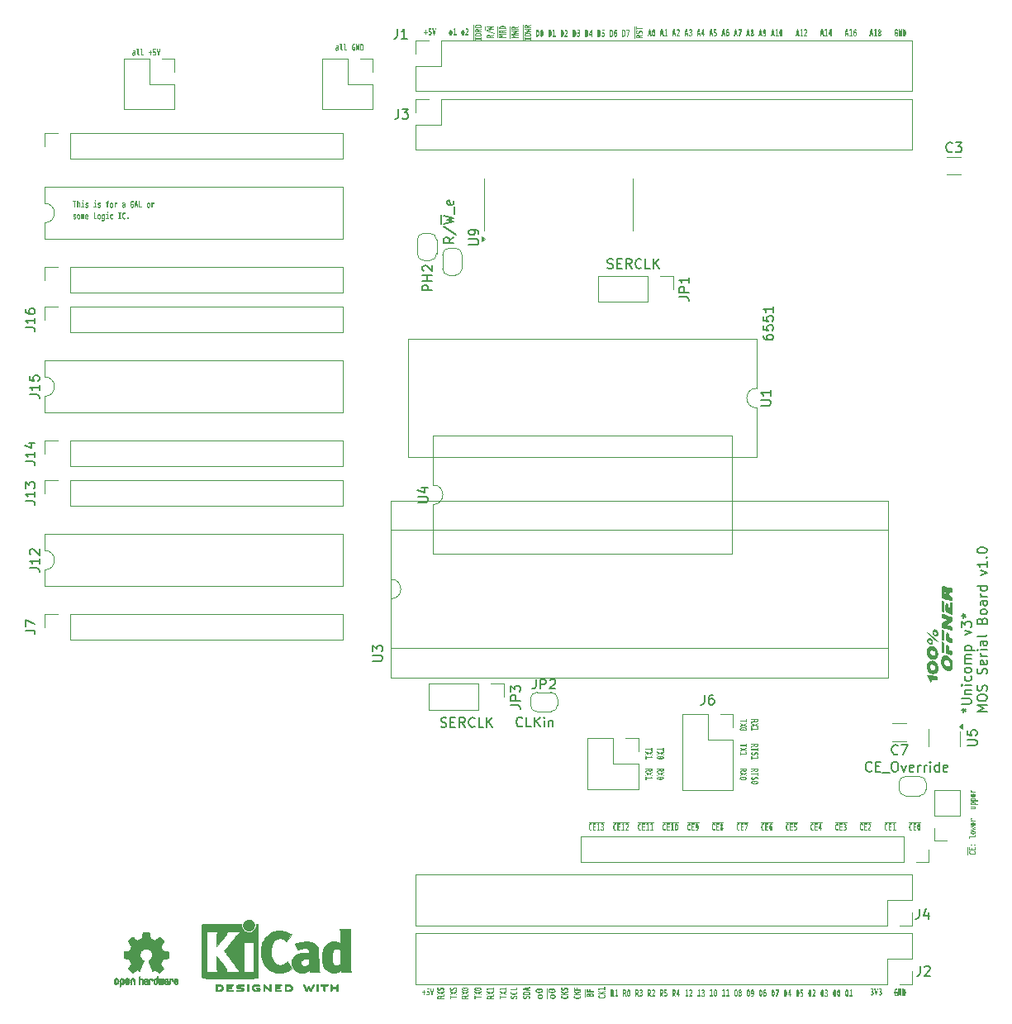
<source format=gbr>
%TF.GenerationSoftware,KiCad,Pcbnew,8.0.5-8.0.5-0~ubuntu22.04.1*%
%TF.CreationDate,2024-10-05T20:40:55+02:00*%
%TF.ProjectId,MOT_SerialBoard,4d4f545f-5365-4726-9961-6c426f617264,rev?*%
%TF.SameCoordinates,Original*%
%TF.FileFunction,Legend,Top*%
%TF.FilePolarity,Positive*%
%FSLAX46Y46*%
G04 Gerber Fmt 4.6, Leading zero omitted, Abs format (unit mm)*
G04 Created by KiCad (PCBNEW 8.0.5-8.0.5-0~ubuntu22.04.1) date 2024-10-05 20:40:55*
%MOMM*%
%LPD*%
G01*
G04 APERTURE LIST*
%ADD10C,0.100000*%
%ADD11C,0.150000*%
%ADD12C,0.120000*%
%ADD13C,0.010000*%
%ADD14C,0.000000*%
G04 APERTURE END LIST*
D10*
G36*
X95281000Y-149637561D02*
G01*
X95281000Y-149738921D01*
X94679185Y-149738921D01*
X94679185Y-149869103D01*
X94558822Y-149869103D01*
X94558822Y-149507379D01*
X94679185Y-149507379D01*
X94679185Y-149637561D01*
X95281000Y-149637561D01*
G37*
G36*
X95281000Y-149064689D02*
G01*
X95281000Y-149169469D01*
X95041983Y-149267288D01*
X95281000Y-149364863D01*
X95281000Y-149469644D01*
X94914269Y-149319190D01*
X94558822Y-149465491D01*
X94558822Y-149360711D01*
X94788606Y-149267288D01*
X94558822Y-149173621D01*
X94558822Y-149068841D01*
X94914269Y-149214410D01*
X95281000Y-149064689D01*
G37*
G36*
X94964534Y-148882728D02*
G01*
X94951665Y-148905449D01*
X94935957Y-148929526D01*
X94917266Y-148953220D01*
X94895425Y-148974504D01*
X94878707Y-148986409D01*
X94847475Y-149000706D01*
X94814198Y-149009046D01*
X94776026Y-149013096D01*
X94757489Y-149013520D01*
X94722289Y-149011953D01*
X94684944Y-149006164D01*
X94651608Y-148996108D01*
X94622281Y-148981787D01*
X94603787Y-148968946D01*
X94582003Y-148947796D01*
X94565570Y-148923455D01*
X94555742Y-148900052D01*
X94549846Y-148874305D01*
X94547880Y-148846214D01*
X94549443Y-148819669D01*
X94553621Y-148795367D01*
X94558993Y-148775505D01*
X94567789Y-148751244D01*
X94579130Y-148727156D01*
X94591648Y-148705408D01*
X94733896Y-148705408D01*
X94713616Y-148727955D01*
X94696973Y-148750761D01*
X94684998Y-148771720D01*
X94674788Y-148796821D01*
X94669290Y-148821751D01*
X94668243Y-148838276D01*
X94671128Y-148863440D01*
X94681787Y-148886722D01*
X94688759Y-148894696D01*
X94715576Y-148909942D01*
X94747573Y-148914235D01*
X94781976Y-148908135D01*
X94796471Y-148900069D01*
X94816816Y-148878026D01*
X94831994Y-148853875D01*
X94839213Y-148840474D01*
X94862123Y-148796755D01*
X94876943Y-148771280D01*
X94893726Y-148748926D01*
X94915311Y-148727200D01*
X94939460Y-148709550D01*
X94945898Y-148705774D01*
X94977298Y-148691665D01*
X95013025Y-148682174D01*
X95048416Y-148677613D01*
X95077203Y-148676587D01*
X95115800Y-148678201D01*
X95150549Y-148683044D01*
X95186229Y-148692775D01*
X95216672Y-148706900D01*
X95238599Y-148722505D01*
X95259384Y-148744784D01*
X95273136Y-148767453D01*
X95283138Y-148793419D01*
X95288608Y-148817576D01*
X95291473Y-148844023D01*
X95291942Y-148860990D01*
X95290305Y-148887214D01*
X95285396Y-148913496D01*
X95278093Y-148937438D01*
X95268152Y-148961142D01*
X95255640Y-148984322D01*
X95240556Y-149006976D01*
X95237231Y-149011444D01*
X95094984Y-149011444D01*
X95115246Y-148988850D01*
X95132370Y-148966682D01*
X95147718Y-148942548D01*
X95152772Y-148933042D01*
X95162690Y-148909388D01*
X95169356Y-148883562D01*
X95171579Y-148857937D01*
X95168309Y-148832206D01*
X95156229Y-148808220D01*
X95148327Y-148799930D01*
X95120416Y-148784451D01*
X95085787Y-148779311D01*
X95083187Y-148779291D01*
X95048603Y-148784156D01*
X95028135Y-148793091D01*
X95004591Y-148812419D01*
X94990692Y-148832903D01*
X94964534Y-148882728D01*
G37*
G36*
X107959115Y-149528750D02*
G01*
X107972699Y-149551841D01*
X107982677Y-149576006D01*
X107983735Y-149579309D01*
X107989625Y-149604655D01*
X107991869Y-149629426D01*
X107991942Y-149634874D01*
X107990448Y-149660027D01*
X107984382Y-149689311D01*
X107973648Y-149716198D01*
X107958249Y-149740688D01*
X107938182Y-149762781D01*
X107913449Y-149782476D01*
X107896369Y-149793143D01*
X107864424Y-149808869D01*
X107828322Y-149821930D01*
X107788062Y-149832325D01*
X107752861Y-149838722D01*
X107714999Y-149843414D01*
X107674477Y-149846399D01*
X107631293Y-149847678D01*
X107620082Y-149847732D01*
X107576153Y-149846879D01*
X107534896Y-149844320D01*
X107496310Y-149840055D01*
X107460396Y-149834084D01*
X107427153Y-149826408D01*
X107389356Y-149814413D01*
X107355733Y-149799754D01*
X107343452Y-149793143D01*
X107315919Y-149774886D01*
X107293053Y-149754231D01*
X107274853Y-149731180D01*
X107261320Y-149705731D01*
X107252453Y-149677885D01*
X107248253Y-149647642D01*
X107247880Y-149634874D01*
X107249451Y-149609803D01*
X107254620Y-149583978D01*
X107256087Y-149578942D01*
X107265584Y-149554533D01*
X107278687Y-149531680D01*
X107280706Y-149528750D01*
X107433896Y-149528750D01*
X107410951Y-149548128D01*
X107391900Y-149568616D01*
X107384143Y-149579431D01*
X107372731Y-149602792D01*
X107368259Y-149628479D01*
X107368243Y-149630111D01*
X107372207Y-149656192D01*
X107386145Y-149681463D01*
X107410117Y-149702427D01*
X107431673Y-149714009D01*
X107462369Y-149725048D01*
X107498955Y-149733376D01*
X107535003Y-149738357D01*
X107575379Y-149741345D01*
X107612331Y-149742313D01*
X107620082Y-149742341D01*
X107657492Y-149741649D01*
X107691929Y-149739574D01*
X107729332Y-149735258D01*
X107762454Y-149728949D01*
X107795689Y-149719072D01*
X107808149Y-149714009D01*
X107835899Y-149698140D01*
X107857641Y-149676220D01*
X107869349Y-149649991D01*
X107871579Y-149630111D01*
X107867646Y-149604374D01*
X107856817Y-149580966D01*
X107855849Y-149579431D01*
X107838468Y-149557649D01*
X107816116Y-149536878D01*
X107805926Y-149528750D01*
X107959115Y-149528750D01*
G37*
G36*
X107258822Y-149438747D02*
G01*
X107258822Y-149337386D01*
X107544171Y-149337386D01*
X107258822Y-149178628D01*
X107258822Y-149063956D01*
X107543316Y-149225767D01*
X107981000Y-149058217D01*
X107981000Y-149170812D01*
X107655986Y-149292445D01*
X107736341Y-149337386D01*
X107981000Y-149337386D01*
X107981000Y-149438747D01*
X107258822Y-149438747D01*
G37*
G36*
X107379185Y-148675854D02*
G01*
X107379185Y-148893963D01*
X107532374Y-148893963D01*
X107532374Y-148695516D01*
X107652737Y-148695516D01*
X107652737Y-148893963D01*
X107981000Y-148893963D01*
X107981000Y-148995324D01*
X107258822Y-148995324D01*
X107258822Y-148675854D01*
X107379185Y-148675854D01*
G37*
G36*
X148449115Y-134756750D02*
G01*
X148462699Y-134779841D01*
X148472677Y-134804006D01*
X148473735Y-134807309D01*
X148479625Y-134832655D01*
X148481869Y-134857426D01*
X148481942Y-134862874D01*
X148480448Y-134888027D01*
X148474382Y-134917311D01*
X148463648Y-134944198D01*
X148448249Y-134968688D01*
X148428182Y-134990781D01*
X148403449Y-135010476D01*
X148386369Y-135021143D01*
X148354424Y-135036869D01*
X148318322Y-135049930D01*
X148278062Y-135060325D01*
X148242861Y-135066722D01*
X148204999Y-135071414D01*
X148164477Y-135074399D01*
X148121293Y-135075678D01*
X148110082Y-135075732D01*
X148066153Y-135074879D01*
X148024896Y-135072320D01*
X147986310Y-135068055D01*
X147950396Y-135062084D01*
X147917153Y-135054408D01*
X147879356Y-135042413D01*
X147845733Y-135027754D01*
X147833452Y-135021143D01*
X147805919Y-135002886D01*
X147783053Y-134982231D01*
X147764853Y-134959180D01*
X147751320Y-134933731D01*
X147742453Y-134905885D01*
X147738253Y-134875642D01*
X147737880Y-134862874D01*
X147739451Y-134837803D01*
X147744620Y-134811978D01*
X147746087Y-134806942D01*
X147755584Y-134782533D01*
X147768687Y-134759680D01*
X147770706Y-134756750D01*
X147923896Y-134756750D01*
X147900951Y-134776128D01*
X147881900Y-134796616D01*
X147874143Y-134807431D01*
X147862731Y-134830792D01*
X147858259Y-134856479D01*
X147858243Y-134858111D01*
X147862207Y-134884192D01*
X147876145Y-134909463D01*
X147900117Y-134930427D01*
X147921673Y-134942009D01*
X147952369Y-134953048D01*
X147988955Y-134961376D01*
X148025003Y-134966357D01*
X148065379Y-134969345D01*
X148102331Y-134970313D01*
X148110082Y-134970341D01*
X148147492Y-134969649D01*
X148181929Y-134967574D01*
X148219332Y-134963258D01*
X148252454Y-134956949D01*
X148285689Y-134947072D01*
X148298149Y-134942009D01*
X148325899Y-134926140D01*
X148347641Y-134904220D01*
X148359349Y-134877991D01*
X148361579Y-134858111D01*
X148357646Y-134832374D01*
X148346817Y-134808966D01*
X148345849Y-134807431D01*
X148328468Y-134785649D01*
X148306116Y-134764878D01*
X148295926Y-134756750D01*
X148449115Y-134756750D01*
G37*
G36*
X148471000Y-134329814D02*
G01*
X148471000Y-134649161D01*
X147748822Y-134649161D01*
X147748822Y-134329814D01*
X147869185Y-134329814D01*
X147869185Y-134547923D01*
X148022374Y-134547923D01*
X148022374Y-134350452D01*
X148142737Y-134350452D01*
X148142737Y-134547923D01*
X148350637Y-134547923D01*
X148350637Y-134329814D01*
X148471000Y-134329814D01*
G37*
X147610000Y-135078000D02*
X147610000Y-134335851D01*
G36*
X147956722Y-134131611D02*
G01*
X147956722Y-134017305D01*
X148131795Y-134017305D01*
X148131795Y-134131611D01*
X147956722Y-134131611D01*
G37*
G36*
X148295926Y-134131611D02*
G01*
X148295926Y-134017305D01*
X148471000Y-134017305D01*
X148471000Y-134131611D01*
X148295926Y-134131611D01*
G37*
G36*
X148246687Y-133310833D02*
G01*
X147836359Y-133310833D01*
X147836359Y-133412804D01*
X147726938Y-133412804D01*
X147726938Y-133210083D01*
X148246687Y-133210083D01*
X148282330Y-133208711D01*
X148317983Y-133202828D01*
X148335591Y-133196039D01*
X148355869Y-133175507D01*
X148361553Y-133150369D01*
X148361579Y-133148289D01*
X148361579Y-133067934D01*
X148471000Y-133067934D01*
X148471000Y-133176499D01*
X148469178Y-133202002D01*
X148462450Y-133228152D01*
X148448689Y-133253286D01*
X148428454Y-133273352D01*
X148419196Y-133279570D01*
X148388923Y-133293248D01*
X148355405Y-133302010D01*
X148321453Y-133307139D01*
X148282680Y-133310070D01*
X148246687Y-133310833D01*
G37*
G36*
X148241794Y-132633993D02*
G01*
X148278065Y-132637526D01*
X148311732Y-132643414D01*
X148348693Y-132653589D01*
X148381904Y-132667156D01*
X148406715Y-132681053D01*
X148432280Y-132700318D01*
X148452556Y-132721937D01*
X148467543Y-132745908D01*
X148477240Y-132772232D01*
X148481648Y-132800908D01*
X148481942Y-132810990D01*
X148480105Y-132835634D01*
X148473052Y-132863065D01*
X148460711Y-132888161D01*
X148443079Y-132910922D01*
X148420159Y-132931346D01*
X148406715Y-132940683D01*
X148376629Y-132957076D01*
X148342793Y-132970078D01*
X148305207Y-132979688D01*
X148271019Y-132985105D01*
X148234227Y-132988167D01*
X148202919Y-132988921D01*
X148164043Y-132987743D01*
X148127772Y-132984210D01*
X148094106Y-132978322D01*
X148057144Y-132968147D01*
X148023933Y-132954580D01*
X147999122Y-132940683D01*
X147973557Y-132921426D01*
X147953281Y-132899833D01*
X147938294Y-132875905D01*
X147928597Y-132849641D01*
X147924189Y-132821042D01*
X147923896Y-132810990D01*
X148033316Y-132810990D01*
X148039615Y-132835920D01*
X148058513Y-132856488D01*
X148078110Y-132867777D01*
X148109546Y-132878596D01*
X148143720Y-132884907D01*
X148178774Y-132887792D01*
X148202919Y-132888293D01*
X148240724Y-132887011D01*
X148277993Y-132882503D01*
X148312869Y-132873687D01*
X148327727Y-132867777D01*
X148355023Y-132850117D01*
X148370377Y-132826063D01*
X148372521Y-132810990D01*
X148366222Y-132785928D01*
X148347324Y-132765332D01*
X148327727Y-132754081D01*
X148296291Y-132743198D01*
X148262117Y-132736849D01*
X148227063Y-132733947D01*
X148202919Y-132733443D01*
X148165113Y-132734733D01*
X148127844Y-132739268D01*
X148092968Y-132748136D01*
X148078110Y-132754081D01*
X148050814Y-132771701D01*
X148036116Y-132793786D01*
X148033316Y-132810990D01*
X147923896Y-132810990D01*
X147925732Y-132786276D01*
X147932785Y-132758776D01*
X147945127Y-132733628D01*
X147962758Y-132710834D01*
X147985678Y-132690392D01*
X147999122Y-132681053D01*
X148029208Y-132664660D01*
X148063044Y-132651658D01*
X148100630Y-132642048D01*
X148134818Y-132636631D01*
X148171610Y-132633569D01*
X148202919Y-132632815D01*
X148241794Y-132633993D01*
G37*
G36*
X147934838Y-132601552D02*
G01*
X147934838Y-132517777D01*
X148346191Y-132472103D01*
X148077085Y-132430460D01*
X148077085Y-132349127D01*
X148346191Y-132308216D01*
X147934838Y-132261810D01*
X147934838Y-132178035D01*
X148471000Y-132247766D01*
X148471000Y-132343265D01*
X148193857Y-132389915D01*
X148471000Y-132436322D01*
X148471000Y-132531820D01*
X147934838Y-132601552D01*
G37*
G36*
X148252158Y-132046510D02*
G01*
X148287087Y-132043741D01*
X148321067Y-132033712D01*
X148342772Y-132019765D01*
X148359709Y-131998473D01*
X148369006Y-131973781D01*
X148372405Y-131947215D01*
X148372521Y-131940753D01*
X148370309Y-131914895D01*
X148363673Y-131889347D01*
X148356792Y-131872487D01*
X148343796Y-131848954D01*
X148328195Y-131826934D01*
X148308987Y-131804317D01*
X148306868Y-131802023D01*
X148438173Y-131802023D01*
X148451926Y-131826278D01*
X148463092Y-131850850D01*
X148471000Y-131873464D01*
X148477229Y-131898974D01*
X148480873Y-131925466D01*
X148481942Y-131950400D01*
X148480201Y-131979440D01*
X148474979Y-132006261D01*
X148466276Y-132030865D01*
X148451238Y-132057460D01*
X148431186Y-132080862D01*
X148410647Y-132097923D01*
X148381636Y-132115229D01*
X148348200Y-132128955D01*
X148310341Y-132139100D01*
X148275412Y-132144819D01*
X148237412Y-132148052D01*
X148204799Y-132148848D01*
X148165525Y-132147649D01*
X148128915Y-132144053D01*
X148094967Y-132138061D01*
X148057745Y-132127705D01*
X148024358Y-132113898D01*
X147999464Y-132099755D01*
X147973783Y-132080087D01*
X147953415Y-132057904D01*
X147938360Y-132033204D01*
X147928619Y-132005989D01*
X147924560Y-131981387D01*
X147923896Y-131965788D01*
X148033316Y-131965788D01*
X148038057Y-131991649D01*
X148053765Y-132014316D01*
X148062039Y-132021109D01*
X148091636Y-132035942D01*
X148124350Y-132043521D01*
X148143250Y-132045533D01*
X148142737Y-131887141D01*
X148108705Y-131889896D01*
X148076508Y-131898957D01*
X148061013Y-131907658D01*
X148042080Y-131928461D01*
X148033993Y-131954226D01*
X148033316Y-131965788D01*
X147923896Y-131965788D01*
X147925619Y-131939975D01*
X147932239Y-131911478D01*
X147943824Y-131885687D01*
X147960373Y-131862600D01*
X147981887Y-131842218D01*
X147994506Y-131833042D01*
X148022947Y-131816980D01*
X148055438Y-131804242D01*
X148091981Y-131794827D01*
X148125528Y-131789519D01*
X148161888Y-131786519D01*
X148193002Y-131785781D01*
X148252158Y-131785781D01*
X148252158Y-132046510D01*
G37*
G36*
X148088027Y-131364095D02*
G01*
X148064091Y-131382017D01*
X148046994Y-131402808D01*
X148036322Y-131427500D01*
X148033316Y-131451290D01*
X148036053Y-131475936D01*
X148046014Y-131501018D01*
X148049900Y-131507100D01*
X148070032Y-131528227D01*
X148097601Y-131543980D01*
X148129524Y-131553331D01*
X148144276Y-131555582D01*
X148178726Y-131557963D01*
X148213877Y-131558707D01*
X148227367Y-131558757D01*
X148471000Y-131558757D01*
X148471000Y-131659507D01*
X147934838Y-131659507D01*
X147934838Y-131558757D01*
X148014510Y-131558757D01*
X147984833Y-131545459D01*
X147960686Y-131527731D01*
X147947660Y-131513450D01*
X147933179Y-131489092D01*
X147925775Y-131464200D01*
X147923896Y-131442009D01*
X147927168Y-131416592D01*
X147932273Y-131401709D01*
X147944934Y-131378905D01*
X147956722Y-131364095D01*
X148088027Y-131364095D01*
G37*
G36*
X148285839Y-130441224D02*
G01*
X147934838Y-130441224D01*
X147934838Y-130340596D01*
X148264126Y-130340596D01*
X148300288Y-130339225D01*
X148334977Y-130333515D01*
X148347559Y-130328994D01*
X148369011Y-130308329D01*
X148372521Y-130290160D01*
X148364101Y-130265919D01*
X148338840Y-130247661D01*
X148307016Y-130237778D01*
X148273123Y-130233350D01*
X148244464Y-130232396D01*
X147934838Y-130232396D01*
X147934838Y-130131768D01*
X148471000Y-130131768D01*
X148471000Y-130232396D01*
X148393550Y-130232396D01*
X148424701Y-130243508D01*
X148451180Y-130261019D01*
X148458861Y-130268666D01*
X148473805Y-130291157D01*
X148481130Y-130317156D01*
X148481942Y-130330338D01*
X148478853Y-130356128D01*
X148467997Y-130381110D01*
X148449323Y-130401822D01*
X148432531Y-130413258D01*
X148400882Y-130426777D01*
X148366437Y-130435079D01*
X148331424Y-130439476D01*
X148291862Y-130441197D01*
X148285839Y-130441224D01*
G37*
G36*
X148243492Y-129683387D02*
G01*
X148281010Y-129686097D01*
X148315473Y-129690614D01*
X148352795Y-129698419D01*
X148385718Y-129708826D01*
X148409792Y-129719486D01*
X148437905Y-129737129D01*
X148459113Y-129757788D01*
X148473416Y-129781461D01*
X148480814Y-129808150D01*
X148481942Y-129824755D01*
X148477949Y-129850574D01*
X148465972Y-129873962D01*
X148461083Y-129880198D01*
X148438774Y-129900531D01*
X148410792Y-129917360D01*
X148398166Y-129923307D01*
X148678899Y-129923307D01*
X148678899Y-130023569D01*
X147934838Y-130023569D01*
X147934838Y-129923307D01*
X148012458Y-129923307D01*
X147982453Y-129910083D01*
X147956893Y-129892580D01*
X147946122Y-129881786D01*
X147931731Y-129859378D01*
X147929913Y-129852843D01*
X148033316Y-129852843D01*
X148040766Y-129877078D01*
X148063113Y-129896799D01*
X148078452Y-129904378D01*
X148110002Y-129914360D01*
X148144106Y-129920183D01*
X148178963Y-129922845D01*
X148202919Y-129923307D01*
X148240446Y-129922124D01*
X148277556Y-129917965D01*
X148312445Y-129909831D01*
X148327385Y-129904378D01*
X148354890Y-129888258D01*
X148370361Y-129866454D01*
X148372521Y-129852843D01*
X148365072Y-129828668D01*
X148342724Y-129809129D01*
X148327385Y-129801674D01*
X148295835Y-129791885D01*
X148261731Y-129786175D01*
X148226874Y-129783565D01*
X148202919Y-129783111D01*
X148165391Y-129784272D01*
X148128281Y-129788350D01*
X148093392Y-129796326D01*
X148078452Y-129801674D01*
X148050948Y-129817571D01*
X148034903Y-129841109D01*
X148033316Y-129852843D01*
X147929913Y-129852843D01*
X147924677Y-129834028D01*
X147923896Y-129821335D01*
X147927397Y-129793851D01*
X147937902Y-129769206D01*
X147955409Y-129747402D01*
X147979920Y-129728437D01*
X147997071Y-129718876D01*
X148031873Y-129704695D01*
X148066262Y-129695313D01*
X148104859Y-129688490D01*
X148140237Y-129684758D01*
X148178536Y-129682803D01*
X148202919Y-129682483D01*
X148243492Y-129683387D01*
G37*
G36*
X148243492Y-129262312D02*
G01*
X148281010Y-129265022D01*
X148315473Y-129269539D01*
X148352795Y-129277345D01*
X148385718Y-129287752D01*
X148409792Y-129298412D01*
X148437905Y-129316055D01*
X148459113Y-129336713D01*
X148473416Y-129360387D01*
X148480814Y-129387076D01*
X148481942Y-129403680D01*
X148477949Y-129429499D01*
X148465972Y-129452888D01*
X148461083Y-129459123D01*
X148438774Y-129479456D01*
X148410792Y-129496285D01*
X148398166Y-129502232D01*
X148678899Y-129502232D01*
X148678899Y-129602494D01*
X147934838Y-129602494D01*
X147934838Y-129502232D01*
X148012458Y-129502232D01*
X147982453Y-129489009D01*
X147956893Y-129471505D01*
X147946122Y-129460711D01*
X147931731Y-129438303D01*
X147929913Y-129431768D01*
X148033316Y-129431768D01*
X148040766Y-129456004D01*
X148063113Y-129475724D01*
X148078452Y-129483303D01*
X148110002Y-129493285D01*
X148144106Y-129499108D01*
X148178963Y-129501770D01*
X148202919Y-129502232D01*
X148240446Y-129501049D01*
X148277556Y-129496890D01*
X148312445Y-129488757D01*
X148327385Y-129483303D01*
X148354890Y-129467183D01*
X148370361Y-129445379D01*
X148372521Y-129431768D01*
X148365072Y-129407593D01*
X148342724Y-129388054D01*
X148327385Y-129380599D01*
X148295835Y-129370810D01*
X148261731Y-129365100D01*
X148226874Y-129362490D01*
X148202919Y-129362037D01*
X148165391Y-129363197D01*
X148128281Y-129367276D01*
X148093392Y-129375252D01*
X148078452Y-129380599D01*
X148050948Y-129396496D01*
X148034903Y-129420034D01*
X148033316Y-129431768D01*
X147929913Y-129431768D01*
X147924677Y-129412953D01*
X147923896Y-129400261D01*
X147927397Y-129372776D01*
X147937902Y-129348132D01*
X147955409Y-129326327D01*
X147979920Y-129307363D01*
X147997071Y-129297801D01*
X148031873Y-129283621D01*
X148066262Y-129274238D01*
X148104859Y-129267415D01*
X148140237Y-129263683D01*
X148178536Y-129261729D01*
X148202919Y-129261409D01*
X148243492Y-129262312D01*
G37*
G36*
X148252158Y-129098987D02*
G01*
X148287087Y-129096218D01*
X148321067Y-129086189D01*
X148342772Y-129072243D01*
X148359709Y-129050950D01*
X148369006Y-129026259D01*
X148372405Y-128999693D01*
X148372521Y-128993230D01*
X148370309Y-128967373D01*
X148363673Y-128941825D01*
X148356792Y-128924964D01*
X148343796Y-128901431D01*
X148328195Y-128879411D01*
X148308987Y-128856795D01*
X148306868Y-128854500D01*
X148438173Y-128854500D01*
X148451926Y-128878755D01*
X148463092Y-128903327D01*
X148471000Y-128925941D01*
X148477229Y-128951451D01*
X148480873Y-128977943D01*
X148481942Y-129002878D01*
X148480201Y-129031917D01*
X148474979Y-129058739D01*
X148466276Y-129083342D01*
X148451238Y-129109938D01*
X148431186Y-129133339D01*
X148410647Y-129150400D01*
X148381636Y-129167707D01*
X148348200Y-129181433D01*
X148310341Y-129191578D01*
X148275412Y-129197297D01*
X148237412Y-129200529D01*
X148204799Y-129201325D01*
X148165525Y-129200126D01*
X148128915Y-129196531D01*
X148094967Y-129190538D01*
X148057745Y-129180183D01*
X148024358Y-129166375D01*
X147999464Y-129152232D01*
X147973783Y-129132564D01*
X147953415Y-129110381D01*
X147938360Y-129085681D01*
X147928619Y-129058466D01*
X147924560Y-129033864D01*
X147923896Y-129018265D01*
X148033316Y-129018265D01*
X148038057Y-129044127D01*
X148053765Y-129066794D01*
X148062039Y-129073586D01*
X148091636Y-129088419D01*
X148124350Y-129095998D01*
X148143250Y-129098010D01*
X148142737Y-128939619D01*
X148108705Y-128942374D01*
X148076508Y-128951434D01*
X148061013Y-128960135D01*
X148042080Y-128980939D01*
X148033993Y-129006703D01*
X148033316Y-129018265D01*
X147923896Y-129018265D01*
X147925619Y-128992452D01*
X147932239Y-128963956D01*
X147943824Y-128938164D01*
X147960373Y-128915078D01*
X147981887Y-128894696D01*
X147994506Y-128885519D01*
X148022947Y-128869458D01*
X148055438Y-128856719D01*
X148091981Y-128847304D01*
X148125528Y-128841996D01*
X148161888Y-128838996D01*
X148193002Y-128838258D01*
X148252158Y-128838258D01*
X148252158Y-129098987D01*
G37*
G36*
X148088027Y-128416573D02*
G01*
X148064091Y-128434494D01*
X148046994Y-128455285D01*
X148036322Y-128479977D01*
X148033316Y-128503767D01*
X148036053Y-128528414D01*
X148046014Y-128553496D01*
X148049900Y-128559577D01*
X148070032Y-128580704D01*
X148097601Y-128596458D01*
X148129524Y-128605808D01*
X148144276Y-128608059D01*
X148178726Y-128610441D01*
X148213877Y-128611185D01*
X148227367Y-128611234D01*
X148471000Y-128611234D01*
X148471000Y-128711984D01*
X147934838Y-128711984D01*
X147934838Y-128611234D01*
X148014510Y-128611234D01*
X147984833Y-128597936D01*
X147960686Y-128580208D01*
X147947660Y-128565927D01*
X147933179Y-128541570D01*
X147925775Y-128516677D01*
X147923896Y-128494486D01*
X147927168Y-128469070D01*
X147932273Y-128454186D01*
X147944934Y-128431382D01*
X147956722Y-128416573D01*
X148088027Y-128416573D01*
G37*
G36*
X62214847Y-52675194D02*
G01*
X62240059Y-52679088D01*
X62266710Y-52687188D01*
X62292831Y-52701364D01*
X62313599Y-52720628D01*
X62318550Y-52727067D01*
X62335166Y-52758793D01*
X62345811Y-52795125D01*
X62352042Y-52832636D01*
X62355195Y-52868385D01*
X62356493Y-52908217D01*
X62356530Y-52916673D01*
X62356530Y-53221000D01*
X62256635Y-53221000D01*
X62256635Y-53158083D01*
X62240137Y-53184268D01*
X62220213Y-53205035D01*
X62209862Y-53212793D01*
X62185775Y-53225191D01*
X62159754Y-53231268D01*
X62147092Y-53231942D01*
X62119738Y-53229667D01*
X62095166Y-53222844D01*
X62070490Y-53209476D01*
X62049447Y-53190167D01*
X62044754Y-53184412D01*
X62028779Y-53158211D01*
X62017368Y-53127308D01*
X62010522Y-53091703D01*
X62008275Y-53056693D01*
X62008271Y-53056013D01*
X62115462Y-53056013D01*
X62119805Y-53089696D01*
X62130849Y-53112605D01*
X62153142Y-53130020D01*
X62172859Y-53133463D01*
X62198123Y-53128655D01*
X62220878Y-53112442D01*
X62234653Y-53092772D01*
X62247168Y-53060861D01*
X62254037Y-53025225D01*
X62256549Y-52987756D01*
X62256635Y-52978735D01*
X62256635Y-52969332D01*
X62216457Y-52969332D01*
X62190429Y-52970561D01*
X62163863Y-52975553D01*
X62140737Y-52986612D01*
X62137810Y-52988993D01*
X62121049Y-53015494D01*
X62115549Y-53050182D01*
X62115462Y-53056013D01*
X62008271Y-53056013D01*
X62008240Y-53051397D01*
X62010326Y-53013313D01*
X62016584Y-52979842D01*
X62028846Y-52947240D01*
X62046558Y-52920665D01*
X62051837Y-52914963D01*
X62073243Y-52897776D01*
X62099208Y-52884810D01*
X62125091Y-52877056D01*
X62154323Y-52872404D01*
X62181241Y-52870896D01*
X62186903Y-52870853D01*
X62256635Y-52870853D01*
X62256635Y-52838198D01*
X62249717Y-52803803D01*
X62238927Y-52789129D01*
X62215425Y-52776056D01*
X62191128Y-52772440D01*
X62186903Y-52772374D01*
X62162395Y-52773607D01*
X62136252Y-52777762D01*
X62117050Y-52782803D01*
X62091267Y-52792380D01*
X62066908Y-52804243D01*
X62046464Y-52816143D01*
X62046464Y-52706722D01*
X62071605Y-52695382D01*
X62097022Y-52686494D01*
X62114119Y-52681931D01*
X62140440Y-52677034D01*
X62165593Y-52674531D01*
X62186903Y-52673896D01*
X62214847Y-52675194D01*
G37*
G36*
X62529942Y-52996687D02*
G01*
X62529942Y-52586359D01*
X62427971Y-52586359D01*
X62427971Y-52476938D01*
X62630692Y-52476938D01*
X62630692Y-52996687D01*
X62632064Y-53032330D01*
X62637948Y-53067983D01*
X62644736Y-53085591D01*
X62665268Y-53105869D01*
X62690406Y-53111553D01*
X62692486Y-53111579D01*
X62772842Y-53111579D01*
X62772842Y-53221000D01*
X62664276Y-53221000D01*
X62638773Y-53219178D01*
X62612624Y-53212450D01*
X62587490Y-53198689D01*
X62567424Y-53178454D01*
X62561205Y-53169196D01*
X62547528Y-53138923D01*
X62538766Y-53105405D01*
X62533636Y-53071453D01*
X62530706Y-53032680D01*
X62529942Y-52996687D01*
G37*
G36*
X62951017Y-52996687D02*
G01*
X62951017Y-52586359D01*
X62849046Y-52586359D01*
X62849046Y-52476938D01*
X63051767Y-52476938D01*
X63051767Y-52996687D01*
X63053139Y-53032330D01*
X63059022Y-53067983D01*
X63065811Y-53085591D01*
X63086343Y-53105869D01*
X63111481Y-53111553D01*
X63113561Y-53111579D01*
X63193916Y-53111579D01*
X63193916Y-53221000D01*
X63085351Y-53221000D01*
X63059848Y-53219178D01*
X63033698Y-53212450D01*
X63008564Y-53198689D01*
X62988498Y-53178454D01*
X62982280Y-53169196D01*
X62968602Y-53138923D01*
X62959840Y-53105405D01*
X62954711Y-53071453D01*
X62951780Y-53032680D01*
X62951017Y-52996687D01*
G37*
G36*
X63912723Y-52652011D02*
G01*
X63912723Y-52859911D01*
X64060490Y-52859911D01*
X64060490Y-52969332D01*
X63912723Y-52969332D01*
X63912723Y-53177231D01*
X63831390Y-53177231D01*
X63831390Y-52969332D01*
X63683013Y-52969332D01*
X63683013Y-52859911D01*
X63831390Y-52859911D01*
X63831390Y-52652011D01*
X63912723Y-52652011D01*
G37*
G36*
X64147685Y-52498822D02*
G01*
X64426244Y-52498822D01*
X64426244Y-52619185D01*
X64229750Y-52619185D01*
X64229750Y-52763655D01*
X64253510Y-52754349D01*
X64256129Y-52753739D01*
X64281164Y-52750569D01*
X64286048Y-52750490D01*
X64313653Y-52752834D01*
X64339223Y-52759867D01*
X64362757Y-52771588D01*
X64384257Y-52787997D01*
X64403721Y-52809094D01*
X64409757Y-52817168D01*
X64425860Y-52843515D01*
X64438631Y-52872675D01*
X64448071Y-52904648D01*
X64454179Y-52939433D01*
X64456955Y-52977032D01*
X64457140Y-52990190D01*
X64455333Y-53030473D01*
X64449910Y-53067463D01*
X64440873Y-53101159D01*
X64428221Y-53131561D01*
X64411953Y-53158669D01*
X64405727Y-53166973D01*
X64385179Y-53189052D01*
X64362004Y-53206563D01*
X64336201Y-53219506D01*
X64307771Y-53227881D01*
X64282072Y-53231371D01*
X64265776Y-53231942D01*
X64240944Y-53230788D01*
X64215905Y-53227325D01*
X64199098Y-53223735D01*
X64173704Y-53216426D01*
X64150065Y-53207699D01*
X64130466Y-53199115D01*
X64130466Y-53067810D01*
X64153847Y-53083785D01*
X64177752Y-53096149D01*
X64188962Y-53100637D01*
X64213470Y-53107721D01*
X64237978Y-53111194D01*
X64249290Y-53111579D01*
X64274485Y-53109645D01*
X64298980Y-53102845D01*
X64323381Y-53087886D01*
X64330745Y-53080633D01*
X64347712Y-53053481D01*
X64356848Y-53018443D01*
X64358588Y-52990703D01*
X64355313Y-52955890D01*
X64344267Y-52923765D01*
X64330867Y-52903679D01*
X64309713Y-52884990D01*
X64284202Y-52874059D01*
X64257228Y-52870853D01*
X64231758Y-52872656D01*
X64206180Y-52878066D01*
X64202762Y-52879060D01*
X64178816Y-52887811D01*
X64154636Y-52899704D01*
X64147685Y-52903679D01*
X64147685Y-52498822D01*
G37*
G36*
X64714084Y-53102004D02*
G01*
X64804332Y-52498822D01*
X64906425Y-52498822D01*
X64784426Y-53221000D01*
X64643986Y-53221000D01*
X64521987Y-52498822D01*
X64624080Y-52498822D01*
X64714084Y-53102004D01*
G37*
G36*
X83042847Y-52167194D02*
G01*
X83068059Y-52171088D01*
X83094710Y-52179188D01*
X83120831Y-52193364D01*
X83141599Y-52212628D01*
X83146550Y-52219067D01*
X83163166Y-52250793D01*
X83173811Y-52287125D01*
X83180042Y-52324636D01*
X83183195Y-52360385D01*
X83184493Y-52400217D01*
X83184530Y-52408673D01*
X83184530Y-52713000D01*
X83084635Y-52713000D01*
X83084635Y-52650083D01*
X83068137Y-52676268D01*
X83048213Y-52697035D01*
X83037862Y-52704793D01*
X83013775Y-52717191D01*
X82987754Y-52723268D01*
X82975092Y-52723942D01*
X82947738Y-52721667D01*
X82923166Y-52714844D01*
X82898490Y-52701476D01*
X82877447Y-52682167D01*
X82872754Y-52676412D01*
X82856779Y-52650211D01*
X82845368Y-52619308D01*
X82838522Y-52583703D01*
X82836275Y-52548693D01*
X82836271Y-52548013D01*
X82943462Y-52548013D01*
X82947805Y-52581696D01*
X82958849Y-52604605D01*
X82981142Y-52622020D01*
X83000859Y-52625463D01*
X83026123Y-52620655D01*
X83048878Y-52604442D01*
X83062653Y-52584772D01*
X83075168Y-52552861D01*
X83082037Y-52517225D01*
X83084549Y-52479756D01*
X83084635Y-52470735D01*
X83084635Y-52461332D01*
X83044457Y-52461332D01*
X83018429Y-52462561D01*
X82991863Y-52467553D01*
X82968737Y-52478612D01*
X82965810Y-52480993D01*
X82949049Y-52507494D01*
X82943549Y-52542182D01*
X82943462Y-52548013D01*
X82836271Y-52548013D01*
X82836240Y-52543397D01*
X82838326Y-52505313D01*
X82844584Y-52471842D01*
X82856846Y-52439240D01*
X82874558Y-52412665D01*
X82879837Y-52406963D01*
X82901243Y-52389776D01*
X82927208Y-52376810D01*
X82953091Y-52369056D01*
X82982323Y-52364404D01*
X83009241Y-52362896D01*
X83014903Y-52362853D01*
X83084635Y-52362853D01*
X83084635Y-52330198D01*
X83077717Y-52295803D01*
X83066927Y-52281129D01*
X83043425Y-52268056D01*
X83019128Y-52264440D01*
X83014903Y-52264374D01*
X82990395Y-52265607D01*
X82964252Y-52269762D01*
X82945050Y-52274803D01*
X82919267Y-52284380D01*
X82894908Y-52296243D01*
X82874464Y-52308143D01*
X82874464Y-52198722D01*
X82899605Y-52187382D01*
X82925022Y-52178494D01*
X82942119Y-52173931D01*
X82968440Y-52169034D01*
X82993593Y-52166531D01*
X83014903Y-52165896D01*
X83042847Y-52167194D01*
G37*
G36*
X83357942Y-52488687D02*
G01*
X83357942Y-52078359D01*
X83255971Y-52078359D01*
X83255971Y-51968938D01*
X83458692Y-51968938D01*
X83458692Y-52488687D01*
X83460064Y-52524330D01*
X83465948Y-52559983D01*
X83472736Y-52577591D01*
X83493268Y-52597869D01*
X83518406Y-52603553D01*
X83520486Y-52603579D01*
X83600842Y-52603579D01*
X83600842Y-52713000D01*
X83492276Y-52713000D01*
X83466773Y-52711178D01*
X83440624Y-52704450D01*
X83415490Y-52690689D01*
X83395424Y-52670454D01*
X83389205Y-52661196D01*
X83375528Y-52630923D01*
X83366766Y-52597405D01*
X83361636Y-52563453D01*
X83358706Y-52524680D01*
X83357942Y-52488687D01*
G37*
G36*
X83779017Y-52488687D02*
G01*
X83779017Y-52078359D01*
X83677046Y-52078359D01*
X83677046Y-51968938D01*
X83879767Y-51968938D01*
X83879767Y-52488687D01*
X83881139Y-52524330D01*
X83887022Y-52559983D01*
X83893811Y-52577591D01*
X83914343Y-52597869D01*
X83939481Y-52603553D01*
X83941561Y-52603579D01*
X84021916Y-52603579D01*
X84021916Y-52713000D01*
X83913351Y-52713000D01*
X83887848Y-52711178D01*
X83861698Y-52704450D01*
X83836564Y-52690689D01*
X83816498Y-52670454D01*
X83810280Y-52661196D01*
X83796602Y-52630923D01*
X83787840Y-52597405D01*
X83782711Y-52563453D01*
X83779780Y-52524680D01*
X83779017Y-52488687D01*
G37*
G36*
X84787862Y-52587337D02*
G01*
X84787862Y-52450390D01*
X84718375Y-52450390D01*
X84718375Y-52330027D01*
X84876400Y-52330027D01*
X84876400Y-52656750D01*
X84855612Y-52677654D01*
X84833382Y-52694760D01*
X84811920Y-52707016D01*
X84787148Y-52716652D01*
X84761193Y-52722289D01*
X84736571Y-52723942D01*
X84706571Y-52721579D01*
X84678778Y-52714491D01*
X84653191Y-52702679D01*
X84629810Y-52686141D01*
X84608636Y-52664878D01*
X84589668Y-52638891D01*
X84582698Y-52627173D01*
X84567077Y-52594941D01*
X84554104Y-52558728D01*
X84543779Y-52518532D01*
X84537425Y-52483509D01*
X84532765Y-52445937D01*
X84529800Y-52405816D01*
X84528529Y-52363147D01*
X84528476Y-52352082D01*
X84529331Y-52308153D01*
X84531896Y-52266896D01*
X84536170Y-52228310D01*
X84542154Y-52192396D01*
X84549847Y-52159153D01*
X84561869Y-52121356D01*
X84576561Y-52087733D01*
X84583187Y-52075452D01*
X84601508Y-52047919D01*
X84622203Y-52025053D01*
X84645272Y-52006853D01*
X84670713Y-51993320D01*
X84698528Y-51984453D01*
X84728716Y-51980253D01*
X84741456Y-51979880D01*
X84766378Y-51981742D01*
X84790937Y-51987329D01*
X84802150Y-51991164D01*
X84825835Y-52001969D01*
X84848271Y-52016047D01*
X84858204Y-52023648D01*
X84858204Y-52176838D01*
X84841357Y-52150912D01*
X84821052Y-52128848D01*
X84809233Y-52119563D01*
X84785922Y-52107054D01*
X84760837Y-52100922D01*
X84748661Y-52100243D01*
X84721657Y-52104154D01*
X84698286Y-52115887D01*
X84676336Y-52138436D01*
X84662443Y-52162818D01*
X84649995Y-52198049D01*
X84642020Y-52235484D01*
X84637351Y-52272482D01*
X84634989Y-52306775D01*
X84634017Y-52344216D01*
X84633989Y-52352082D01*
X84634660Y-52389114D01*
X84636672Y-52423275D01*
X84640858Y-52460477D01*
X84648184Y-52498653D01*
X84658139Y-52531200D01*
X84661466Y-52539465D01*
X84676770Y-52567515D01*
X84697727Y-52589491D01*
X84722644Y-52601325D01*
X84741456Y-52603579D01*
X84765966Y-52600568D01*
X84768933Y-52599646D01*
X84787862Y-52587337D01*
G37*
G36*
X84950284Y-51990822D02*
G01*
X85059094Y-51990822D01*
X85201976Y-52515700D01*
X85201976Y-51990822D01*
X85291369Y-51990822D01*
X85291369Y-52713000D01*
X85183169Y-52713000D01*
X85039554Y-52188122D01*
X85039554Y-52713000D01*
X84950284Y-52713000D01*
X84950284Y-51990822D01*
G37*
G36*
X85516347Y-51992142D02*
G01*
X85544465Y-51996101D01*
X85570386Y-52002699D01*
X85594108Y-52011937D01*
X85620669Y-52027196D01*
X85643796Y-52046579D01*
X85663488Y-52070085D01*
X85667014Y-52075281D01*
X85682951Y-52104243D01*
X85696187Y-52138447D01*
X85706722Y-52177893D01*
X85713205Y-52213225D01*
X85717959Y-52251913D01*
X85720985Y-52293955D01*
X85722281Y-52339353D01*
X85722335Y-52351227D01*
X85721849Y-52386286D01*
X85719688Y-52430105D01*
X85715798Y-52470580D01*
X85710180Y-52507710D01*
X85702832Y-52541495D01*
X85691217Y-52579023D01*
X85676901Y-52611325D01*
X85667014Y-52628198D01*
X85648009Y-52652628D01*
X85625569Y-52672918D01*
X85599695Y-52689066D01*
X85570386Y-52701074D01*
X85544465Y-52707699D01*
X85516347Y-52711674D01*
X85486030Y-52713000D01*
X85377464Y-52713000D01*
X85377464Y-52592637D01*
X85478825Y-52592637D01*
X85506302Y-52592637D01*
X85530834Y-52590010D01*
X85554835Y-52580578D01*
X85576690Y-52561766D01*
X85591543Y-52537755D01*
X85602656Y-52505517D01*
X85609775Y-52469437D01*
X85613943Y-52432663D01*
X85616051Y-52397896D01*
X85616920Y-52359380D01*
X85616944Y-52351227D01*
X85616324Y-52312216D01*
X85614464Y-52276929D01*
X85610594Y-52239498D01*
X85603822Y-52202606D01*
X85593106Y-52169379D01*
X85591543Y-52165896D01*
X85574531Y-52139449D01*
X85552070Y-52121657D01*
X85527531Y-52113109D01*
X85506302Y-52111185D01*
X85478825Y-52111185D01*
X85478825Y-52592637D01*
X85377464Y-52592637D01*
X85377464Y-51990822D01*
X85486030Y-51990822D01*
X85516347Y-51992142D01*
G37*
G36*
X92149624Y-50569211D02*
G01*
X92149624Y-50777111D01*
X92297391Y-50777111D01*
X92297391Y-50886532D01*
X92149624Y-50886532D01*
X92149624Y-51094431D01*
X92068292Y-51094431D01*
X92068292Y-50886532D01*
X91919914Y-50886532D01*
X91919914Y-50777111D01*
X92068292Y-50777111D01*
X92068292Y-50569211D01*
X92149624Y-50569211D01*
G37*
G36*
X92384586Y-50416022D02*
G01*
X92663145Y-50416022D01*
X92663145Y-50536385D01*
X92466652Y-50536385D01*
X92466652Y-50680855D01*
X92490412Y-50671549D01*
X92493030Y-50670939D01*
X92518065Y-50667769D01*
X92522950Y-50667690D01*
X92550554Y-50670034D01*
X92576124Y-50677067D01*
X92599659Y-50688788D01*
X92621158Y-50705197D01*
X92640623Y-50726294D01*
X92646659Y-50734368D01*
X92662762Y-50760715D01*
X92675533Y-50789875D01*
X92684972Y-50821848D01*
X92691080Y-50856633D01*
X92693857Y-50894232D01*
X92694042Y-50907390D01*
X92692234Y-50947673D01*
X92686812Y-50984663D01*
X92677774Y-51018359D01*
X92665122Y-51048761D01*
X92648854Y-51075869D01*
X92642629Y-51084173D01*
X92622081Y-51106252D01*
X92598905Y-51123763D01*
X92573102Y-51136706D01*
X92544672Y-51145081D01*
X92518973Y-51148571D01*
X92502678Y-51149142D01*
X92477845Y-51147988D01*
X92452806Y-51144525D01*
X92435999Y-51140935D01*
X92410606Y-51133626D01*
X92386966Y-51124899D01*
X92367367Y-51116315D01*
X92367367Y-50985010D01*
X92390748Y-51000985D01*
X92414653Y-51013349D01*
X92425863Y-51017837D01*
X92450371Y-51024921D01*
X92474880Y-51028394D01*
X92486191Y-51028779D01*
X92511386Y-51026845D01*
X92535881Y-51020045D01*
X92560283Y-51005086D01*
X92567646Y-50997833D01*
X92584613Y-50970681D01*
X92593750Y-50935643D01*
X92595490Y-50907903D01*
X92592214Y-50873090D01*
X92581169Y-50840965D01*
X92567768Y-50820879D01*
X92546615Y-50802190D01*
X92521103Y-50791259D01*
X92494129Y-50788053D01*
X92468659Y-50789856D01*
X92443081Y-50795266D01*
X92439663Y-50796260D01*
X92415717Y-50805011D01*
X92391537Y-50816904D01*
X92384586Y-50820879D01*
X92384586Y-50416022D01*
G37*
G36*
X92950985Y-51019204D02*
G01*
X93041233Y-50416022D01*
X93143327Y-50416022D01*
X93021327Y-51138200D01*
X92880888Y-51138200D01*
X92758888Y-50416022D01*
X92860982Y-50416022D01*
X92950985Y-51019204D01*
G37*
G36*
X94659998Y-50592932D02*
G01*
X94687498Y-50599985D01*
X94712646Y-50612327D01*
X94735440Y-50629958D01*
X94755882Y-50652878D01*
X94765221Y-50666322D01*
X94781615Y-50696408D01*
X94794616Y-50730244D01*
X94804226Y-50767830D01*
X94809643Y-50802018D01*
X94812705Y-50838810D01*
X94813459Y-50870119D01*
X94812281Y-50908994D01*
X94808748Y-50945265D01*
X94802860Y-50978932D01*
X94792685Y-51015893D01*
X94779118Y-51049104D01*
X94765221Y-51073915D01*
X94745956Y-51099480D01*
X94724337Y-51119756D01*
X94700366Y-51134743D01*
X94674042Y-51144440D01*
X94645366Y-51148848D01*
X94635284Y-51149142D01*
X94610640Y-51147305D01*
X94583209Y-51140252D01*
X94558113Y-51127911D01*
X94535352Y-51110279D01*
X94514928Y-51087359D01*
X94505591Y-51073915D01*
X94489198Y-51043829D01*
X94476196Y-51009993D01*
X94466586Y-50972407D01*
X94461169Y-50938219D01*
X94458107Y-50901427D01*
X94457353Y-50870119D01*
X94557981Y-50870119D01*
X94559263Y-50907924D01*
X94563771Y-50945193D01*
X94572587Y-50980069D01*
X94578497Y-50994927D01*
X94596157Y-51022223D01*
X94620211Y-51037577D01*
X94635284Y-51039721D01*
X94660346Y-51033422D01*
X94680942Y-51014524D01*
X94692193Y-50994927D01*
X94703076Y-50963491D01*
X94709425Y-50929317D01*
X94712327Y-50894263D01*
X94712831Y-50870119D01*
X94711541Y-50832313D01*
X94707006Y-50795044D01*
X94698138Y-50760168D01*
X94692193Y-50745310D01*
X94674573Y-50718014D01*
X94652488Y-50703316D01*
X94635284Y-50700516D01*
X94610354Y-50706815D01*
X94589786Y-50725713D01*
X94578497Y-50745310D01*
X94567678Y-50776746D01*
X94561367Y-50810920D01*
X94558482Y-50845974D01*
X94557981Y-50870119D01*
X94457353Y-50870119D01*
X94458531Y-50831243D01*
X94462064Y-50794972D01*
X94467952Y-50761306D01*
X94478127Y-50724344D01*
X94491694Y-50691133D01*
X94505591Y-50666322D01*
X94524848Y-50640757D01*
X94546441Y-50620481D01*
X94570369Y-50605494D01*
X94596633Y-50595797D01*
X94625232Y-50591389D01*
X94635284Y-50591096D01*
X94659998Y-50592932D01*
G37*
G36*
X94909324Y-51017837D02*
G01*
X95022653Y-51017837D01*
X95022653Y-50536385D01*
X94917140Y-50569211D01*
X94917140Y-50448848D01*
X95023264Y-50416022D01*
X95121205Y-50416022D01*
X95121205Y-51017837D01*
X95234534Y-51017837D01*
X95234534Y-51138200D01*
X94909324Y-51138200D01*
X94909324Y-51017837D01*
G37*
G36*
X95923222Y-50592932D02*
G01*
X95950722Y-50599985D01*
X95975870Y-50612327D01*
X95998664Y-50629958D01*
X96019106Y-50652878D01*
X96028445Y-50666322D01*
X96044839Y-50696408D01*
X96057840Y-50730244D01*
X96067450Y-50767830D01*
X96072867Y-50802018D01*
X96075929Y-50838810D01*
X96076683Y-50870119D01*
X96075505Y-50908994D01*
X96071972Y-50945265D01*
X96066084Y-50978932D01*
X96055909Y-51015893D01*
X96042342Y-51049104D01*
X96028445Y-51073915D01*
X96009180Y-51099480D01*
X95987561Y-51119756D01*
X95963590Y-51134743D01*
X95937266Y-51144440D01*
X95908590Y-51148848D01*
X95898508Y-51149142D01*
X95873864Y-51147305D01*
X95846433Y-51140252D01*
X95821337Y-51127911D01*
X95798576Y-51110279D01*
X95778152Y-51087359D01*
X95768815Y-51073915D01*
X95752422Y-51043829D01*
X95739420Y-51009993D01*
X95729810Y-50972407D01*
X95724393Y-50938219D01*
X95721331Y-50901427D01*
X95720577Y-50870119D01*
X95821205Y-50870119D01*
X95822487Y-50907924D01*
X95826995Y-50945193D01*
X95835811Y-50980069D01*
X95841721Y-50994927D01*
X95859381Y-51022223D01*
X95883435Y-51037577D01*
X95898508Y-51039721D01*
X95923570Y-51033422D01*
X95944166Y-51014524D01*
X95955417Y-50994927D01*
X95966300Y-50963491D01*
X95972649Y-50929317D01*
X95975551Y-50894263D01*
X95976055Y-50870119D01*
X95974765Y-50832313D01*
X95970230Y-50795044D01*
X95961362Y-50760168D01*
X95955417Y-50745310D01*
X95937797Y-50718014D01*
X95915712Y-50703316D01*
X95898508Y-50700516D01*
X95873578Y-50706815D01*
X95853010Y-50725713D01*
X95841721Y-50745310D01*
X95830902Y-50776746D01*
X95824591Y-50810920D01*
X95821706Y-50845974D01*
X95821205Y-50870119D01*
X95720577Y-50870119D01*
X95721755Y-50831243D01*
X95725288Y-50794972D01*
X95731176Y-50761306D01*
X95741351Y-50724344D01*
X95754918Y-50691133D01*
X95768815Y-50666322D01*
X95788072Y-50640757D01*
X95809665Y-50620481D01*
X95833593Y-50605494D01*
X95859857Y-50595797D01*
X95888456Y-50591389D01*
X95898508Y-50591096D01*
X95923222Y-50592932D01*
G37*
G36*
X96257056Y-51017837D02*
G01*
X96473089Y-51017837D01*
X96473089Y-51138200D01*
X96147391Y-51138200D01*
X96147391Y-51021598D01*
X96202346Y-50940216D01*
X96220033Y-50913981D01*
X96241508Y-50882054D01*
X96260575Y-50853615D01*
X96281023Y-50822974D01*
X96297708Y-50797783D01*
X96314745Y-50771675D01*
X96321170Y-50761553D01*
X96337183Y-50734336D01*
X96351716Y-50705036D01*
X96358295Y-50688548D01*
X96367157Y-50654905D01*
X96369652Y-50625460D01*
X96366226Y-50590177D01*
X96353758Y-50558440D01*
X96348892Y-50551601D01*
X96327384Y-50533720D01*
X96301426Y-50526082D01*
X96289907Y-50525443D01*
X96264899Y-50528126D01*
X96239376Y-50535424D01*
X96228969Y-50539463D01*
X96205366Y-50550596D01*
X96181070Y-50564719D01*
X96158382Y-50580153D01*
X96158382Y-50448848D01*
X96181201Y-50436493D01*
X96205944Y-50425217D01*
X96230312Y-50416364D01*
X96256352Y-50409488D01*
X96281534Y-50405785D01*
X96297845Y-50405080D01*
X96322447Y-50406395D01*
X96349718Y-50411444D01*
X96374534Y-50420280D01*
X96400381Y-50435374D01*
X96422886Y-50455622D01*
X96425828Y-50458936D01*
X96443958Y-50484296D01*
X96457635Y-50513404D01*
X96466859Y-50546258D01*
X96471630Y-50582860D01*
X96472357Y-50605457D01*
X96470416Y-50641842D01*
X96464596Y-50676199D01*
X96462220Y-50685642D01*
X96451586Y-50717447D01*
X96437513Y-50749259D01*
X96427416Y-50768904D01*
X96409830Y-50797609D01*
X96390126Y-50827318D01*
X96372323Y-50853388D01*
X96351414Y-50883498D01*
X96332450Y-50910495D01*
X96327398Y-50917648D01*
X96308922Y-50943889D01*
X96289925Y-50970913D01*
X96271253Y-50997534D01*
X96257056Y-51017837D01*
G37*
G36*
X97781000Y-149637561D02*
G01*
X97781000Y-149738921D01*
X97179185Y-149738921D01*
X97179185Y-149869103D01*
X97058822Y-149869103D01*
X97058822Y-149507379D01*
X97179185Y-149507379D01*
X97179185Y-149637561D01*
X97781000Y-149637561D01*
G37*
G36*
X97781000Y-149064689D02*
G01*
X97781000Y-149169469D01*
X97541983Y-149267288D01*
X97781000Y-149364863D01*
X97781000Y-149469644D01*
X97414269Y-149319190D01*
X97058822Y-149465491D01*
X97058822Y-149360711D01*
X97288606Y-149267288D01*
X97058822Y-149173621D01*
X97058822Y-149068841D01*
X97414269Y-149214410D01*
X97781000Y-149064689D01*
G37*
G36*
X97447982Y-148810287D02*
G01*
X97457182Y-148815683D01*
X97473531Y-148837482D01*
X97474621Y-148846214D01*
X97465004Y-148869982D01*
X97457524Y-148876500D01*
X97426910Y-148888063D01*
X97414611Y-148888834D01*
X97380919Y-148881896D01*
X97371697Y-148876500D01*
X97355348Y-148854839D01*
X97354258Y-148846214D01*
X97364068Y-148822217D01*
X97371697Y-148815683D01*
X97402376Y-148804120D01*
X97414611Y-148803349D01*
X97447982Y-148810287D01*
G37*
G36*
X97465247Y-148677247D02*
G01*
X97507480Y-148679228D01*
X97546779Y-148682529D01*
X97583144Y-148687151D01*
X97616577Y-148693093D01*
X97654243Y-148702377D01*
X97687326Y-148713724D01*
X97699276Y-148718841D01*
X97730768Y-148736193D01*
X97755744Y-148756559D01*
X97774205Y-148779939D01*
X97786150Y-148806333D01*
X97791127Y-148830631D01*
X97791942Y-148846214D01*
X97789675Y-148871696D01*
X97780972Y-148899529D01*
X97765741Y-148924364D01*
X97743982Y-148946203D01*
X97715696Y-148965045D01*
X97699105Y-148973342D01*
X97667769Y-148985515D01*
X97631892Y-148995625D01*
X97591474Y-149003671D01*
X97555869Y-149008623D01*
X97517358Y-149012254D01*
X97475941Y-149014565D01*
X97431617Y-149015555D01*
X97420082Y-149015596D01*
X97374954Y-149014936D01*
X97332748Y-149012955D01*
X97293465Y-149009654D01*
X97257105Y-149005033D01*
X97223667Y-148999091D01*
X97185979Y-148989806D01*
X97152858Y-148978459D01*
X97140888Y-148973342D01*
X97109280Y-148955999D01*
X97084211Y-148935658D01*
X97065682Y-148912321D01*
X97053693Y-148885987D01*
X97048698Y-148861753D01*
X97047880Y-148846214D01*
X97168243Y-148846214D01*
X97178147Y-148871587D01*
X97204871Y-148889499D01*
X97228254Y-148897505D01*
X97262747Y-148904557D01*
X97300291Y-148909075D01*
X97337942Y-148911720D01*
X97373175Y-148913058D01*
X97411913Y-148913609D01*
X97420082Y-148913625D01*
X97459423Y-148913231D01*
X97495275Y-148912051D01*
X97533691Y-148909595D01*
X97572159Y-148905297D01*
X97607748Y-148898496D01*
X97611568Y-148897505D01*
X97643214Y-148885517D01*
X97665718Y-148866283D01*
X97671579Y-148846214D01*
X97663140Y-148822440D01*
X97637823Y-148804059D01*
X97611568Y-148794801D01*
X97577096Y-148787695D01*
X97539606Y-148783142D01*
X97502027Y-148780478D01*
X97466873Y-148779129D01*
X97428229Y-148778574D01*
X97420082Y-148778558D01*
X97380642Y-148778955D01*
X97344708Y-148780145D01*
X97306216Y-148782619D01*
X97267689Y-148786949D01*
X97232074Y-148793801D01*
X97228254Y-148794801D01*
X97196607Y-148806748D01*
X97174103Y-148826028D01*
X97168243Y-148846214D01*
X97047880Y-148846214D01*
X97050143Y-148820661D01*
X97058830Y-148792760D01*
X97074033Y-148767873D01*
X97095751Y-148746000D01*
X97123986Y-148727140D01*
X97140546Y-148718841D01*
X97171804Y-148706668D01*
X97207662Y-148696559D01*
X97248119Y-148688512D01*
X97283797Y-148683561D01*
X97322419Y-148679929D01*
X97363985Y-148677619D01*
X97408494Y-148676628D01*
X97420082Y-148676587D01*
X97465247Y-148677247D01*
G37*
G36*
X101164534Y-149724877D02*
G01*
X101151665Y-149747598D01*
X101135957Y-149771675D01*
X101117266Y-149795370D01*
X101095425Y-149816653D01*
X101078707Y-149828558D01*
X101047475Y-149842855D01*
X101014198Y-149851195D01*
X100976026Y-149855246D01*
X100957489Y-149855669D01*
X100922289Y-149854102D01*
X100884944Y-149848313D01*
X100851608Y-149838258D01*
X100822281Y-149823936D01*
X100803787Y-149811095D01*
X100782003Y-149789945D01*
X100765570Y-149765604D01*
X100755742Y-149742201D01*
X100749846Y-149716454D01*
X100747880Y-149688363D01*
X100749443Y-149661819D01*
X100753621Y-149637517D01*
X100758993Y-149617655D01*
X100767789Y-149593393D01*
X100779130Y-149569305D01*
X100791648Y-149547557D01*
X100933896Y-149547557D01*
X100913616Y-149570104D01*
X100896973Y-149592910D01*
X100884998Y-149613869D01*
X100874788Y-149638971D01*
X100869290Y-149663901D01*
X100868243Y-149680425D01*
X100871128Y-149705590D01*
X100881787Y-149728871D01*
X100888759Y-149736845D01*
X100915576Y-149752091D01*
X100947573Y-149756385D01*
X100981976Y-149750284D01*
X100996471Y-149742219D01*
X101016816Y-149720176D01*
X101031994Y-149696025D01*
X101039213Y-149682623D01*
X101062123Y-149638904D01*
X101076943Y-149613430D01*
X101093726Y-149591076D01*
X101115311Y-149569350D01*
X101139460Y-149551699D01*
X101145898Y-149547923D01*
X101177298Y-149533814D01*
X101213025Y-149524323D01*
X101248416Y-149519763D01*
X101277203Y-149518736D01*
X101315800Y-149520351D01*
X101350549Y-149525194D01*
X101386229Y-149534924D01*
X101416672Y-149549049D01*
X101438599Y-149564654D01*
X101459384Y-149586934D01*
X101473136Y-149609602D01*
X101483138Y-149635568D01*
X101488608Y-149659726D01*
X101491473Y-149686173D01*
X101491942Y-149703140D01*
X101490305Y-149729364D01*
X101485396Y-149755645D01*
X101478093Y-149779588D01*
X101468152Y-149803292D01*
X101455640Y-149826471D01*
X101440556Y-149849125D01*
X101437231Y-149853593D01*
X101294984Y-149853593D01*
X101315246Y-149831000D01*
X101332370Y-149808831D01*
X101347718Y-149784698D01*
X101352772Y-149775191D01*
X101362690Y-149751538D01*
X101369356Y-149725711D01*
X101371579Y-149700087D01*
X101368309Y-149674355D01*
X101356229Y-149650369D01*
X101348327Y-149642079D01*
X101320416Y-149626600D01*
X101285787Y-149621461D01*
X101283187Y-149621441D01*
X101248603Y-149626305D01*
X101228135Y-149635240D01*
X101204591Y-149654569D01*
X101190692Y-149675052D01*
X101164534Y-149724877D01*
G37*
G36*
X101459115Y-149107676D02*
G01*
X101472699Y-149130767D01*
X101482677Y-149154931D01*
X101483735Y-149158234D01*
X101489625Y-149183581D01*
X101491869Y-149208351D01*
X101491942Y-149213799D01*
X101490448Y-149238952D01*
X101484382Y-149268237D01*
X101473648Y-149295124D01*
X101458249Y-149319613D01*
X101438182Y-149341706D01*
X101413449Y-149361402D01*
X101396369Y-149372069D01*
X101364424Y-149387795D01*
X101328322Y-149400855D01*
X101288062Y-149411251D01*
X101252861Y-149417648D01*
X101214999Y-149422339D01*
X101174477Y-149425324D01*
X101131293Y-149426604D01*
X101120082Y-149426657D01*
X101076153Y-149425804D01*
X101034896Y-149423245D01*
X100996310Y-149418980D01*
X100960396Y-149413010D01*
X100927153Y-149405333D01*
X100889356Y-149393339D01*
X100855733Y-149378679D01*
X100843452Y-149372069D01*
X100815919Y-149353811D01*
X100793053Y-149333157D01*
X100774853Y-149310105D01*
X100761320Y-149284656D01*
X100752453Y-149256811D01*
X100748253Y-149226568D01*
X100747880Y-149213799D01*
X100749451Y-149188728D01*
X100754620Y-149162904D01*
X100756087Y-149157868D01*
X100765584Y-149133458D01*
X100778687Y-149110605D01*
X100780706Y-149107676D01*
X100933896Y-149107676D01*
X100910951Y-149127053D01*
X100891900Y-149147541D01*
X100884143Y-149158356D01*
X100872731Y-149181717D01*
X100868259Y-149207405D01*
X100868243Y-149209036D01*
X100872207Y-149235117D01*
X100886145Y-149260389D01*
X100910117Y-149281352D01*
X100931673Y-149292934D01*
X100962369Y-149303973D01*
X100998955Y-149312302D01*
X101035003Y-149317282D01*
X101075379Y-149320270D01*
X101112331Y-149321238D01*
X101120082Y-149321266D01*
X101157492Y-149320574D01*
X101191929Y-149318499D01*
X101229332Y-149314183D01*
X101262454Y-149307875D01*
X101295689Y-149297997D01*
X101308149Y-149292934D01*
X101335899Y-149277066D01*
X101357641Y-149255145D01*
X101369349Y-149228916D01*
X101371579Y-149209036D01*
X101367646Y-149183299D01*
X101356817Y-149159892D01*
X101355849Y-149158356D01*
X101338468Y-149136574D01*
X101316116Y-149115804D01*
X101305926Y-149107676D01*
X101459115Y-149107676D01*
G37*
G36*
X101481000Y-148980547D02*
G01*
X100758822Y-148980547D01*
X100758822Y-148879187D01*
X101360637Y-148879187D01*
X101360637Y-148662543D01*
X101481000Y-148662543D01*
X101481000Y-148980547D01*
G37*
G36*
X137805755Y-149158737D02*
G01*
X137751533Y-149158737D01*
X137751533Y-149038374D01*
X137805755Y-149038374D01*
X137831744Y-149035441D01*
X137855987Y-149024604D01*
X137864373Y-149017516D01*
X137880572Y-148990529D01*
X137885134Y-148958702D01*
X137879944Y-148923269D01*
X137864373Y-148896640D01*
X137841153Y-148880564D01*
X137814952Y-148874593D01*
X137805755Y-148874243D01*
X137779742Y-148876403D01*
X137754164Y-148882276D01*
X137743962Y-148885527D01*
X137718888Y-148895304D01*
X137695301Y-148906801D01*
X137675574Y-148918011D01*
X137675574Y-148786706D01*
X137699792Y-148776664D01*
X137723750Y-148768399D01*
X137745305Y-148762429D01*
X137770664Y-148757219D01*
X137795268Y-148754414D01*
X137811250Y-148753880D01*
X137835717Y-148755082D01*
X137862771Y-148759698D01*
X137887309Y-148767777D01*
X137912756Y-148781577D01*
X137934779Y-148800090D01*
X137937646Y-148803120D01*
X137957468Y-148829994D01*
X137971626Y-148861549D01*
X137980121Y-148897783D01*
X137982909Y-148933328D01*
X137982953Y-148938699D01*
X137980401Y-148976088D01*
X137972745Y-149008970D01*
X137958427Y-149039933D01*
X137956819Y-149042478D01*
X137938367Y-149064974D01*
X137915527Y-149082028D01*
X137891218Y-149092722D01*
X137882325Y-149095307D01*
X137908169Y-149104219D01*
X137930746Y-149117448D01*
X137952241Y-149137490D01*
X137966100Y-149156856D01*
X137980091Y-149186261D01*
X137989503Y-149220425D01*
X137994026Y-149254790D01*
X137995043Y-149283032D01*
X137993364Y-149320585D01*
X137988328Y-149354639D01*
X137978210Y-149389948D01*
X137963521Y-149420496D01*
X137947294Y-149442889D01*
X137924335Y-149464340D01*
X137901362Y-149478533D01*
X137875351Y-149488856D01*
X137846299Y-149495307D01*
X137819767Y-149497727D01*
X137808564Y-149497942D01*
X137782009Y-149496931D01*
X137755743Y-149493901D01*
X137732116Y-149489393D01*
X137706646Y-149482745D01*
X137681956Y-149474318D01*
X137660186Y-149465115D01*
X137660186Y-149333810D01*
X137682957Y-149347311D01*
X137706941Y-149358428D01*
X137729795Y-149366466D01*
X137756018Y-149372793D01*
X137780633Y-149376266D01*
X137805988Y-149377568D01*
X137808564Y-149377579D01*
X137834838Y-149374367D01*
X137858892Y-149363535D01*
X137873777Y-149350394D01*
X137890222Y-149322826D01*
X137897459Y-149287993D01*
X137897835Y-149276706D01*
X137894992Y-149240948D01*
X137885406Y-149208851D01*
X137873777Y-149189512D01*
X137852934Y-149170758D01*
X137828910Y-149161171D01*
X137805755Y-149158737D01*
G37*
G36*
X138249911Y-149368004D02*
G01*
X138340158Y-148764822D01*
X138442252Y-148764822D01*
X138320253Y-149487000D01*
X138179813Y-149487000D01*
X138057814Y-148764822D01*
X138159907Y-148764822D01*
X138249911Y-149368004D01*
G37*
G36*
X138647904Y-149158737D02*
G01*
X138593682Y-149158737D01*
X138593682Y-149038374D01*
X138647904Y-149038374D01*
X138673893Y-149035441D01*
X138698136Y-149024604D01*
X138706523Y-149017516D01*
X138722722Y-148990529D01*
X138727283Y-148958702D01*
X138722093Y-148923269D01*
X138706523Y-148896640D01*
X138683303Y-148880564D01*
X138657102Y-148874593D01*
X138647904Y-148874243D01*
X138621891Y-148876403D01*
X138596313Y-148882276D01*
X138586111Y-148885527D01*
X138561038Y-148895304D01*
X138537451Y-148906801D01*
X138517723Y-148918011D01*
X138517723Y-148786706D01*
X138541941Y-148776664D01*
X138565899Y-148768399D01*
X138587454Y-148762429D01*
X138612813Y-148757219D01*
X138637417Y-148754414D01*
X138653400Y-148753880D01*
X138677866Y-148755082D01*
X138704920Y-148759698D01*
X138729458Y-148767777D01*
X138754906Y-148781577D01*
X138776929Y-148800090D01*
X138779795Y-148803120D01*
X138799617Y-148829994D01*
X138813776Y-148861549D01*
X138822271Y-148897783D01*
X138825058Y-148933328D01*
X138825103Y-148938699D01*
X138822550Y-148976088D01*
X138814894Y-149008970D01*
X138800576Y-149039933D01*
X138798969Y-149042478D01*
X138780517Y-149064974D01*
X138757676Y-149082028D01*
X138733367Y-149092722D01*
X138724474Y-149095307D01*
X138750318Y-149104219D01*
X138772896Y-149117448D01*
X138794390Y-149137490D01*
X138808250Y-149156856D01*
X138822241Y-149186261D01*
X138831653Y-149220425D01*
X138836175Y-149254790D01*
X138837193Y-149283032D01*
X138835514Y-149320585D01*
X138830478Y-149354639D01*
X138820359Y-149389948D01*
X138805670Y-149420496D01*
X138789443Y-149442889D01*
X138766484Y-149464340D01*
X138743512Y-149478533D01*
X138717500Y-149488856D01*
X138688448Y-149495307D01*
X138661917Y-149497727D01*
X138650713Y-149497942D01*
X138624159Y-149496931D01*
X138597893Y-149493901D01*
X138574265Y-149489393D01*
X138548796Y-149482745D01*
X138524105Y-149474318D01*
X138502336Y-149465115D01*
X138502336Y-149333810D01*
X138525107Y-149347311D01*
X138549090Y-149358428D01*
X138571945Y-149366466D01*
X138598167Y-149372793D01*
X138622782Y-149376266D01*
X138648137Y-149377568D01*
X138650713Y-149377579D01*
X138676987Y-149374367D01*
X138701041Y-149363535D01*
X138715926Y-149350394D01*
X138732372Y-149322826D01*
X138739608Y-149287993D01*
X138739984Y-149276706D01*
X138737141Y-149240948D01*
X138727556Y-149208851D01*
X138715926Y-149189512D01*
X138695083Y-149170758D01*
X138671059Y-149161171D01*
X138647904Y-149158737D01*
G37*
G36*
X56142438Y-68809000D02*
G01*
X56041078Y-68809000D01*
X56041078Y-68207185D01*
X55910896Y-68207185D01*
X55910896Y-68086822D01*
X56272620Y-68086822D01*
X56272620Y-68207185D01*
X56142438Y-68207185D01*
X56142438Y-68809000D01*
G37*
G36*
X56668904Y-68458169D02*
G01*
X56668904Y-68809000D01*
X56569009Y-68809000D01*
X56569009Y-68479882D01*
X56567609Y-68443720D01*
X56561778Y-68409032D01*
X56557163Y-68396449D01*
X56537800Y-68375464D01*
X56518450Y-68371316D01*
X56493965Y-68379822D01*
X56475464Y-68405339D01*
X56465501Y-68437328D01*
X56461038Y-68471184D01*
X56460076Y-68499715D01*
X56460076Y-68809000D01*
X56360181Y-68809000D01*
X56360181Y-68064938D01*
X56460076Y-68064938D01*
X56460076Y-68350800D01*
X56471208Y-68319510D01*
X56488786Y-68292881D01*
X56496468Y-68285147D01*
X56519158Y-68270093D01*
X56543215Y-68263008D01*
X56558628Y-68261896D01*
X56584251Y-68264984D01*
X56609080Y-68275840D01*
X56629679Y-68294514D01*
X56641060Y-68311306D01*
X56654520Y-68342830D01*
X56662786Y-68377278D01*
X56667164Y-68412381D01*
X56668877Y-68452115D01*
X56668904Y-68458169D01*
G37*
G36*
X56798108Y-68272838D02*
G01*
X56997288Y-68272838D01*
X56997288Y-68699579D01*
X57122341Y-68699579D01*
X57122341Y-68809000D01*
X56771242Y-68809000D01*
X56771242Y-68699579D01*
X56896660Y-68699579D01*
X56896660Y-68382258D01*
X56798108Y-68382258D01*
X56798108Y-68272838D01*
G37*
G36*
X56896660Y-68010228D02*
G01*
X56997288Y-68010228D01*
X56997288Y-68174359D01*
X56896660Y-68174359D01*
X56896660Y-68010228D01*
G37*
G36*
X57483576Y-68294722D02*
G01*
X57483576Y-68415085D01*
X57460590Y-68399220D01*
X57436879Y-68386911D01*
X57425690Y-68382429D01*
X57401261Y-68375234D01*
X57376792Y-68371707D01*
X57365484Y-68371316D01*
X57340820Y-68373433D01*
X57316777Y-68382586D01*
X57314560Y-68384139D01*
X57298531Y-68410297D01*
X57297463Y-68422094D01*
X57311534Y-68450925D01*
X57335442Y-68466728D01*
X57362077Y-68477543D01*
X57370980Y-68480395D01*
X57374766Y-68481763D01*
X57403586Y-68491166D01*
X57429224Y-68501510D01*
X57453669Y-68516416D01*
X57475370Y-68537040D01*
X57484064Y-68548954D01*
X57498665Y-68579655D01*
X57506680Y-68613314D01*
X57509610Y-68648290D01*
X57509710Y-68656665D01*
X57507267Y-68694973D01*
X57499940Y-68728173D01*
X57485858Y-68759418D01*
X57470631Y-68779251D01*
X57448695Y-68797053D01*
X57425469Y-68808458D01*
X57398479Y-68815968D01*
X57372350Y-68819306D01*
X57353394Y-68819942D01*
X57327142Y-68818788D01*
X57302655Y-68815702D01*
X57282320Y-68811735D01*
X57257170Y-68805123D01*
X57231761Y-68796572D01*
X57208436Y-68787115D01*
X57208436Y-68666752D01*
X57231487Y-68680253D01*
X57254797Y-68691370D01*
X57276214Y-68699408D01*
X57301825Y-68706180D01*
X57326818Y-68709826D01*
X57343136Y-68710521D01*
X57369069Y-68708376D01*
X57393184Y-68699849D01*
X57396748Y-68697527D01*
X57413504Y-68672509D01*
X57414944Y-68659401D01*
X57406398Y-68627234D01*
X57401999Y-68621958D01*
X57378311Y-68607488D01*
X57352257Y-68597611D01*
X57340694Y-68593919D01*
X57312850Y-68585371D01*
X57289122Y-68576460D01*
X57265654Y-68563873D01*
X57243905Y-68546646D01*
X57228709Y-68528609D01*
X57213690Y-68498933D01*
X57205447Y-68466556D01*
X57202356Y-68429036D01*
X57202330Y-68425001D01*
X57204841Y-68388509D01*
X57213670Y-68352591D01*
X57228854Y-68322110D01*
X57242508Y-68304809D01*
X57264635Y-68286034D01*
X57290838Y-68272624D01*
X57317109Y-68265290D01*
X57342110Y-68262273D01*
X57355471Y-68261896D01*
X57379908Y-68263050D01*
X57404311Y-68266512D01*
X57420561Y-68270102D01*
X57444650Y-68277411D01*
X57468189Y-68287028D01*
X57483576Y-68294722D01*
G37*
G36*
X58061332Y-68272838D02*
G01*
X58260512Y-68272838D01*
X58260512Y-68699579D01*
X58385565Y-68699579D01*
X58385565Y-68809000D01*
X58034466Y-68809000D01*
X58034466Y-68699579D01*
X58159884Y-68699579D01*
X58159884Y-68382258D01*
X58061332Y-68382258D01*
X58061332Y-68272838D01*
G37*
G36*
X58159884Y-68010228D02*
G01*
X58260512Y-68010228D01*
X58260512Y-68174359D01*
X58159884Y-68174359D01*
X58159884Y-68010228D01*
G37*
G36*
X58746800Y-68294722D02*
G01*
X58746800Y-68415085D01*
X58723814Y-68399220D01*
X58700103Y-68386911D01*
X58688914Y-68382429D01*
X58664485Y-68375234D01*
X58640016Y-68371707D01*
X58628709Y-68371316D01*
X58604044Y-68373433D01*
X58580001Y-68382586D01*
X58577784Y-68384139D01*
X58561755Y-68410297D01*
X58560687Y-68422094D01*
X58574759Y-68450925D01*
X58598666Y-68466728D01*
X58625302Y-68477543D01*
X58634204Y-68480395D01*
X58637990Y-68481763D01*
X58666810Y-68491166D01*
X58692448Y-68501510D01*
X58716893Y-68516416D01*
X58738594Y-68537040D01*
X58747288Y-68548954D01*
X58761889Y-68579655D01*
X58769904Y-68613314D01*
X58772834Y-68648290D01*
X58772934Y-68656665D01*
X58770491Y-68694973D01*
X58763164Y-68728173D01*
X58749082Y-68759418D01*
X58733855Y-68779251D01*
X58711919Y-68797053D01*
X58688693Y-68808458D01*
X58661703Y-68815968D01*
X58635574Y-68819306D01*
X58616618Y-68819942D01*
X58590366Y-68818788D01*
X58565879Y-68815702D01*
X58545544Y-68811735D01*
X58520394Y-68805123D01*
X58494985Y-68796572D01*
X58471660Y-68787115D01*
X58471660Y-68666752D01*
X58494711Y-68680253D01*
X58518021Y-68691370D01*
X58539438Y-68699408D01*
X58565049Y-68706180D01*
X58590042Y-68709826D01*
X58606360Y-68710521D01*
X58632293Y-68708376D01*
X58656408Y-68699849D01*
X58659972Y-68697527D01*
X58676728Y-68672509D01*
X58678168Y-68659401D01*
X58669622Y-68627234D01*
X58665223Y-68621958D01*
X58641535Y-68607488D01*
X58615481Y-68597611D01*
X58603918Y-68593919D01*
X58576074Y-68585371D01*
X58552346Y-68576460D01*
X58528878Y-68563873D01*
X58507129Y-68546646D01*
X58491933Y-68528609D01*
X58476914Y-68498933D01*
X58468671Y-68466556D01*
X58465580Y-68429036D01*
X58465554Y-68425001D01*
X58468065Y-68388509D01*
X58476894Y-68352591D01*
X58492078Y-68322110D01*
X58505732Y-68304809D01*
X58527859Y-68286034D01*
X58554062Y-68272624D01*
X58580333Y-68265290D01*
X58605334Y-68262273D01*
X58618695Y-68261896D01*
X58643132Y-68263050D01*
X58667535Y-68266512D01*
X58683785Y-68270102D01*
X58707874Y-68277411D01*
X58731413Y-68287028D01*
X58746800Y-68294722D01*
G37*
G36*
X59502365Y-68227018D02*
G01*
X59502365Y-68272838D01*
X59620579Y-68272838D01*
X59620579Y-68382258D01*
X59502365Y-68382258D01*
X59502365Y-68809000D01*
X59401737Y-68809000D01*
X59401737Y-68382258D01*
X59308314Y-68382258D01*
X59308314Y-68272838D01*
X59401737Y-68272838D01*
X59401737Y-68236421D01*
X59402750Y-68202224D01*
X59406494Y-68167616D01*
X59414149Y-68135035D01*
X59428785Y-68104768D01*
X59430558Y-68102381D01*
X59453465Y-68082635D01*
X59478729Y-68072105D01*
X59505894Y-68066730D01*
X59532936Y-68064975D01*
X59537780Y-68064938D01*
X59620579Y-68064938D01*
X59620579Y-68174359D01*
X59541933Y-68174359D01*
X59517627Y-68179692D01*
X59511158Y-68185643D01*
X59502773Y-68218028D01*
X59502365Y-68227018D01*
G37*
G36*
X59906022Y-68263732D02*
G01*
X59933522Y-68270785D01*
X59958670Y-68283127D01*
X59981464Y-68300758D01*
X60001906Y-68323678D01*
X60011245Y-68337122D01*
X60027639Y-68367208D01*
X60040640Y-68401044D01*
X60050250Y-68438630D01*
X60055667Y-68472818D01*
X60058729Y-68509610D01*
X60059483Y-68540919D01*
X60058305Y-68579794D01*
X60054772Y-68616065D01*
X60048884Y-68649732D01*
X60038709Y-68686693D01*
X60025142Y-68719904D01*
X60011245Y-68744715D01*
X59991980Y-68770280D01*
X59970361Y-68790556D01*
X59946390Y-68805543D01*
X59920066Y-68815240D01*
X59891390Y-68819648D01*
X59881308Y-68819942D01*
X59856664Y-68818105D01*
X59829233Y-68811052D01*
X59804137Y-68798711D01*
X59781376Y-68781079D01*
X59760952Y-68758159D01*
X59751615Y-68744715D01*
X59735222Y-68714629D01*
X59722220Y-68680793D01*
X59712610Y-68643207D01*
X59707193Y-68609019D01*
X59704131Y-68572227D01*
X59703377Y-68540919D01*
X59804005Y-68540919D01*
X59805287Y-68578724D01*
X59809795Y-68615993D01*
X59818611Y-68650869D01*
X59824521Y-68665727D01*
X59842181Y-68693023D01*
X59866235Y-68708377D01*
X59881308Y-68710521D01*
X59906370Y-68704222D01*
X59926966Y-68685324D01*
X59938217Y-68665727D01*
X59949100Y-68634291D01*
X59955449Y-68600117D01*
X59958351Y-68565063D01*
X59958855Y-68540919D01*
X59957565Y-68503113D01*
X59953030Y-68465844D01*
X59944162Y-68430968D01*
X59938217Y-68416110D01*
X59920597Y-68388814D01*
X59898512Y-68374116D01*
X59881308Y-68371316D01*
X59856378Y-68377615D01*
X59835810Y-68396513D01*
X59824521Y-68416110D01*
X59813702Y-68447546D01*
X59807391Y-68481720D01*
X59804506Y-68516774D01*
X59804005Y-68540919D01*
X59703377Y-68540919D01*
X59704555Y-68502043D01*
X59708088Y-68465772D01*
X59713976Y-68432106D01*
X59724151Y-68395144D01*
X59737718Y-68361933D01*
X59751615Y-68337122D01*
X59770872Y-68311557D01*
X59792465Y-68291281D01*
X59816393Y-68276294D01*
X59842657Y-68266597D01*
X59871256Y-68262189D01*
X59881308Y-68261896D01*
X59906022Y-68263732D01*
G37*
G36*
X60486053Y-68426027D02*
G01*
X60468132Y-68402091D01*
X60447341Y-68384994D01*
X60422649Y-68374322D01*
X60398859Y-68371316D01*
X60374212Y-68374053D01*
X60349130Y-68384014D01*
X60343049Y-68387900D01*
X60321922Y-68408032D01*
X60306168Y-68435601D01*
X60296818Y-68467524D01*
X60294567Y-68482276D01*
X60292185Y-68516726D01*
X60291441Y-68551877D01*
X60291392Y-68565367D01*
X60291392Y-68809000D01*
X60190642Y-68809000D01*
X60190642Y-68272838D01*
X60291392Y-68272838D01*
X60291392Y-68352510D01*
X60304690Y-68322833D01*
X60322418Y-68298686D01*
X60336699Y-68285660D01*
X60361056Y-68271179D01*
X60385949Y-68263775D01*
X60408140Y-68261896D01*
X60433556Y-68265168D01*
X60448440Y-68270273D01*
X60471244Y-68282934D01*
X60486053Y-68294722D01*
X60486053Y-68426027D01*
G37*
G36*
X61171743Y-68263194D02*
G01*
X61196955Y-68267088D01*
X61223606Y-68275188D01*
X61249727Y-68289364D01*
X61270495Y-68308628D01*
X61275446Y-68315067D01*
X61292062Y-68346793D01*
X61302707Y-68383125D01*
X61308938Y-68420636D01*
X61312091Y-68456385D01*
X61313389Y-68496217D01*
X61313426Y-68504673D01*
X61313426Y-68809000D01*
X61213531Y-68809000D01*
X61213531Y-68746083D01*
X61197033Y-68772268D01*
X61177109Y-68793035D01*
X61166758Y-68800793D01*
X61142672Y-68813191D01*
X61116650Y-68819268D01*
X61103988Y-68819942D01*
X61076634Y-68817667D01*
X61052062Y-68810844D01*
X61027386Y-68797476D01*
X61006343Y-68778167D01*
X61001650Y-68772412D01*
X60985675Y-68746211D01*
X60974264Y-68715308D01*
X60967418Y-68679703D01*
X60965171Y-68644693D01*
X60965167Y-68644013D01*
X61072358Y-68644013D01*
X61076701Y-68677696D01*
X61087745Y-68700605D01*
X61110038Y-68718020D01*
X61129755Y-68721463D01*
X61155019Y-68716655D01*
X61177774Y-68700442D01*
X61191549Y-68680772D01*
X61204064Y-68648861D01*
X61210933Y-68613225D01*
X61213445Y-68575756D01*
X61213531Y-68566735D01*
X61213531Y-68557332D01*
X61173353Y-68557332D01*
X61147325Y-68558561D01*
X61120759Y-68563553D01*
X61097633Y-68574612D01*
X61094706Y-68576993D01*
X61077945Y-68603494D01*
X61072445Y-68638182D01*
X61072358Y-68644013D01*
X60965167Y-68644013D01*
X60965136Y-68639397D01*
X60967222Y-68601313D01*
X60973480Y-68567842D01*
X60985742Y-68535240D01*
X61003454Y-68508665D01*
X61008733Y-68502963D01*
X61030139Y-68485776D01*
X61056104Y-68472810D01*
X61081987Y-68465056D01*
X61111219Y-68460404D01*
X61138137Y-68458896D01*
X61143799Y-68458853D01*
X61213531Y-68458853D01*
X61213531Y-68426198D01*
X61206614Y-68391803D01*
X61195823Y-68377129D01*
X61172321Y-68364056D01*
X61148024Y-68360440D01*
X61143799Y-68360374D01*
X61119291Y-68361607D01*
X61093148Y-68365762D01*
X61073946Y-68370803D01*
X61048163Y-68380380D01*
X61023804Y-68392243D01*
X61003360Y-68404143D01*
X61003360Y-68294722D01*
X61028501Y-68283382D01*
X61053918Y-68274494D01*
X61071015Y-68269931D01*
X61097336Y-68265034D01*
X61122489Y-68262531D01*
X61143799Y-68261896D01*
X61171743Y-68263194D01*
G37*
G36*
X62074609Y-68683337D02*
G01*
X62074609Y-68546390D01*
X62005122Y-68546390D01*
X62005122Y-68426027D01*
X62163147Y-68426027D01*
X62163147Y-68752750D01*
X62142359Y-68773654D01*
X62120129Y-68790760D01*
X62098667Y-68803016D01*
X62073895Y-68812652D01*
X62047940Y-68818289D01*
X62023318Y-68819942D01*
X61993318Y-68817579D01*
X61965525Y-68810491D01*
X61939938Y-68798679D01*
X61916557Y-68782141D01*
X61895382Y-68760878D01*
X61876414Y-68734891D01*
X61869445Y-68723173D01*
X61853824Y-68690941D01*
X61840851Y-68654728D01*
X61830526Y-68614532D01*
X61824172Y-68579509D01*
X61819512Y-68541937D01*
X61816547Y-68501816D01*
X61815276Y-68459147D01*
X61815223Y-68448082D01*
X61816078Y-68404153D01*
X61818642Y-68362896D01*
X61822916Y-68324310D01*
X61828900Y-68288396D01*
X61836594Y-68255153D01*
X61848615Y-68217356D01*
X61863308Y-68183733D01*
X61869933Y-68171452D01*
X61888255Y-68143919D01*
X61908950Y-68121053D01*
X61932018Y-68102853D01*
X61957460Y-68089320D01*
X61985275Y-68080453D01*
X62015463Y-68076253D01*
X62028203Y-68075880D01*
X62053125Y-68077742D01*
X62077684Y-68083329D01*
X62088897Y-68087164D01*
X62112582Y-68097969D01*
X62135017Y-68112047D01*
X62144951Y-68119648D01*
X62144951Y-68272838D01*
X62128104Y-68246912D01*
X62107798Y-68224848D01*
X62095980Y-68215563D01*
X62072669Y-68203054D01*
X62047584Y-68196922D01*
X62035408Y-68196243D01*
X62008404Y-68200154D01*
X61985033Y-68211887D01*
X61963083Y-68234436D01*
X61949190Y-68258818D01*
X61936741Y-68294049D01*
X61928766Y-68331484D01*
X61924098Y-68368482D01*
X61921736Y-68402775D01*
X61920764Y-68440216D01*
X61920736Y-68448082D01*
X61921407Y-68485114D01*
X61923419Y-68519275D01*
X61927605Y-68556477D01*
X61934931Y-68594653D01*
X61944886Y-68627200D01*
X61948213Y-68635465D01*
X61963516Y-68663515D01*
X61984473Y-68685491D01*
X62009391Y-68697325D01*
X62028203Y-68699579D01*
X62052713Y-68696568D01*
X62055680Y-68695646D01*
X62074609Y-68683337D01*
G37*
G36*
X62608279Y-68809000D02*
G01*
X62506919Y-68809000D01*
X62475411Y-68622984D01*
X62339734Y-68622984D01*
X62308838Y-68809000D01*
X62207477Y-68809000D01*
X62264080Y-68513563D01*
X62360006Y-68513563D01*
X62455750Y-68513563D01*
X62407756Y-68217614D01*
X62360006Y-68513563D01*
X62264080Y-68513563D01*
X62345840Y-68086822D01*
X62469916Y-68086822D01*
X62608279Y-68809000D01*
G37*
G36*
X62694497Y-68809000D02*
G01*
X62694497Y-68086822D01*
X62795858Y-68086822D01*
X62795858Y-68688637D01*
X63012501Y-68688637D01*
X63012501Y-68809000D01*
X62694497Y-68809000D01*
G37*
G36*
X63695694Y-68263732D02*
G01*
X63723194Y-68270785D01*
X63748342Y-68283127D01*
X63771136Y-68300758D01*
X63791578Y-68323678D01*
X63800917Y-68337122D01*
X63817311Y-68367208D01*
X63830312Y-68401044D01*
X63839922Y-68438630D01*
X63845339Y-68472818D01*
X63848401Y-68509610D01*
X63849155Y-68540919D01*
X63847977Y-68579794D01*
X63844444Y-68616065D01*
X63838556Y-68649732D01*
X63828381Y-68686693D01*
X63814814Y-68719904D01*
X63800917Y-68744715D01*
X63781652Y-68770280D01*
X63760033Y-68790556D01*
X63736062Y-68805543D01*
X63709738Y-68815240D01*
X63681062Y-68819648D01*
X63670980Y-68819942D01*
X63646336Y-68818105D01*
X63618905Y-68811052D01*
X63593809Y-68798711D01*
X63571048Y-68781079D01*
X63550624Y-68758159D01*
X63541287Y-68744715D01*
X63524894Y-68714629D01*
X63511892Y-68680793D01*
X63502282Y-68643207D01*
X63496865Y-68609019D01*
X63493803Y-68572227D01*
X63493049Y-68540919D01*
X63593677Y-68540919D01*
X63594959Y-68578724D01*
X63599467Y-68615993D01*
X63608283Y-68650869D01*
X63614193Y-68665727D01*
X63631853Y-68693023D01*
X63655907Y-68708377D01*
X63670980Y-68710521D01*
X63696042Y-68704222D01*
X63716638Y-68685324D01*
X63727889Y-68665727D01*
X63738772Y-68634291D01*
X63745121Y-68600117D01*
X63748023Y-68565063D01*
X63748527Y-68540919D01*
X63747237Y-68503113D01*
X63742702Y-68465844D01*
X63733834Y-68430968D01*
X63727889Y-68416110D01*
X63710269Y-68388814D01*
X63688184Y-68374116D01*
X63670980Y-68371316D01*
X63646050Y-68377615D01*
X63625482Y-68396513D01*
X63614193Y-68416110D01*
X63603374Y-68447546D01*
X63597063Y-68481720D01*
X63594178Y-68516774D01*
X63593677Y-68540919D01*
X63493049Y-68540919D01*
X63494227Y-68502043D01*
X63497760Y-68465772D01*
X63503648Y-68432106D01*
X63513823Y-68395144D01*
X63527390Y-68361933D01*
X63541287Y-68337122D01*
X63560544Y-68311557D01*
X63582137Y-68291281D01*
X63606065Y-68276294D01*
X63632329Y-68266597D01*
X63660928Y-68262189D01*
X63670980Y-68261896D01*
X63695694Y-68263732D01*
G37*
G36*
X64275725Y-68426027D02*
G01*
X64257804Y-68402091D01*
X64237013Y-68384994D01*
X64212321Y-68374322D01*
X64188531Y-68371316D01*
X64163884Y-68374053D01*
X64138802Y-68384014D01*
X64132721Y-68387900D01*
X64111594Y-68408032D01*
X64095840Y-68435601D01*
X64086490Y-68467524D01*
X64084239Y-68482276D01*
X64081857Y-68516726D01*
X64081113Y-68551877D01*
X64081064Y-68565367D01*
X64081064Y-68809000D01*
X63980314Y-68809000D01*
X63980314Y-68272838D01*
X64081064Y-68272838D01*
X64081064Y-68352510D01*
X64094362Y-68322833D01*
X64112090Y-68298686D01*
X64126371Y-68285660D01*
X64150728Y-68271179D01*
X64175621Y-68263775D01*
X64197812Y-68261896D01*
X64223228Y-68265168D01*
X64238112Y-68270273D01*
X64260916Y-68282934D01*
X64275725Y-68294722D01*
X64275725Y-68426027D01*
G37*
G36*
X56220352Y-69470722D02*
G01*
X56220352Y-69591085D01*
X56197366Y-69575220D01*
X56173655Y-69562911D01*
X56162466Y-69558429D01*
X56138037Y-69551234D01*
X56113568Y-69547707D01*
X56102260Y-69547316D01*
X56077596Y-69549433D01*
X56053553Y-69558586D01*
X56051336Y-69560139D01*
X56035307Y-69586297D01*
X56034239Y-69598094D01*
X56048310Y-69626925D01*
X56072218Y-69642728D01*
X56098853Y-69653543D01*
X56107756Y-69656395D01*
X56111542Y-69657763D01*
X56140362Y-69667166D01*
X56166000Y-69677510D01*
X56190445Y-69692416D01*
X56212146Y-69713040D01*
X56220840Y-69724954D01*
X56235441Y-69755655D01*
X56243456Y-69789314D01*
X56246386Y-69824290D01*
X56246486Y-69832665D01*
X56244043Y-69870973D01*
X56236716Y-69904173D01*
X56222634Y-69935418D01*
X56207407Y-69955251D01*
X56185471Y-69973053D01*
X56162245Y-69984458D01*
X56135255Y-69991968D01*
X56109126Y-69995306D01*
X56090170Y-69995942D01*
X56063918Y-69994788D01*
X56039431Y-69991702D01*
X56019096Y-69987735D01*
X55993946Y-69981123D01*
X55968537Y-69972572D01*
X55945212Y-69963115D01*
X55945212Y-69842752D01*
X55968263Y-69856253D01*
X55991573Y-69867370D01*
X56012990Y-69875408D01*
X56038601Y-69882180D01*
X56063594Y-69885826D01*
X56079912Y-69886521D01*
X56105845Y-69884376D01*
X56129960Y-69875849D01*
X56133524Y-69873527D01*
X56150280Y-69848509D01*
X56151720Y-69835401D01*
X56143174Y-69803234D01*
X56138775Y-69797958D01*
X56115087Y-69783488D01*
X56089033Y-69773611D01*
X56077470Y-69769919D01*
X56049626Y-69761371D01*
X56025898Y-69752460D01*
X56002430Y-69739873D01*
X55980681Y-69722646D01*
X55965484Y-69704609D01*
X55950466Y-69674933D01*
X55942223Y-69642556D01*
X55939132Y-69605036D01*
X55939106Y-69601001D01*
X55941617Y-69564509D01*
X55950446Y-69528591D01*
X55965630Y-69498110D01*
X55979284Y-69480809D01*
X56001411Y-69462034D01*
X56027614Y-69448624D01*
X56053885Y-69441290D01*
X56078886Y-69438273D01*
X56092247Y-69437896D01*
X56116684Y-69439050D01*
X56141087Y-69442512D01*
X56157337Y-69446102D01*
X56181426Y-69453411D01*
X56204965Y-69463028D01*
X56220352Y-69470722D01*
G37*
G36*
X56537425Y-69439732D02*
G01*
X56564925Y-69446785D01*
X56590072Y-69459127D01*
X56612867Y-69476758D01*
X56633309Y-69499678D01*
X56642648Y-69513122D01*
X56659041Y-69543208D01*
X56672043Y-69577044D01*
X56681653Y-69614630D01*
X56687070Y-69648818D01*
X56690132Y-69685610D01*
X56690886Y-69716919D01*
X56689708Y-69755794D01*
X56686175Y-69792065D01*
X56680287Y-69825732D01*
X56670111Y-69862693D01*
X56656544Y-69895904D01*
X56642648Y-69920715D01*
X56623382Y-69946280D01*
X56601764Y-69966556D01*
X56577793Y-69981543D01*
X56551469Y-69991240D01*
X56522792Y-69995648D01*
X56512711Y-69995942D01*
X56488067Y-69994105D01*
X56460635Y-69987052D01*
X56435539Y-69974711D01*
X56412779Y-69957079D01*
X56392354Y-69934159D01*
X56383018Y-69920715D01*
X56366624Y-69890629D01*
X56353623Y-69856793D01*
X56344013Y-69819207D01*
X56338595Y-69785019D01*
X56335533Y-69748227D01*
X56334780Y-69716919D01*
X56435408Y-69716919D01*
X56436690Y-69754724D01*
X56441198Y-69791993D01*
X56450014Y-69826869D01*
X56455924Y-69841727D01*
X56473584Y-69869023D01*
X56497638Y-69884377D01*
X56512711Y-69886521D01*
X56537772Y-69880222D01*
X56558369Y-69861324D01*
X56569619Y-69841727D01*
X56580503Y-69810291D01*
X56586852Y-69776117D01*
X56589754Y-69741063D01*
X56590258Y-69716919D01*
X56588968Y-69679113D01*
X56584433Y-69641844D01*
X56575565Y-69606968D01*
X56569619Y-69592110D01*
X56551999Y-69564814D01*
X56529914Y-69550116D01*
X56512711Y-69547316D01*
X56487781Y-69553615D01*
X56467213Y-69572513D01*
X56455924Y-69592110D01*
X56445105Y-69623546D01*
X56438794Y-69657720D01*
X56435909Y-69692774D01*
X56435408Y-69716919D01*
X56334780Y-69716919D01*
X56335957Y-69678043D01*
X56339490Y-69641772D01*
X56345379Y-69608106D01*
X56355554Y-69571144D01*
X56369121Y-69537933D01*
X56383018Y-69513122D01*
X56402275Y-69487557D01*
X56423867Y-69467281D01*
X56447795Y-69452294D01*
X56474059Y-69442597D01*
X56502658Y-69438189D01*
X56512711Y-69437896D01*
X56537425Y-69439732D01*
G37*
G36*
X56959187Y-69506284D02*
G01*
X56972070Y-69475936D01*
X56988007Y-69454651D01*
X57011543Y-69440661D01*
X57030872Y-69437896D01*
X57056464Y-69441723D01*
X57079190Y-69454953D01*
X57097247Y-69480421D01*
X57099748Y-69486280D01*
X57108957Y-69521746D01*
X57114036Y-69560737D01*
X57116939Y-69602103D01*
X57118334Y-69642176D01*
X57118781Y-69677900D01*
X57118799Y-69687341D01*
X57118799Y-69985000D01*
X57036367Y-69985000D01*
X57036367Y-69645966D01*
X57035588Y-69610040D01*
X57032014Y-69575962D01*
X57029773Y-69567149D01*
X57009316Y-69547491D01*
X57006203Y-69547316D01*
X56984017Y-69562893D01*
X56982145Y-69567662D01*
X56976616Y-69602367D01*
X56975333Y-69638848D01*
X56975307Y-69645966D01*
X56975307Y-69985000D01*
X56893852Y-69985000D01*
X56893852Y-69645966D01*
X56893043Y-69610487D01*
X56889337Y-69576562D01*
X56887013Y-69567662D01*
X56867097Y-69547634D01*
X56862955Y-69547316D01*
X56840592Y-69563605D01*
X56839263Y-69567149D01*
X56834030Y-69601848D01*
X56832816Y-69638746D01*
X56832791Y-69645966D01*
X56832791Y-69985000D01*
X56750359Y-69985000D01*
X56750359Y-69448838D01*
X56823510Y-69448838D01*
X56823510Y-69508335D01*
X56835522Y-69477633D01*
X56850987Y-69456873D01*
X56873673Y-69441528D01*
X56893241Y-69437896D01*
X56918168Y-69444225D01*
X56935739Y-69457899D01*
X56952655Y-69482969D01*
X56959187Y-69506284D01*
G37*
G36*
X57383726Y-69439619D02*
G01*
X57412222Y-69446239D01*
X57438014Y-69457824D01*
X57461100Y-69474373D01*
X57481482Y-69495887D01*
X57490659Y-69508506D01*
X57506720Y-69536947D01*
X57519459Y-69569438D01*
X57528874Y-69605981D01*
X57534182Y-69639528D01*
X57537181Y-69675888D01*
X57537920Y-69707002D01*
X57537920Y-69766158D01*
X57277191Y-69766158D01*
X57279960Y-69801087D01*
X57289989Y-69835067D01*
X57303935Y-69856772D01*
X57325228Y-69873709D01*
X57349919Y-69883006D01*
X57376485Y-69886405D01*
X57382948Y-69886521D01*
X57408805Y-69884309D01*
X57434353Y-69877673D01*
X57451214Y-69870792D01*
X57474747Y-69857796D01*
X57496767Y-69842195D01*
X57519383Y-69822987D01*
X57521678Y-69820868D01*
X57521678Y-69952173D01*
X57497423Y-69965926D01*
X57472851Y-69977092D01*
X57450237Y-69985000D01*
X57424727Y-69991229D01*
X57398235Y-69994873D01*
X57373300Y-69995942D01*
X57344261Y-69994201D01*
X57317439Y-69988979D01*
X57292836Y-69980276D01*
X57266240Y-69965238D01*
X57242839Y-69945186D01*
X57225778Y-69924647D01*
X57208471Y-69895636D01*
X57194745Y-69862200D01*
X57184600Y-69824341D01*
X57178881Y-69789412D01*
X57175649Y-69751412D01*
X57174853Y-69718799D01*
X57176052Y-69679525D01*
X57178239Y-69657250D01*
X57278168Y-69657250D01*
X57436559Y-69656737D01*
X57433804Y-69622705D01*
X57424744Y-69590508D01*
X57416043Y-69575013D01*
X57395239Y-69556080D01*
X57369475Y-69547993D01*
X57357913Y-69547316D01*
X57332051Y-69552057D01*
X57309384Y-69567765D01*
X57302592Y-69576039D01*
X57287759Y-69605636D01*
X57280180Y-69638350D01*
X57278168Y-69657250D01*
X57178239Y-69657250D01*
X57179647Y-69642915D01*
X57185640Y-69608967D01*
X57195995Y-69571745D01*
X57209803Y-69538358D01*
X57223946Y-69513464D01*
X57243614Y-69487783D01*
X57265797Y-69467415D01*
X57290497Y-69452360D01*
X57317712Y-69442619D01*
X57342314Y-69438560D01*
X57357913Y-69437896D01*
X57383726Y-69439619D01*
G37*
G36*
X58062676Y-69985000D02*
G01*
X58062676Y-69262822D01*
X58164036Y-69262822D01*
X58164036Y-69864637D01*
X58380680Y-69864637D01*
X58380680Y-69985000D01*
X58062676Y-69985000D01*
G37*
G36*
X58642798Y-69439732D02*
G01*
X58670298Y-69446785D01*
X58695446Y-69459127D01*
X58718240Y-69476758D01*
X58738682Y-69499678D01*
X58748021Y-69513122D01*
X58764415Y-69543208D01*
X58777416Y-69577044D01*
X58787026Y-69614630D01*
X58792443Y-69648818D01*
X58795505Y-69685610D01*
X58796259Y-69716919D01*
X58795081Y-69755794D01*
X58791548Y-69792065D01*
X58785660Y-69825732D01*
X58775485Y-69862693D01*
X58761918Y-69895904D01*
X58748021Y-69920715D01*
X58728756Y-69946280D01*
X58707137Y-69966556D01*
X58683166Y-69981543D01*
X58656842Y-69991240D01*
X58628166Y-69995648D01*
X58618084Y-69995942D01*
X58593440Y-69994105D01*
X58566009Y-69987052D01*
X58540913Y-69974711D01*
X58518152Y-69957079D01*
X58497728Y-69934159D01*
X58488391Y-69920715D01*
X58471998Y-69890629D01*
X58458996Y-69856793D01*
X58449386Y-69819207D01*
X58443969Y-69785019D01*
X58440907Y-69748227D01*
X58440153Y-69716919D01*
X58540781Y-69716919D01*
X58542063Y-69754724D01*
X58546571Y-69791993D01*
X58555387Y-69826869D01*
X58561297Y-69841727D01*
X58578957Y-69869023D01*
X58603011Y-69884377D01*
X58618084Y-69886521D01*
X58643146Y-69880222D01*
X58663742Y-69861324D01*
X58674993Y-69841727D01*
X58685876Y-69810291D01*
X58692225Y-69776117D01*
X58695127Y-69741063D01*
X58695631Y-69716919D01*
X58694341Y-69679113D01*
X58689806Y-69641844D01*
X58680938Y-69606968D01*
X58674993Y-69592110D01*
X58657373Y-69564814D01*
X58635288Y-69550116D01*
X58618084Y-69547316D01*
X58593154Y-69553615D01*
X58572586Y-69572513D01*
X58561297Y-69592110D01*
X58550478Y-69623546D01*
X58544167Y-69657720D01*
X58541282Y-69692774D01*
X58540781Y-69716919D01*
X58440153Y-69716919D01*
X58441331Y-69678043D01*
X58444864Y-69641772D01*
X58450752Y-69608106D01*
X58460927Y-69571144D01*
X58474494Y-69537933D01*
X58488391Y-69513122D01*
X58507648Y-69487557D01*
X58529241Y-69467281D01*
X58553169Y-69452294D01*
X58579433Y-69442597D01*
X58608032Y-69438189D01*
X58618084Y-69437896D01*
X58642798Y-69439732D01*
G37*
G36*
X59029632Y-69441253D02*
G01*
X59054503Y-69452380D01*
X59062728Y-69458241D01*
X59083171Y-69479218D01*
X59099406Y-69506543D01*
X59103272Y-69515516D01*
X59103272Y-69448838D01*
X59204023Y-69448838D01*
X59204023Y-69941060D01*
X59203003Y-69980923D01*
X59199944Y-70017162D01*
X59193581Y-70055867D01*
X59184282Y-70089354D01*
X59169721Y-70121829D01*
X59162257Y-70133572D01*
X59141543Y-70156689D01*
X59115838Y-70174128D01*
X59089833Y-70184556D01*
X59065362Y-70190060D01*
X59038344Y-70192667D01*
X59026824Y-70192899D01*
X59001246Y-70191996D01*
X58975910Y-70189287D01*
X58964298Y-70187428D01*
X58939013Y-70182162D01*
X58913365Y-70174978D01*
X58901406Y-70171015D01*
X58901406Y-70039710D01*
X58924706Y-70055961D01*
X58948369Y-70068317D01*
X58959413Y-70072707D01*
X58983708Y-70079681D01*
X59008566Y-70083100D01*
X59020230Y-70083478D01*
X59044621Y-70080473D01*
X59068160Y-70068932D01*
X59083000Y-70052704D01*
X59096126Y-70021999D01*
X59102005Y-69987115D01*
X59103272Y-69956618D01*
X59103272Y-69899515D01*
X59088496Y-69928878D01*
X59068566Y-69952132D01*
X59064071Y-69955764D01*
X59040750Y-69968269D01*
X59015411Y-69973611D01*
X59004720Y-69974057D01*
X58977166Y-69970670D01*
X58952207Y-69960509D01*
X58929843Y-69943574D01*
X58910072Y-69919865D01*
X58899940Y-69903276D01*
X58884856Y-69869821D01*
X58874875Y-69837303D01*
X58867617Y-69801239D01*
X58863080Y-69761629D01*
X58861379Y-69725911D01*
X58861228Y-69710935D01*
X58861356Y-69705806D01*
X58961856Y-69705806D01*
X58963069Y-69740288D01*
X58967336Y-69774661D01*
X58975679Y-69807366D01*
X58981273Y-69821552D01*
X58997536Y-69847807D01*
X59020807Y-69863122D01*
X59032198Y-69864637D01*
X59056138Y-69857498D01*
X59075968Y-69836081D01*
X59083733Y-69821381D01*
X59094857Y-69788132D01*
X59100963Y-69752014D01*
X59103196Y-69714712D01*
X59103272Y-69705806D01*
X59101727Y-69667672D01*
X59097090Y-69634056D01*
X59088312Y-69602003D01*
X59083733Y-69590743D01*
X59067327Y-69564280D01*
X59043758Y-69548843D01*
X59032198Y-69547316D01*
X59006943Y-69555563D01*
X58987636Y-69577989D01*
X58981273Y-69590401D01*
X58970218Y-69623476D01*
X58964150Y-69659540D01*
X58961932Y-69696880D01*
X58961856Y-69705806D01*
X58861356Y-69705806D01*
X58862173Y-69672934D01*
X58865008Y-69637471D01*
X58870906Y-69598265D01*
X58879525Y-69562714D01*
X58890867Y-69530818D01*
X58899940Y-69511584D01*
X58918198Y-69482871D01*
X58938993Y-69461211D01*
X58962323Y-69446603D01*
X58988190Y-69439047D01*
X59004110Y-69437896D01*
X59029632Y-69441253D01*
G37*
G36*
X59324556Y-69448838D02*
G01*
X59523736Y-69448838D01*
X59523736Y-69875579D01*
X59648789Y-69875579D01*
X59648789Y-69985000D01*
X59297690Y-69985000D01*
X59297690Y-69875579D01*
X59423108Y-69875579D01*
X59423108Y-69558258D01*
X59324556Y-69558258D01*
X59324556Y-69448838D01*
G37*
G36*
X59423108Y-69186228D02*
G01*
X59523736Y-69186228D01*
X59523736Y-69350359D01*
X59423108Y-69350359D01*
X59423108Y-69186228D01*
G37*
G36*
X60034082Y-69952173D02*
G01*
X60011131Y-69969228D01*
X59986731Y-69982093D01*
X59979494Y-69985000D01*
X59955033Y-69992084D01*
X59929082Y-69995557D01*
X59916601Y-69995942D01*
X59889764Y-69994138D01*
X59864816Y-69988729D01*
X59837375Y-69977477D01*
X59812655Y-69961032D01*
X59790658Y-69939393D01*
X59777505Y-69922083D01*
X59760489Y-69892384D01*
X59746993Y-69858682D01*
X59737019Y-69820977D01*
X59731396Y-69786498D01*
X59728217Y-69749240D01*
X59727435Y-69717431D01*
X59728666Y-69677797D01*
X59732360Y-69640959D01*
X59738517Y-69606918D01*
X59749156Y-69569760D01*
X59763341Y-69536629D01*
X59777871Y-69512096D01*
X59798179Y-69486880D01*
X59821182Y-69466880D01*
X59846882Y-69452098D01*
X59875278Y-69442533D01*
X59901001Y-69438548D01*
X59917334Y-69437896D01*
X59942075Y-69439673D01*
X59967907Y-69445564D01*
X59976929Y-69448667D01*
X60000206Y-69459226D01*
X60023403Y-69473680D01*
X60034082Y-69481664D01*
X60034082Y-69612969D01*
X60015516Y-69589697D01*
X59993945Y-69570062D01*
X59985844Y-69564413D01*
X59962496Y-69552726D01*
X59936650Y-69547467D01*
X59931378Y-69547316D01*
X59905550Y-69550819D01*
X59881045Y-69562927D01*
X59860952Y-69583684D01*
X59855785Y-69591598D01*
X59841874Y-69622840D01*
X59833760Y-69657239D01*
X59830050Y-69692811D01*
X59829406Y-69717431D01*
X59831055Y-69755846D01*
X59836001Y-69789538D01*
X59845506Y-69821796D01*
X59855785Y-69842752D01*
X59874554Y-69865833D01*
X59897735Y-69880366D01*
X59922371Y-69886136D01*
X59931378Y-69886521D01*
X59956192Y-69883412D01*
X59981170Y-69873181D01*
X59985966Y-69870279D01*
X60007678Y-69852827D01*
X60026918Y-69830820D01*
X60034082Y-69820868D01*
X60034082Y-69952173D01*
G37*
G36*
X60570928Y-69383185D02*
G01*
X60570928Y-69262822D01*
X60876231Y-69262822D01*
X60876231Y-69383185D01*
X60774260Y-69383185D01*
X60774260Y-69864637D01*
X60876231Y-69864637D01*
X60876231Y-69985000D01*
X60570928Y-69985000D01*
X60570928Y-69864637D01*
X60672899Y-69864637D01*
X60672899Y-69383185D01*
X60570928Y-69383185D01*
G37*
G36*
X61304145Y-69963115D02*
G01*
X61281054Y-69976699D01*
X61256889Y-69986677D01*
X61253586Y-69987735D01*
X61228240Y-69993625D01*
X61203469Y-69995869D01*
X61198021Y-69995942D01*
X61172868Y-69994448D01*
X61143584Y-69988382D01*
X61116697Y-69977648D01*
X61092207Y-69962249D01*
X61070114Y-69942182D01*
X61050419Y-69917449D01*
X61039752Y-69900369D01*
X61024026Y-69868424D01*
X61010965Y-69832322D01*
X61000570Y-69792062D01*
X60994173Y-69756861D01*
X60989482Y-69718999D01*
X60986496Y-69678477D01*
X60985217Y-69635293D01*
X60985163Y-69624082D01*
X60986016Y-69580153D01*
X60988575Y-69538896D01*
X60992840Y-69500310D01*
X60998811Y-69464396D01*
X61006487Y-69431153D01*
X61018482Y-69393356D01*
X61033141Y-69359733D01*
X61039752Y-69347452D01*
X61058009Y-69319919D01*
X61078664Y-69297053D01*
X61101715Y-69278853D01*
X61127164Y-69265320D01*
X61155010Y-69256453D01*
X61185253Y-69252253D01*
X61198021Y-69251880D01*
X61223092Y-69253451D01*
X61248917Y-69258620D01*
X61253953Y-69260087D01*
X61278362Y-69269584D01*
X61301215Y-69282687D01*
X61304145Y-69284706D01*
X61304145Y-69437896D01*
X61284767Y-69414951D01*
X61264279Y-69395900D01*
X61253464Y-69388143D01*
X61230103Y-69376731D01*
X61204416Y-69372259D01*
X61202784Y-69372243D01*
X61176703Y-69376207D01*
X61151432Y-69390145D01*
X61130468Y-69414117D01*
X61118886Y-69435673D01*
X61107847Y-69466369D01*
X61099519Y-69502955D01*
X61094538Y-69539003D01*
X61091550Y-69579379D01*
X61090582Y-69616331D01*
X61090554Y-69624082D01*
X61091246Y-69661492D01*
X61093321Y-69695929D01*
X61097637Y-69733332D01*
X61103946Y-69766454D01*
X61113823Y-69799689D01*
X61118886Y-69812149D01*
X61134755Y-69839899D01*
X61156675Y-69861641D01*
X61182904Y-69873349D01*
X61202784Y-69875579D01*
X61228521Y-69871646D01*
X61251929Y-69860817D01*
X61253464Y-69859849D01*
X61275246Y-69842468D01*
X61296017Y-69820116D01*
X61304145Y-69809926D01*
X61304145Y-69963115D01*
G37*
G36*
X61508210Y-69809926D02*
G01*
X61622515Y-69809926D01*
X61622515Y-69985000D01*
X61508210Y-69985000D01*
X61508210Y-69809926D01*
G37*
G36*
X99042600Y-51148135D02*
G01*
X98860858Y-51210051D01*
X98839658Y-51217256D01*
X98807881Y-51229578D01*
X98781122Y-51244792D01*
X98762008Y-51265505D01*
X98758105Y-51281125D01*
X98758105Y-51313365D01*
X99042600Y-51313365D01*
X99042600Y-51414726D01*
X98320422Y-51414726D01*
X98320422Y-51268425D01*
X98320537Y-51265616D01*
X98440785Y-51265616D01*
X98440785Y-51313365D01*
X98637743Y-51313365D01*
X98637743Y-51265616D01*
X98635035Y-51239855D01*
X98623759Y-51215124D01*
X98614833Y-51206143D01*
X98584357Y-51192587D01*
X98548706Y-51188228D01*
X98539093Y-51188069D01*
X98503702Y-51190576D01*
X98471365Y-51200762D01*
X98463524Y-51205898D01*
X98447203Y-51227900D01*
X98441340Y-51253113D01*
X98440785Y-51265616D01*
X98320537Y-51265616D01*
X98321629Y-51238875D01*
X98325247Y-51212051D01*
X98331279Y-51187951D01*
X98341702Y-51162629D01*
X98358252Y-51138047D01*
X98369833Y-51126397D01*
X98398417Y-51107537D01*
X98429791Y-51095455D01*
X98467106Y-51087498D01*
X98503817Y-51083962D01*
X98530715Y-51083289D01*
X98566160Y-51084899D01*
X98601462Y-51090561D01*
X98635008Y-51101633D01*
X98649539Y-51109056D01*
X98673652Y-51127367D01*
X98690853Y-51150091D01*
X98700423Y-51174315D01*
X98702369Y-51183184D01*
X98717737Y-51160499D01*
X98722373Y-51156928D01*
X98751539Y-51141966D01*
X98783580Y-51129695D01*
X99042600Y-51036882D01*
X99042600Y-51148135D01*
G37*
G36*
X98320422Y-50730602D02*
G01*
X98320422Y-50654642D01*
X99130136Y-50924653D01*
X99130136Y-51000490D01*
X98320422Y-50730602D01*
G37*
G36*
X98320422Y-50618251D02*
G01*
X98320422Y-50529590D01*
X98850087Y-50492832D01*
X98506438Y-50448624D01*
X98506438Y-50364482D01*
X98850087Y-50312947D01*
X98320422Y-50284004D01*
X98320422Y-50194733D01*
X99042600Y-50253840D01*
X99042600Y-50348240D01*
X98662533Y-50406614D01*
X99042600Y-50461324D01*
X99042600Y-50554992D01*
X98320422Y-50618251D01*
G37*
X98181600Y-50568251D02*
X98181600Y-50247177D01*
G36*
X109127802Y-149261921D02*
G01*
X109161670Y-149266635D01*
X109195956Y-149276107D01*
X109224613Y-149289856D01*
X109244697Y-149305046D01*
X109263417Y-149327277D01*
X109275803Y-149350593D01*
X109284811Y-149377841D01*
X109289737Y-149403552D01*
X109292317Y-149431994D01*
X109292740Y-149450371D01*
X109292740Y-149615479D01*
X108570562Y-149615479D01*
X108570562Y-149450371D01*
X108679983Y-149450371D01*
X108679983Y-149517659D01*
X108844114Y-149517659D01*
X108844114Y-149450371D01*
X108953535Y-149450371D01*
X108953535Y-149517659D01*
X109183319Y-149517659D01*
X109183319Y-149450371D01*
X109181344Y-149425398D01*
X109173568Y-149401121D01*
X109158357Y-149382471D01*
X109129447Y-149369198D01*
X109093415Y-149363736D01*
X109071504Y-149363054D01*
X109035637Y-149365033D01*
X109001721Y-149372636D01*
X108981061Y-149383326D01*
X108963239Y-149404171D01*
X108955255Y-149428641D01*
X108953535Y-149450371D01*
X108844114Y-149450371D01*
X108841470Y-149424628D01*
X108830725Y-149401192D01*
X108825308Y-149395538D01*
X108796168Y-149382306D01*
X108762733Y-149379174D01*
X108727242Y-149382850D01*
X108699645Y-149395904D01*
X108684303Y-149419548D01*
X108680060Y-149445721D01*
X108679983Y-149450371D01*
X108570562Y-149450371D01*
X108571648Y-149424656D01*
X108575815Y-149396537D01*
X108583108Y-149371407D01*
X108595567Y-149345865D01*
X108612280Y-149324390D01*
X108615014Y-149321655D01*
X108639901Y-149302794D01*
X108670280Y-149289323D01*
X108706152Y-149281240D01*
X108742045Y-149278588D01*
X108747516Y-149278546D01*
X108783164Y-149280565D01*
X108817284Y-149287544D01*
X108848145Y-149300978D01*
X108853005Y-149304069D01*
X108875341Y-149324332D01*
X108889126Y-149347611D01*
X108896221Y-149372519D01*
X108897115Y-149378563D01*
X108902703Y-149354255D01*
X108913797Y-149329880D01*
X108932281Y-149306802D01*
X108954048Y-149290147D01*
X108984417Y-149275743D01*
X109016543Y-149266897D01*
X109053499Y-149261776D01*
X109089798Y-149260350D01*
X109127802Y-149261921D01*
G37*
G36*
X108690925Y-148855395D02*
G01*
X108690925Y-149073504D01*
X108844114Y-149073504D01*
X108844114Y-148875057D01*
X108964477Y-148875057D01*
X108964477Y-149073504D01*
X109292740Y-149073504D01*
X109292740Y-149174865D01*
X108570562Y-149174865D01*
X108570562Y-148855395D01*
X108690925Y-148855395D01*
G37*
X108431740Y-149608466D02*
X108431740Y-148866317D01*
G36*
X114333400Y-51148135D02*
G01*
X114151658Y-51210051D01*
X114130458Y-51217256D01*
X114098681Y-51229578D01*
X114071922Y-51244792D01*
X114052808Y-51265505D01*
X114048905Y-51281125D01*
X114048905Y-51313365D01*
X114333400Y-51313365D01*
X114333400Y-51414726D01*
X113611222Y-51414726D01*
X113611222Y-51268425D01*
X113611337Y-51265616D01*
X113731585Y-51265616D01*
X113731585Y-51313365D01*
X113928543Y-51313365D01*
X113928543Y-51265616D01*
X113925835Y-51239855D01*
X113914559Y-51215124D01*
X113905633Y-51206143D01*
X113875157Y-51192587D01*
X113839506Y-51188228D01*
X113829893Y-51188069D01*
X113794502Y-51190576D01*
X113762165Y-51200762D01*
X113754324Y-51205898D01*
X113738003Y-51227900D01*
X113732140Y-51253113D01*
X113731585Y-51265616D01*
X113611337Y-51265616D01*
X113612429Y-51238875D01*
X113616047Y-51212051D01*
X113622079Y-51187951D01*
X113632502Y-51162629D01*
X113649052Y-51138047D01*
X113660633Y-51126397D01*
X113689217Y-51107537D01*
X113720591Y-51095455D01*
X113757906Y-51087498D01*
X113794617Y-51083962D01*
X113821515Y-51083289D01*
X113856960Y-51084899D01*
X113892262Y-51090561D01*
X113925808Y-51101633D01*
X113940339Y-51109056D01*
X113964452Y-51127367D01*
X113981653Y-51150091D01*
X113991223Y-51174315D01*
X113993169Y-51183184D01*
X114008537Y-51160499D01*
X114013173Y-51156928D01*
X114042339Y-51141966D01*
X114074380Y-51129695D01*
X114333400Y-51036882D01*
X114333400Y-51148135D01*
G37*
G36*
X114016934Y-50864203D02*
G01*
X114004065Y-50886923D01*
X113988357Y-50911000D01*
X113969666Y-50934695D01*
X113947825Y-50955978D01*
X113931107Y-50967884D01*
X113899875Y-50982181D01*
X113866598Y-50990520D01*
X113828426Y-50994571D01*
X113809889Y-50994995D01*
X113774689Y-50993428D01*
X113737344Y-50987638D01*
X113704008Y-50977583D01*
X113674681Y-50963262D01*
X113656187Y-50950420D01*
X113634403Y-50929270D01*
X113617970Y-50904930D01*
X113608142Y-50881527D01*
X113602246Y-50855780D01*
X113600280Y-50827688D01*
X113601843Y-50801144D01*
X113606021Y-50776842D01*
X113611393Y-50756980D01*
X113620189Y-50732719D01*
X113631530Y-50708631D01*
X113644048Y-50686882D01*
X113786296Y-50686882D01*
X113766016Y-50709429D01*
X113749373Y-50732236D01*
X113737398Y-50753194D01*
X113727188Y-50778296D01*
X113721690Y-50803226D01*
X113720643Y-50819751D01*
X113723528Y-50844915D01*
X113734187Y-50868196D01*
X113741159Y-50876171D01*
X113767976Y-50891417D01*
X113799973Y-50895710D01*
X113834376Y-50889609D01*
X113848871Y-50881544D01*
X113869216Y-50859501D01*
X113884394Y-50835350D01*
X113891613Y-50821949D01*
X113914523Y-50778229D01*
X113929343Y-50752755D01*
X113946126Y-50730401D01*
X113967711Y-50708675D01*
X113991860Y-50691025D01*
X113998298Y-50687249D01*
X114029698Y-50673140D01*
X114065425Y-50663648D01*
X114100816Y-50659088D01*
X114129603Y-50658062D01*
X114168200Y-50659676D01*
X114202949Y-50664519D01*
X114238629Y-50674250D01*
X114269072Y-50688375D01*
X114290999Y-50703979D01*
X114311784Y-50726259D01*
X114325536Y-50748928D01*
X114335538Y-50774894D01*
X114341008Y-50799051D01*
X114343873Y-50825498D01*
X114344342Y-50842465D01*
X114342705Y-50868689D01*
X114337796Y-50894971D01*
X114330493Y-50918913D01*
X114320552Y-50942617D01*
X114308040Y-50965796D01*
X114292956Y-50988451D01*
X114289631Y-50992919D01*
X114147384Y-50992919D01*
X114167646Y-50970325D01*
X114184770Y-50948156D01*
X114200118Y-50924023D01*
X114205172Y-50914517D01*
X114215090Y-50890863D01*
X114221756Y-50865036D01*
X114223979Y-50839412D01*
X114220709Y-50813681D01*
X114208629Y-50789695D01*
X114200727Y-50781404D01*
X114172816Y-50765925D01*
X114138187Y-50760786D01*
X114135587Y-50760766D01*
X114101003Y-50765631D01*
X114080535Y-50774566D01*
X114056991Y-50793894D01*
X114043092Y-50814377D01*
X114016934Y-50864203D01*
G37*
G36*
X114333400Y-50355811D02*
G01*
X114333400Y-50457172D01*
X113731585Y-50457172D01*
X113731585Y-50587353D01*
X113611222Y-50587353D01*
X113611222Y-50225630D01*
X113731585Y-50225630D01*
X113731585Y-50355811D01*
X114333400Y-50355811D01*
G37*
X113472400Y-51410400D02*
X113472400Y-50247176D01*
G36*
X105151794Y-149355912D02*
G01*
X105188065Y-149360858D01*
X105221732Y-149369102D01*
X105258693Y-149383347D01*
X105291904Y-149402341D01*
X105316715Y-149421796D01*
X105342280Y-149448768D01*
X105362556Y-149479034D01*
X105377543Y-149512594D01*
X105387240Y-149549447D01*
X105391648Y-149589594D01*
X105391942Y-149603709D01*
X105390105Y-149638210D01*
X105383052Y-149676614D01*
X105370711Y-149711748D01*
X105353079Y-149743613D01*
X105330159Y-149772207D01*
X105316715Y-149785279D01*
X105286629Y-149808229D01*
X105252793Y-149826432D01*
X105215207Y-149839886D01*
X105181019Y-149847470D01*
X105144227Y-149851757D01*
X105112919Y-149852812D01*
X105074043Y-149851163D01*
X105037772Y-149846217D01*
X105004106Y-149837973D01*
X104967144Y-149823728D01*
X104933933Y-149804734D01*
X104909122Y-149785279D01*
X104883557Y-149758319D01*
X104863281Y-149728089D01*
X104848294Y-149694590D01*
X104838597Y-149657821D01*
X104834189Y-149617781D01*
X104833896Y-149603709D01*
X104943316Y-149603709D01*
X104949615Y-149638610D01*
X104968513Y-149667406D01*
X104988110Y-149683210D01*
X105019546Y-149698356D01*
X105053720Y-149707192D01*
X105088774Y-149711231D01*
X105112919Y-149711933D01*
X105150724Y-149710137D01*
X105187993Y-149703826D01*
X105222869Y-149691484D01*
X105237727Y-149683210D01*
X105265023Y-149658486D01*
X105280377Y-149624810D01*
X105282521Y-149603709D01*
X105276222Y-149568622D01*
X105257324Y-149539787D01*
X105237727Y-149524036D01*
X105206291Y-149508799D01*
X105172117Y-149499911D01*
X105137063Y-149495848D01*
X105112919Y-149495143D01*
X105075113Y-149496948D01*
X105037844Y-149503297D01*
X105002968Y-149515713D01*
X104988110Y-149524036D01*
X104960814Y-149548704D01*
X104946116Y-149579623D01*
X104943316Y-149603709D01*
X104833896Y-149603709D01*
X104835732Y-149569109D01*
X104842785Y-149530608D01*
X104855127Y-149495402D01*
X104872758Y-149463489D01*
X104895678Y-149434871D01*
X104909122Y-149421796D01*
X104939208Y-149398846D01*
X104973044Y-149380643D01*
X105010630Y-149367190D01*
X105044818Y-149359605D01*
X105081610Y-149355318D01*
X105112919Y-149354263D01*
X105151794Y-149355912D01*
G37*
G36*
X105047982Y-148963907D02*
G01*
X105057182Y-148971461D01*
X105073531Y-149001980D01*
X105074621Y-149014204D01*
X105065004Y-149047479D01*
X105057524Y-149056605D01*
X105026910Y-149072793D01*
X105014611Y-149073872D01*
X104980919Y-149064159D01*
X104971697Y-149056605D01*
X104955348Y-149026279D01*
X104954258Y-149014204D01*
X104964068Y-148980608D01*
X104971697Y-148971461D01*
X105002376Y-148955273D01*
X105014611Y-148954193D01*
X105047982Y-148963907D01*
G37*
G36*
X105065247Y-148777651D02*
G01*
X105107480Y-148780424D01*
X105146779Y-148785045D01*
X105183144Y-148791516D01*
X105216577Y-148799834D01*
X105254243Y-148812832D01*
X105287326Y-148828719D01*
X105299276Y-148835882D01*
X105330768Y-148860175D01*
X105355744Y-148888688D01*
X105374205Y-148921420D01*
X105386150Y-148958372D01*
X105391127Y-148992388D01*
X105391942Y-149014204D01*
X105389675Y-149049880D01*
X105380972Y-149088845D01*
X105365741Y-149123615D01*
X105343982Y-149154189D01*
X105315696Y-149180568D01*
X105299105Y-149192184D01*
X105267769Y-149209226D01*
X105231892Y-149223379D01*
X105191474Y-149234644D01*
X105155869Y-149241576D01*
X105117358Y-149246660D01*
X105075941Y-149249895D01*
X105031617Y-149251282D01*
X105020082Y-149251339D01*
X104974954Y-149250415D01*
X104932748Y-149247642D01*
X104893465Y-149243021D01*
X104857105Y-149236550D01*
X104823667Y-149228232D01*
X104785979Y-149215234D01*
X104752858Y-149199347D01*
X104740888Y-149192184D01*
X104709280Y-149167903D01*
X104684211Y-149139426D01*
X104665682Y-149106754D01*
X104653693Y-149069887D01*
X104648698Y-149035959D01*
X104647880Y-149014204D01*
X104768243Y-149014204D01*
X104778147Y-149049727D01*
X104804871Y-149074803D01*
X104828254Y-149086011D01*
X104862747Y-149095885D01*
X104900291Y-149102210D01*
X104937942Y-149105913D01*
X104973175Y-149107786D01*
X105011913Y-149108557D01*
X105020082Y-149108579D01*
X105059423Y-149108028D01*
X105095275Y-149106375D01*
X105133691Y-149102937D01*
X105172159Y-149096921D01*
X105207748Y-149087400D01*
X105211568Y-149086011D01*
X105243214Y-149069228D01*
X105265718Y-149042300D01*
X105271579Y-149014204D01*
X105263140Y-148980921D01*
X105237823Y-148955187D01*
X105211568Y-148942226D01*
X105177096Y-148932277D01*
X105139606Y-148925904D01*
X105102027Y-148922174D01*
X105066873Y-148920286D01*
X105028229Y-148919509D01*
X105020082Y-148919487D01*
X104980642Y-148920042D01*
X104944708Y-148921707D01*
X104906216Y-148925171D01*
X104867689Y-148931234D01*
X104832074Y-148940827D01*
X104828254Y-148942226D01*
X104796607Y-148958952D01*
X104774103Y-148985944D01*
X104768243Y-149014204D01*
X104647880Y-149014204D01*
X104650143Y-148978430D01*
X104658830Y-148939368D01*
X104674033Y-148904527D01*
X104695751Y-148873904D01*
X104723986Y-148847501D01*
X104740546Y-148835882D01*
X104771804Y-148818840D01*
X104807662Y-148804687D01*
X104848119Y-148793422D01*
X104883797Y-148786490D01*
X104922419Y-148781406D01*
X104963985Y-148778171D01*
X105008494Y-148776784D01*
X105020082Y-148776727D01*
X105065247Y-148777651D01*
G37*
X104520000Y-149830000D02*
X104520000Y-148790991D01*
G36*
X102301585Y-51655293D02*
G01*
X102181222Y-51655293D01*
X102181222Y-51349989D01*
X102301585Y-51349989D01*
X102301585Y-51451961D01*
X102783037Y-51451961D01*
X102783037Y-51349989D01*
X102903400Y-51349989D01*
X102903400Y-51655293D01*
X102783037Y-51655293D01*
X102783037Y-51553321D01*
X102301585Y-51553321D01*
X102301585Y-51655293D01*
G37*
G36*
X102586990Y-50902149D02*
G01*
X102628704Y-50904284D01*
X102667624Y-50907843D01*
X102703749Y-50912825D01*
X102737080Y-50919231D01*
X102774815Y-50929239D01*
X102808183Y-50941472D01*
X102820308Y-50946988D01*
X102847398Y-50962255D01*
X102873845Y-50983402D01*
X102893680Y-51007630D01*
X102906903Y-51034942D01*
X102912872Y-51060056D01*
X102914342Y-51081688D01*
X102912046Y-51108448D01*
X102905159Y-51133084D01*
X102890833Y-51159846D01*
X102869896Y-51183551D01*
X102842347Y-51204199D01*
X102820308Y-51216266D01*
X102788686Y-51229354D01*
X102752698Y-51240223D01*
X102712344Y-51248874D01*
X102676917Y-51254198D01*
X102638696Y-51258102D01*
X102597681Y-51260586D01*
X102553871Y-51261651D01*
X102542482Y-51261695D01*
X102497896Y-51260986D01*
X102456121Y-51258856D01*
X102417155Y-51255307D01*
X102381001Y-51250338D01*
X102347656Y-51243950D01*
X102309928Y-51233968D01*
X102276590Y-51221767D01*
X102264485Y-51216266D01*
X102237346Y-51200970D01*
X102210851Y-51179812D01*
X102190979Y-51155598D01*
X102177732Y-51128327D01*
X102171752Y-51103266D01*
X102170280Y-51081688D01*
X102290643Y-51081688D01*
X102297674Y-51105920D01*
X102318765Y-51125216D01*
X102350141Y-51138475D01*
X102384474Y-51146275D01*
X102422036Y-51151273D01*
X102459819Y-51154198D01*
X102495244Y-51155678D01*
X102534251Y-51156287D01*
X102542482Y-51156305D01*
X102582106Y-51155869D01*
X102618166Y-51154563D01*
X102656733Y-51151847D01*
X102695239Y-51147094D01*
X102730691Y-51139572D01*
X102734481Y-51138475D01*
X102765857Y-51125216D01*
X102786948Y-51105920D01*
X102793979Y-51081688D01*
X102786948Y-51057333D01*
X102765857Y-51037999D01*
X102734481Y-51024780D01*
X102700170Y-51016926D01*
X102662661Y-51011894D01*
X102624950Y-51008949D01*
X102589603Y-51007459D01*
X102550692Y-51006846D01*
X102542482Y-51006828D01*
X102502759Y-51007266D01*
X102466617Y-51008581D01*
X102427975Y-51011316D01*
X102389410Y-51016102D01*
X102353931Y-51023675D01*
X102350141Y-51024780D01*
X102318765Y-51037999D01*
X102297674Y-51057333D01*
X102290643Y-51081688D01*
X102170280Y-51081688D01*
X102172580Y-51054862D01*
X102179480Y-51030176D01*
X102193831Y-51003378D01*
X102214806Y-50979663D01*
X102242405Y-50959031D01*
X102264485Y-50946988D01*
X102296066Y-50933866D01*
X102332038Y-50922967D01*
X102372401Y-50914293D01*
X102407853Y-50908955D01*
X102446116Y-50905040D01*
X102487189Y-50902549D01*
X102531072Y-50901482D01*
X102542482Y-50901437D01*
X102586990Y-50902149D01*
G37*
G36*
X102181222Y-50872250D02*
G01*
X102181222Y-50783590D01*
X102710887Y-50746831D01*
X102367238Y-50702624D01*
X102367238Y-50618482D01*
X102710887Y-50566947D01*
X102181222Y-50538004D01*
X102181222Y-50448733D01*
X102903400Y-50507840D01*
X102903400Y-50602240D01*
X102523333Y-50660614D01*
X102903400Y-50715324D01*
X102903400Y-50808991D01*
X102181222Y-50872250D01*
G37*
G36*
X102903400Y-50138911D02*
G01*
X102721658Y-50200827D01*
X102700458Y-50208032D01*
X102668681Y-50220354D01*
X102641922Y-50235568D01*
X102622808Y-50256281D01*
X102618905Y-50271901D01*
X102618905Y-50304141D01*
X102903400Y-50304141D01*
X102903400Y-50405502D01*
X102181222Y-50405502D01*
X102181222Y-50259201D01*
X102181337Y-50256392D01*
X102301585Y-50256392D01*
X102301585Y-50304141D01*
X102498543Y-50304141D01*
X102498543Y-50256392D01*
X102495835Y-50230631D01*
X102484559Y-50205900D01*
X102475633Y-50196919D01*
X102445157Y-50183363D01*
X102409506Y-50179004D01*
X102399893Y-50178845D01*
X102364502Y-50181352D01*
X102332165Y-50191538D01*
X102324324Y-50196674D01*
X102308003Y-50218676D01*
X102302140Y-50243889D01*
X102301585Y-50256392D01*
X102181337Y-50256392D01*
X102182429Y-50229651D01*
X102186047Y-50202827D01*
X102192079Y-50178727D01*
X102202502Y-50153405D01*
X102219052Y-50128823D01*
X102230633Y-50117173D01*
X102259217Y-50098313D01*
X102290591Y-50086231D01*
X102327906Y-50078274D01*
X102364617Y-50074738D01*
X102391515Y-50074065D01*
X102426960Y-50075675D01*
X102462262Y-50081337D01*
X102495808Y-50092409D01*
X102510339Y-50099832D01*
X102534452Y-50118143D01*
X102551653Y-50140867D01*
X102561223Y-50165091D01*
X102563169Y-50173960D01*
X102578537Y-50151275D01*
X102583173Y-50147704D01*
X102612339Y-50132742D01*
X102644380Y-50120471D01*
X102903400Y-50027658D01*
X102903400Y-50138911D01*
G37*
X102042400Y-51664400D02*
X102042400Y-50080102D01*
G36*
X109096249Y-132584115D02*
G01*
X109073158Y-132597699D01*
X109048993Y-132607677D01*
X109045690Y-132608735D01*
X109020344Y-132614625D01*
X108995573Y-132616869D01*
X108990125Y-132616942D01*
X108964972Y-132615448D01*
X108935688Y-132609382D01*
X108908801Y-132598648D01*
X108884311Y-132583249D01*
X108862218Y-132563182D01*
X108842523Y-132538449D01*
X108831856Y-132521369D01*
X108816130Y-132489424D01*
X108803069Y-132453322D01*
X108792674Y-132413062D01*
X108786277Y-132377861D01*
X108781585Y-132339999D01*
X108778600Y-132299477D01*
X108777321Y-132256293D01*
X108777267Y-132245082D01*
X108778120Y-132201153D01*
X108780679Y-132159896D01*
X108784944Y-132121310D01*
X108790915Y-132085396D01*
X108798591Y-132052153D01*
X108810586Y-132014356D01*
X108825245Y-131980733D01*
X108831856Y-131968452D01*
X108850113Y-131940919D01*
X108870768Y-131918053D01*
X108893819Y-131899853D01*
X108919268Y-131886320D01*
X108947114Y-131877453D01*
X108977357Y-131873253D01*
X108990125Y-131872880D01*
X109015196Y-131874451D01*
X109041021Y-131879620D01*
X109046057Y-131881087D01*
X109070466Y-131890584D01*
X109093319Y-131903687D01*
X109096249Y-131905706D01*
X109096249Y-132058896D01*
X109076871Y-132035951D01*
X109056383Y-132016900D01*
X109045568Y-132009143D01*
X109022207Y-131997731D01*
X108996520Y-131993259D01*
X108994888Y-131993243D01*
X108968807Y-131997207D01*
X108943536Y-132011145D01*
X108922572Y-132035117D01*
X108910990Y-132056673D01*
X108899951Y-132087369D01*
X108891623Y-132123955D01*
X108886642Y-132160003D01*
X108883654Y-132200379D01*
X108882686Y-132237331D01*
X108882658Y-132245082D01*
X108883350Y-132282492D01*
X108885425Y-132316929D01*
X108889741Y-132354332D01*
X108896050Y-132387454D01*
X108905927Y-132420689D01*
X108910990Y-132433149D01*
X108926859Y-132460899D01*
X108948779Y-132482641D01*
X108975008Y-132494349D01*
X108994888Y-132496579D01*
X109020625Y-132492646D01*
X109044033Y-132481817D01*
X109045568Y-132480849D01*
X109067350Y-132463468D01*
X109088121Y-132441116D01*
X109096249Y-132430926D01*
X109096249Y-132584115D01*
G37*
G36*
X109523185Y-132606000D02*
G01*
X109203838Y-132606000D01*
X109203838Y-131883822D01*
X109523185Y-131883822D01*
X109523185Y-132004185D01*
X109305076Y-132004185D01*
X109305076Y-132157374D01*
X109502547Y-132157374D01*
X109502547Y-132277737D01*
X109305076Y-132277737D01*
X109305076Y-132485637D01*
X109523185Y-132485637D01*
X109523185Y-132606000D01*
G37*
G36*
X109631751Y-132485637D02*
G01*
X109745080Y-132485637D01*
X109745080Y-132004185D01*
X109639567Y-132037011D01*
X109639567Y-131916648D01*
X109745690Y-131883822D01*
X109843632Y-131883822D01*
X109843632Y-132485637D01*
X109956960Y-132485637D01*
X109956960Y-132606000D01*
X109631751Y-132606000D01*
X109631751Y-132485637D01*
G37*
G36*
X110176779Y-132277737D02*
G01*
X110122557Y-132277737D01*
X110122557Y-132157374D01*
X110176779Y-132157374D01*
X110202768Y-132154441D01*
X110227011Y-132143604D01*
X110235397Y-132136516D01*
X110251596Y-132109529D01*
X110256158Y-132077702D01*
X110250968Y-132042269D01*
X110235397Y-132015640D01*
X110212178Y-131999564D01*
X110185976Y-131993593D01*
X110176779Y-131993243D01*
X110150766Y-131995403D01*
X110125188Y-132001276D01*
X110114986Y-132004527D01*
X110089912Y-132014304D01*
X110066325Y-132025801D01*
X110046598Y-132037011D01*
X110046598Y-131905706D01*
X110070816Y-131895664D01*
X110094774Y-131887399D01*
X110116329Y-131881429D01*
X110141688Y-131876219D01*
X110166292Y-131873414D01*
X110182274Y-131872880D01*
X110206741Y-131874082D01*
X110233795Y-131878698D01*
X110258333Y-131886777D01*
X110283780Y-131900577D01*
X110305803Y-131919090D01*
X110308670Y-131922120D01*
X110328492Y-131948994D01*
X110342650Y-131980549D01*
X110351145Y-132016783D01*
X110353933Y-132052328D01*
X110353977Y-132057699D01*
X110351425Y-132095088D01*
X110343769Y-132127970D01*
X110329451Y-132158933D01*
X110327843Y-132161478D01*
X110309391Y-132183974D01*
X110286551Y-132201028D01*
X110262242Y-132211722D01*
X110253349Y-132214307D01*
X110279193Y-132223219D01*
X110301770Y-132236448D01*
X110323265Y-132256490D01*
X110337124Y-132275856D01*
X110351115Y-132305261D01*
X110360527Y-132339425D01*
X110365050Y-132373790D01*
X110366067Y-132402032D01*
X110364388Y-132439585D01*
X110359352Y-132473639D01*
X110349234Y-132508948D01*
X110334545Y-132539496D01*
X110318318Y-132561889D01*
X110295359Y-132583340D01*
X110272386Y-132597533D01*
X110246375Y-132607856D01*
X110217323Y-132614307D01*
X110190791Y-132616727D01*
X110179588Y-132616942D01*
X110153033Y-132615931D01*
X110126767Y-132612901D01*
X110103140Y-132608393D01*
X110077670Y-132601745D01*
X110052980Y-132593318D01*
X110031210Y-132584115D01*
X110031210Y-132452810D01*
X110053981Y-132466311D01*
X110077965Y-132477428D01*
X110100819Y-132485466D01*
X110127042Y-132491793D01*
X110151657Y-132495266D01*
X110177012Y-132496568D01*
X110179588Y-132496579D01*
X110205862Y-132493367D01*
X110229916Y-132482535D01*
X110244801Y-132469394D01*
X110261246Y-132441826D01*
X110268483Y-132406993D01*
X110268859Y-132395706D01*
X110266016Y-132359948D01*
X110256430Y-132327851D01*
X110244801Y-132308512D01*
X110223958Y-132289758D01*
X110199934Y-132280171D01*
X110176779Y-132277737D01*
G37*
X108775000Y-131745000D02*
X110359298Y-131745000D01*
G36*
X111622696Y-132584115D02*
G01*
X111599605Y-132597699D01*
X111575440Y-132607677D01*
X111572137Y-132608735D01*
X111546791Y-132614625D01*
X111522020Y-132616869D01*
X111516572Y-132616942D01*
X111491419Y-132615448D01*
X111462135Y-132609382D01*
X111435248Y-132598648D01*
X111410758Y-132583249D01*
X111388665Y-132563182D01*
X111368970Y-132538449D01*
X111358303Y-132521369D01*
X111342577Y-132489424D01*
X111329516Y-132453322D01*
X111319121Y-132413062D01*
X111312724Y-132377861D01*
X111308032Y-132339999D01*
X111305047Y-132299477D01*
X111303768Y-132256293D01*
X111303714Y-132245082D01*
X111304567Y-132201153D01*
X111307126Y-132159896D01*
X111311391Y-132121310D01*
X111317362Y-132085396D01*
X111325038Y-132052153D01*
X111337033Y-132014356D01*
X111351692Y-131980733D01*
X111358303Y-131968452D01*
X111376560Y-131940919D01*
X111397215Y-131918053D01*
X111420266Y-131899853D01*
X111445715Y-131886320D01*
X111473561Y-131877453D01*
X111503804Y-131873253D01*
X111516572Y-131872880D01*
X111541643Y-131874451D01*
X111567468Y-131879620D01*
X111572504Y-131881087D01*
X111596913Y-131890584D01*
X111619766Y-131903687D01*
X111622696Y-131905706D01*
X111622696Y-132058896D01*
X111603318Y-132035951D01*
X111582830Y-132016900D01*
X111572015Y-132009143D01*
X111548654Y-131997731D01*
X111522967Y-131993259D01*
X111521335Y-131993243D01*
X111495254Y-131997207D01*
X111469983Y-132011145D01*
X111449019Y-132035117D01*
X111437437Y-132056673D01*
X111426398Y-132087369D01*
X111418070Y-132123955D01*
X111413089Y-132160003D01*
X111410101Y-132200379D01*
X111409133Y-132237331D01*
X111409105Y-132245082D01*
X111409797Y-132282492D01*
X111411872Y-132316929D01*
X111416188Y-132354332D01*
X111422497Y-132387454D01*
X111432374Y-132420689D01*
X111437437Y-132433149D01*
X111453306Y-132460899D01*
X111475226Y-132482641D01*
X111501455Y-132494349D01*
X111521335Y-132496579D01*
X111547072Y-132492646D01*
X111570480Y-132481817D01*
X111572015Y-132480849D01*
X111593797Y-132463468D01*
X111614568Y-132441116D01*
X111622696Y-132430926D01*
X111622696Y-132584115D01*
G37*
G36*
X112049632Y-132606000D02*
G01*
X111730285Y-132606000D01*
X111730285Y-131883822D01*
X112049632Y-131883822D01*
X112049632Y-132004185D01*
X111831523Y-132004185D01*
X111831523Y-132157374D01*
X112028994Y-132157374D01*
X112028994Y-132277737D01*
X111831523Y-132277737D01*
X111831523Y-132485637D01*
X112049632Y-132485637D01*
X112049632Y-132606000D01*
G37*
G36*
X112158198Y-132485637D02*
G01*
X112271527Y-132485637D01*
X112271527Y-132004185D01*
X112166014Y-132037011D01*
X112166014Y-131916648D01*
X112272137Y-131883822D01*
X112370079Y-131883822D01*
X112370079Y-132485637D01*
X112483407Y-132485637D01*
X112483407Y-132606000D01*
X112158198Y-132606000D01*
X112158198Y-132485637D01*
G37*
G36*
X112663781Y-132485637D02*
G01*
X112879814Y-132485637D01*
X112879814Y-132606000D01*
X112554116Y-132606000D01*
X112554116Y-132489398D01*
X112609070Y-132408016D01*
X112626757Y-132381781D01*
X112648232Y-132349854D01*
X112667300Y-132321415D01*
X112687747Y-132290774D01*
X112704432Y-132265583D01*
X112721470Y-132239475D01*
X112727895Y-132229353D01*
X112743907Y-132202136D01*
X112758440Y-132172836D01*
X112765019Y-132156348D01*
X112773881Y-132122705D01*
X112776377Y-132093260D01*
X112772950Y-132057977D01*
X112760482Y-132026240D01*
X112755616Y-132019401D01*
X112734108Y-132001520D01*
X112708150Y-131993882D01*
X112696631Y-131993243D01*
X112671624Y-131995926D01*
X112646100Y-132003224D01*
X112635693Y-132007263D01*
X112612090Y-132018396D01*
X112587795Y-132032519D01*
X112565107Y-132047953D01*
X112565107Y-131916648D01*
X112587926Y-131904293D01*
X112612669Y-131893017D01*
X112637036Y-131884164D01*
X112663077Y-131877288D01*
X112688258Y-131873585D01*
X112704569Y-131872880D01*
X112729171Y-131874195D01*
X112756443Y-131879244D01*
X112781258Y-131888080D01*
X112807106Y-131903174D01*
X112829610Y-131923422D01*
X112832553Y-131926736D01*
X112850682Y-131952096D01*
X112864359Y-131981204D01*
X112873583Y-132014058D01*
X112878354Y-132050660D01*
X112879081Y-132073257D01*
X112877141Y-132109642D01*
X112871320Y-132143999D01*
X112868945Y-132153442D01*
X112858311Y-132185247D01*
X112844237Y-132217059D01*
X112834140Y-132236704D01*
X112816554Y-132265409D01*
X112796850Y-132295118D01*
X112779048Y-132321188D01*
X112758139Y-132351298D01*
X112739174Y-132378295D01*
X112734123Y-132385448D01*
X112715647Y-132411689D01*
X112696649Y-132438713D01*
X112677977Y-132465334D01*
X112663781Y-132485637D01*
G37*
X111301447Y-131745000D02*
X112885745Y-131745000D01*
G36*
X114149143Y-132584115D02*
G01*
X114126052Y-132597699D01*
X114101887Y-132607677D01*
X114098584Y-132608735D01*
X114073238Y-132614625D01*
X114048467Y-132616869D01*
X114043019Y-132616942D01*
X114017866Y-132615448D01*
X113988582Y-132609382D01*
X113961695Y-132598648D01*
X113937205Y-132583249D01*
X113915112Y-132563182D01*
X113895417Y-132538449D01*
X113884750Y-132521369D01*
X113869024Y-132489424D01*
X113855963Y-132453322D01*
X113845568Y-132413062D01*
X113839171Y-132377861D01*
X113834479Y-132339999D01*
X113831494Y-132299477D01*
X113830215Y-132256293D01*
X113830161Y-132245082D01*
X113831014Y-132201153D01*
X113833573Y-132159896D01*
X113837838Y-132121310D01*
X113843809Y-132085396D01*
X113851485Y-132052153D01*
X113863480Y-132014356D01*
X113878139Y-131980733D01*
X113884750Y-131968452D01*
X113903007Y-131940919D01*
X113923662Y-131918053D01*
X113946713Y-131899853D01*
X113972162Y-131886320D01*
X114000008Y-131877453D01*
X114030251Y-131873253D01*
X114043019Y-131872880D01*
X114068090Y-131874451D01*
X114093915Y-131879620D01*
X114098951Y-131881087D01*
X114123360Y-131890584D01*
X114146213Y-131903687D01*
X114149143Y-131905706D01*
X114149143Y-132058896D01*
X114129765Y-132035951D01*
X114109277Y-132016900D01*
X114098462Y-132009143D01*
X114075101Y-131997731D01*
X114049414Y-131993259D01*
X114047782Y-131993243D01*
X114021701Y-131997207D01*
X113996430Y-132011145D01*
X113975466Y-132035117D01*
X113963884Y-132056673D01*
X113952845Y-132087369D01*
X113944517Y-132123955D01*
X113939536Y-132160003D01*
X113936548Y-132200379D01*
X113935580Y-132237331D01*
X113935552Y-132245082D01*
X113936244Y-132282492D01*
X113938319Y-132316929D01*
X113942635Y-132354332D01*
X113948944Y-132387454D01*
X113958821Y-132420689D01*
X113963884Y-132433149D01*
X113979753Y-132460899D01*
X114001673Y-132482641D01*
X114027902Y-132494349D01*
X114047782Y-132496579D01*
X114073519Y-132492646D01*
X114096927Y-132481817D01*
X114098462Y-132480849D01*
X114120244Y-132463468D01*
X114141015Y-132441116D01*
X114149143Y-132430926D01*
X114149143Y-132584115D01*
G37*
G36*
X114576079Y-132606000D02*
G01*
X114256732Y-132606000D01*
X114256732Y-131883822D01*
X114576079Y-131883822D01*
X114576079Y-132004185D01*
X114357970Y-132004185D01*
X114357970Y-132157374D01*
X114555441Y-132157374D01*
X114555441Y-132277737D01*
X114357970Y-132277737D01*
X114357970Y-132485637D01*
X114576079Y-132485637D01*
X114576079Y-132606000D01*
G37*
G36*
X114684645Y-132485637D02*
G01*
X114797974Y-132485637D01*
X114797974Y-132004185D01*
X114692461Y-132037011D01*
X114692461Y-131916648D01*
X114798584Y-131883822D01*
X114896526Y-131883822D01*
X114896526Y-132485637D01*
X115009854Y-132485637D01*
X115009854Y-132606000D01*
X114684645Y-132606000D01*
X114684645Y-132485637D01*
G37*
G36*
X115105720Y-132485637D02*
G01*
X115219048Y-132485637D01*
X115219048Y-132004185D01*
X115113536Y-132037011D01*
X115113536Y-131916648D01*
X115219659Y-131883822D01*
X115317600Y-131883822D01*
X115317600Y-132485637D01*
X115430929Y-132485637D01*
X115430929Y-132606000D01*
X115105720Y-132606000D01*
X115105720Y-132485637D01*
G37*
X113827894Y-131745000D02*
X115412192Y-131745000D01*
G36*
X116675590Y-132584115D02*
G01*
X116652499Y-132597699D01*
X116628334Y-132607677D01*
X116625031Y-132608735D01*
X116599685Y-132614625D01*
X116574914Y-132616869D01*
X116569466Y-132616942D01*
X116544313Y-132615448D01*
X116515029Y-132609382D01*
X116488142Y-132598648D01*
X116463652Y-132583249D01*
X116441559Y-132563182D01*
X116421864Y-132538449D01*
X116411197Y-132521369D01*
X116395471Y-132489424D01*
X116382410Y-132453322D01*
X116372015Y-132413062D01*
X116365618Y-132377861D01*
X116360926Y-132339999D01*
X116357941Y-132299477D01*
X116356662Y-132256293D01*
X116356608Y-132245082D01*
X116357461Y-132201153D01*
X116360020Y-132159896D01*
X116364285Y-132121310D01*
X116370256Y-132085396D01*
X116377932Y-132052153D01*
X116389927Y-132014356D01*
X116404586Y-131980733D01*
X116411197Y-131968452D01*
X116429454Y-131940919D01*
X116450109Y-131918053D01*
X116473160Y-131899853D01*
X116498609Y-131886320D01*
X116526455Y-131877453D01*
X116556698Y-131873253D01*
X116569466Y-131872880D01*
X116594537Y-131874451D01*
X116620362Y-131879620D01*
X116625398Y-131881087D01*
X116649807Y-131890584D01*
X116672660Y-131903687D01*
X116675590Y-131905706D01*
X116675590Y-132058896D01*
X116656212Y-132035951D01*
X116635724Y-132016900D01*
X116624909Y-132009143D01*
X116601548Y-131997731D01*
X116575861Y-131993259D01*
X116574229Y-131993243D01*
X116548148Y-131997207D01*
X116522877Y-132011145D01*
X116501913Y-132035117D01*
X116490331Y-132056673D01*
X116479292Y-132087369D01*
X116470964Y-132123955D01*
X116465983Y-132160003D01*
X116462995Y-132200379D01*
X116462027Y-132237331D01*
X116461999Y-132245082D01*
X116462691Y-132282492D01*
X116464766Y-132316929D01*
X116469082Y-132354332D01*
X116475391Y-132387454D01*
X116485268Y-132420689D01*
X116490331Y-132433149D01*
X116506200Y-132460899D01*
X116528120Y-132482641D01*
X116554349Y-132494349D01*
X116574229Y-132496579D01*
X116599966Y-132492646D01*
X116623374Y-132481817D01*
X116624909Y-132480849D01*
X116646691Y-132463468D01*
X116667462Y-132441116D01*
X116675590Y-132430926D01*
X116675590Y-132584115D01*
G37*
G36*
X117102526Y-132606000D02*
G01*
X116783179Y-132606000D01*
X116783179Y-131883822D01*
X117102526Y-131883822D01*
X117102526Y-132004185D01*
X116884417Y-132004185D01*
X116884417Y-132157374D01*
X117081888Y-132157374D01*
X117081888Y-132277737D01*
X116884417Y-132277737D01*
X116884417Y-132485637D01*
X117102526Y-132485637D01*
X117102526Y-132606000D01*
G37*
G36*
X117211092Y-132485637D02*
G01*
X117324421Y-132485637D01*
X117324421Y-132004185D01*
X117218908Y-132037011D01*
X117218908Y-131916648D01*
X117325031Y-131883822D01*
X117422973Y-131883822D01*
X117422973Y-132485637D01*
X117536301Y-132485637D01*
X117536301Y-132606000D01*
X117211092Y-132606000D01*
X117211092Y-132485637D01*
G37*
G36*
X117803198Y-132189068D02*
G01*
X117809731Y-132196697D01*
X117821295Y-132227376D01*
X117822066Y-132239611D01*
X117815128Y-132272982D01*
X117809731Y-132282182D01*
X117787933Y-132298531D01*
X117779201Y-132299621D01*
X117755433Y-132290004D01*
X117748915Y-132282524D01*
X117737351Y-132251910D01*
X117736581Y-132239611D01*
X117743519Y-132205919D01*
X117748915Y-132196697D01*
X117770576Y-132180348D01*
X117779201Y-132179258D01*
X117803198Y-132189068D01*
G37*
G36*
X117804754Y-131875143D02*
G01*
X117832655Y-131883830D01*
X117857542Y-131899033D01*
X117879415Y-131920751D01*
X117898274Y-131948986D01*
X117906574Y-131965546D01*
X117918746Y-131996804D01*
X117928856Y-132032662D01*
X117936902Y-132073119D01*
X117941854Y-132108797D01*
X117945485Y-132147419D01*
X117947796Y-132188985D01*
X117948786Y-132233494D01*
X117948828Y-132245082D01*
X117948167Y-132290247D01*
X117946187Y-132332480D01*
X117942886Y-132371779D01*
X117938264Y-132408144D01*
X117932322Y-132441577D01*
X117923038Y-132479243D01*
X117911690Y-132512326D01*
X117906574Y-132524276D01*
X117889221Y-132555768D01*
X117868855Y-132580744D01*
X117845475Y-132599205D01*
X117819081Y-132611150D01*
X117794784Y-132616127D01*
X117779201Y-132616942D01*
X117753718Y-132614675D01*
X117725886Y-132605972D01*
X117701050Y-132590741D01*
X117679212Y-132568982D01*
X117660370Y-132540696D01*
X117652073Y-132524105D01*
X117639900Y-132492769D01*
X117629790Y-132456892D01*
X117621744Y-132416474D01*
X117616792Y-132380869D01*
X117613161Y-132342358D01*
X117610850Y-132300941D01*
X117609860Y-132256617D01*
X117609819Y-132245082D01*
X117711790Y-132245082D01*
X117712183Y-132284423D01*
X117713364Y-132320275D01*
X117715820Y-132358691D01*
X117720118Y-132397159D01*
X117726918Y-132432748D01*
X117727910Y-132436568D01*
X117739898Y-132468214D01*
X117759132Y-132490718D01*
X117779201Y-132496579D01*
X117802975Y-132488140D01*
X117821356Y-132462823D01*
X117830614Y-132436568D01*
X117837720Y-132402096D01*
X117842272Y-132364606D01*
X117844937Y-132327027D01*
X117846285Y-132291873D01*
X117846840Y-132253229D01*
X117846856Y-132245082D01*
X117846460Y-132205642D01*
X117845270Y-132169708D01*
X117842796Y-132131216D01*
X117838465Y-132092689D01*
X117831613Y-132057074D01*
X117830614Y-132053254D01*
X117818667Y-132021607D01*
X117799387Y-131999103D01*
X117779201Y-131993243D01*
X117753828Y-132003147D01*
X117735916Y-132029871D01*
X117727910Y-132053254D01*
X117720857Y-132087747D01*
X117716339Y-132125291D01*
X117713695Y-132162942D01*
X117712357Y-132198175D01*
X117711806Y-132236913D01*
X117711790Y-132245082D01*
X117609819Y-132245082D01*
X117610479Y-132199954D01*
X117612459Y-132157748D01*
X117615760Y-132118465D01*
X117620382Y-132082105D01*
X117626324Y-132048667D01*
X117635608Y-132010979D01*
X117646956Y-131977858D01*
X117652073Y-131965888D01*
X117669416Y-131934280D01*
X117689757Y-131909211D01*
X117713094Y-131890682D01*
X117739428Y-131878693D01*
X117763662Y-131873698D01*
X117779201Y-131872880D01*
X117804754Y-131875143D01*
G37*
X116354341Y-131745000D02*
X117938639Y-131745000D01*
G36*
X119202037Y-132584115D02*
G01*
X119178946Y-132597699D01*
X119154781Y-132607677D01*
X119151478Y-132608735D01*
X119126132Y-132614625D01*
X119101361Y-132616869D01*
X119095913Y-132616942D01*
X119070760Y-132615448D01*
X119041476Y-132609382D01*
X119014589Y-132598648D01*
X118990099Y-132583249D01*
X118968006Y-132563182D01*
X118948311Y-132538449D01*
X118937644Y-132521369D01*
X118921918Y-132489424D01*
X118908857Y-132453322D01*
X118898462Y-132413062D01*
X118892065Y-132377861D01*
X118887373Y-132339999D01*
X118884388Y-132299477D01*
X118883109Y-132256293D01*
X118883055Y-132245082D01*
X118883908Y-132201153D01*
X118886467Y-132159896D01*
X118890732Y-132121310D01*
X118896703Y-132085396D01*
X118904379Y-132052153D01*
X118916374Y-132014356D01*
X118931033Y-131980733D01*
X118937644Y-131968452D01*
X118955901Y-131940919D01*
X118976556Y-131918053D01*
X118999607Y-131899853D01*
X119025056Y-131886320D01*
X119052902Y-131877453D01*
X119083145Y-131873253D01*
X119095913Y-131872880D01*
X119120984Y-131874451D01*
X119146809Y-131879620D01*
X119151845Y-131881087D01*
X119176254Y-131890584D01*
X119199107Y-131903687D01*
X119202037Y-131905706D01*
X119202037Y-132058896D01*
X119182659Y-132035951D01*
X119162171Y-132016900D01*
X119151356Y-132009143D01*
X119127995Y-131997731D01*
X119102308Y-131993259D01*
X119100676Y-131993243D01*
X119074595Y-131997207D01*
X119049324Y-132011145D01*
X119028360Y-132035117D01*
X119016778Y-132056673D01*
X119005739Y-132087369D01*
X118997411Y-132123955D01*
X118992430Y-132160003D01*
X118989442Y-132200379D01*
X118988474Y-132237331D01*
X118988446Y-132245082D01*
X118989138Y-132282492D01*
X118991213Y-132316929D01*
X118995529Y-132354332D01*
X119001838Y-132387454D01*
X119011715Y-132420689D01*
X119016778Y-132433149D01*
X119032647Y-132460899D01*
X119054567Y-132482641D01*
X119080796Y-132494349D01*
X119100676Y-132496579D01*
X119126413Y-132492646D01*
X119149821Y-132481817D01*
X119151356Y-132480849D01*
X119173138Y-132463468D01*
X119193909Y-132441116D01*
X119202037Y-132430926D01*
X119202037Y-132584115D01*
G37*
G36*
X119628973Y-132606000D02*
G01*
X119309626Y-132606000D01*
X119309626Y-131883822D01*
X119628973Y-131883822D01*
X119628973Y-132004185D01*
X119410864Y-132004185D01*
X119410864Y-132157374D01*
X119608335Y-132157374D01*
X119608335Y-132277737D01*
X119410864Y-132277737D01*
X119410864Y-132485637D01*
X119628973Y-132485637D01*
X119628973Y-132606000D01*
G37*
G36*
X119900868Y-131875026D02*
G01*
X119926383Y-131881462D01*
X119953694Y-131894850D01*
X119977399Y-131914417D01*
X119997497Y-131940162D01*
X120008893Y-131960759D01*
X120021136Y-131990810D01*
X120031304Y-132026145D01*
X120039397Y-132066764D01*
X120044377Y-132103065D01*
X120048029Y-132142747D01*
X120050354Y-132185812D01*
X120051225Y-132220329D01*
X120051391Y-132244398D01*
X120050580Y-132289531D01*
X120048147Y-132331753D01*
X120044092Y-132371063D01*
X120038416Y-132407461D01*
X120031117Y-132440947D01*
X120019713Y-132478710D01*
X120005774Y-132511923D01*
X119999490Y-132523934D01*
X119982041Y-132550728D01*
X119962059Y-132572981D01*
X119939542Y-132590692D01*
X119914491Y-132603862D01*
X119886906Y-132612491D01*
X119856786Y-132616578D01*
X119844029Y-132616942D01*
X119819574Y-132614847D01*
X119794326Y-132608564D01*
X119770263Y-132599020D01*
X119745933Y-132586094D01*
X119742668Y-132584115D01*
X119742668Y-132452810D01*
X119764333Y-132473165D01*
X119786853Y-132489659D01*
X119794692Y-132494185D01*
X119819116Y-132504187D01*
X119842563Y-132507521D01*
X119868240Y-132504304D01*
X119893257Y-132492997D01*
X119914178Y-132473548D01*
X119925850Y-132456059D01*
X119939858Y-132422985D01*
X119948726Y-132386820D01*
X119953717Y-132349951D01*
X119955939Y-132314468D01*
X119956259Y-132301844D01*
X119939160Y-132328040D01*
X119918091Y-132347325D01*
X119914981Y-132349374D01*
X119891299Y-132360243D01*
X119866128Y-132364886D01*
X119855630Y-132365274D01*
X119830851Y-132363098D01*
X119804709Y-132355059D01*
X119781547Y-132341098D01*
X119761365Y-132321213D01*
X119748774Y-132303383D01*
X119734071Y-132273760D01*
X119722978Y-132239195D01*
X119716345Y-132205636D01*
X119712365Y-132168446D01*
X119711039Y-132127625D01*
X119711438Y-132113435D01*
X119807270Y-132113435D01*
X119809000Y-132150297D01*
X119814896Y-132184173D01*
X119824978Y-132211059D01*
X119843394Y-132234200D01*
X119867654Y-132244382D01*
X119875658Y-132244911D01*
X119901267Y-132238464D01*
X119922220Y-132217249D01*
X119925606Y-132211230D01*
X119936834Y-132178759D01*
X119941863Y-132143526D01*
X119942947Y-132113435D01*
X119941254Y-132076606D01*
X119935479Y-132042844D01*
X119925606Y-132016153D01*
X119907511Y-131993012D01*
X119883571Y-131982830D01*
X119875658Y-131982301D01*
X119851387Y-131987888D01*
X119829643Y-132008219D01*
X119824978Y-132016153D01*
X119813513Y-132048457D01*
X119808377Y-132083505D01*
X119807270Y-132113435D01*
X119711438Y-132113435D01*
X119712070Y-132090982D01*
X119715165Y-132057027D01*
X119721602Y-132019829D01*
X119731010Y-131986502D01*
X119745741Y-131952512D01*
X119753293Y-131939558D01*
X119773456Y-131913577D01*
X119796974Y-131893978D01*
X119823845Y-131880759D01*
X119849548Y-131874508D01*
X119872850Y-131872880D01*
X119900868Y-131875026D01*
G37*
X118880788Y-131745000D02*
X120044012Y-131745000D01*
G36*
X121728485Y-132584115D02*
G01*
X121705394Y-132597699D01*
X121681229Y-132607677D01*
X121677926Y-132608735D01*
X121652580Y-132614625D01*
X121627809Y-132616869D01*
X121622361Y-132616942D01*
X121597208Y-132615448D01*
X121567924Y-132609382D01*
X121541037Y-132598648D01*
X121516547Y-132583249D01*
X121494454Y-132563182D01*
X121474759Y-132538449D01*
X121464092Y-132521369D01*
X121448366Y-132489424D01*
X121435305Y-132453322D01*
X121424910Y-132413062D01*
X121418513Y-132377861D01*
X121413821Y-132339999D01*
X121410836Y-132299477D01*
X121409557Y-132256293D01*
X121409503Y-132245082D01*
X121410356Y-132201153D01*
X121412915Y-132159896D01*
X121417180Y-132121310D01*
X121423151Y-132085396D01*
X121430827Y-132052153D01*
X121442822Y-132014356D01*
X121457481Y-131980733D01*
X121464092Y-131968452D01*
X121482349Y-131940919D01*
X121503004Y-131918053D01*
X121526055Y-131899853D01*
X121551504Y-131886320D01*
X121579350Y-131877453D01*
X121609593Y-131873253D01*
X121622361Y-131872880D01*
X121647432Y-131874451D01*
X121673257Y-131879620D01*
X121678293Y-131881087D01*
X121702702Y-131890584D01*
X121725555Y-131903687D01*
X121728485Y-131905706D01*
X121728485Y-132058896D01*
X121709107Y-132035951D01*
X121688619Y-132016900D01*
X121677804Y-132009143D01*
X121654443Y-131997731D01*
X121628756Y-131993259D01*
X121627124Y-131993243D01*
X121601043Y-131997207D01*
X121575772Y-132011145D01*
X121554808Y-132035117D01*
X121543226Y-132056673D01*
X121532187Y-132087369D01*
X121523859Y-132123955D01*
X121518878Y-132160003D01*
X121515890Y-132200379D01*
X121514922Y-132237331D01*
X121514894Y-132245082D01*
X121515586Y-132282492D01*
X121517661Y-132316929D01*
X121521977Y-132354332D01*
X121528286Y-132387454D01*
X121538163Y-132420689D01*
X121543226Y-132433149D01*
X121559095Y-132460899D01*
X121581015Y-132482641D01*
X121607244Y-132494349D01*
X121627124Y-132496579D01*
X121652861Y-132492646D01*
X121676269Y-132481817D01*
X121677804Y-132480849D01*
X121699586Y-132463468D01*
X121720357Y-132441116D01*
X121728485Y-132430926D01*
X121728485Y-132584115D01*
G37*
G36*
X122155421Y-132606000D02*
G01*
X121836074Y-132606000D01*
X121836074Y-131883822D01*
X122155421Y-131883822D01*
X122155421Y-132004185D01*
X121937312Y-132004185D01*
X121937312Y-132157374D01*
X122134783Y-132157374D01*
X122134783Y-132277737D01*
X121937312Y-132277737D01*
X121937312Y-132485637D01*
X122155421Y-132485637D01*
X122155421Y-132606000D01*
G37*
G36*
X122436843Y-131874689D02*
G01*
X122464287Y-131881373D01*
X122488845Y-131892983D01*
X122510516Y-131909517D01*
X122524228Y-131924342D01*
X122542447Y-131952317D01*
X122555460Y-131984951D01*
X122563269Y-132022244D01*
X122565831Y-132058697D01*
X122565871Y-132064196D01*
X122563927Y-132098289D01*
X122557299Y-132131859D01*
X122545965Y-132161307D01*
X122528477Y-132188146D01*
X122507951Y-132207638D01*
X122487958Y-132219949D01*
X122512771Y-132234328D01*
X122533935Y-132254384D01*
X122551449Y-132280116D01*
X122554514Y-132285944D01*
X122567201Y-132317396D01*
X122575189Y-132352555D01*
X122578360Y-132387367D01*
X122578572Y-132399639D01*
X122577039Y-132436961D01*
X122572441Y-132470965D01*
X122563202Y-132506444D01*
X122549791Y-132537406D01*
X122534975Y-132560351D01*
X122514142Y-132582401D01*
X122489791Y-132599036D01*
X122466119Y-132608983D01*
X122439862Y-132614952D01*
X122411021Y-132616942D01*
X122382263Y-132614952D01*
X122356072Y-132608983D01*
X122332449Y-132599036D01*
X122308133Y-132582401D01*
X122287312Y-132560351D01*
X122270325Y-132533259D01*
X122257509Y-132501652D01*
X122248867Y-132465528D01*
X122244779Y-132430971D01*
X122243715Y-132399639D01*
X122244100Y-132392458D01*
X122335062Y-132392458D01*
X122337998Y-132428394D01*
X122347808Y-132461030D01*
X122355945Y-132475891D01*
X122376825Y-132497513D01*
X122400693Y-132506749D01*
X122411021Y-132507521D01*
X122436489Y-132502216D01*
X122459183Y-132484638D01*
X122466098Y-132475378D01*
X122479777Y-132446187D01*
X122486482Y-132410845D01*
X122487225Y-132392458D01*
X122484271Y-132356466D01*
X122474405Y-132323932D01*
X122466220Y-132309196D01*
X122445377Y-132287691D01*
X122421417Y-132278505D01*
X122411021Y-132277737D01*
X122385494Y-132282929D01*
X122362828Y-132300133D01*
X122355945Y-132309196D01*
X122342424Y-132338113D01*
X122335796Y-132373747D01*
X122335062Y-132392458D01*
X122244100Y-132392458D01*
X122245647Y-132363578D01*
X122252325Y-132327126D01*
X122263774Y-132294482D01*
X122268139Y-132285431D01*
X122285241Y-132258613D01*
X122306016Y-132237573D01*
X122330464Y-132222309D01*
X122335794Y-132219949D01*
X122313336Y-132206248D01*
X122292818Y-132186433D01*
X122276688Y-132161648D01*
X122264334Y-132129271D01*
X122258019Y-132095199D01*
X122256955Y-132074625D01*
X122346419Y-132074625D01*
X122349738Y-132108920D01*
X122361660Y-132139780D01*
X122363760Y-132143013D01*
X122384246Y-132161990D01*
X122409164Y-132168292D01*
X122411021Y-132168316D01*
X122436483Y-132162756D01*
X122457430Y-132144570D01*
X122458526Y-132143013D01*
X122471532Y-132113264D01*
X122475851Y-132077300D01*
X122475868Y-132074625D01*
X122472549Y-132040661D01*
X122460626Y-132010261D01*
X122458526Y-132007092D01*
X122437980Y-131988499D01*
X122412894Y-131982325D01*
X122411021Y-131982301D01*
X122385945Y-131987823D01*
X122364993Y-132005887D01*
X122363882Y-132007434D01*
X122350785Y-132036712D01*
X122346436Y-132072002D01*
X122346419Y-132074625D01*
X122256955Y-132074625D01*
X122256416Y-132064196D01*
X122258402Y-132027233D01*
X122264363Y-131993837D01*
X122276041Y-131960039D01*
X122292909Y-131930899D01*
X122297937Y-131924342D01*
X122320621Y-131901828D01*
X122343525Y-131887404D01*
X122369281Y-131877906D01*
X122393627Y-131873684D01*
X122411021Y-131872880D01*
X122436843Y-131874689D01*
G37*
X121407236Y-131745000D02*
X122570460Y-131745000D01*
G36*
X124254933Y-132584115D02*
G01*
X124231842Y-132597699D01*
X124207677Y-132607677D01*
X124204374Y-132608735D01*
X124179028Y-132614625D01*
X124154257Y-132616869D01*
X124148809Y-132616942D01*
X124123656Y-132615448D01*
X124094372Y-132609382D01*
X124067485Y-132598648D01*
X124042995Y-132583249D01*
X124020902Y-132563182D01*
X124001207Y-132538449D01*
X123990540Y-132521369D01*
X123974814Y-132489424D01*
X123961753Y-132453322D01*
X123951358Y-132413062D01*
X123944961Y-132377861D01*
X123940269Y-132339999D01*
X123937284Y-132299477D01*
X123936005Y-132256293D01*
X123935951Y-132245082D01*
X123936804Y-132201153D01*
X123939363Y-132159896D01*
X123943628Y-132121310D01*
X123949599Y-132085396D01*
X123957275Y-132052153D01*
X123969270Y-132014356D01*
X123983929Y-131980733D01*
X123990540Y-131968452D01*
X124008797Y-131940919D01*
X124029452Y-131918053D01*
X124052503Y-131899853D01*
X124077952Y-131886320D01*
X124105798Y-131877453D01*
X124136041Y-131873253D01*
X124148809Y-131872880D01*
X124173880Y-131874451D01*
X124199705Y-131879620D01*
X124204741Y-131881087D01*
X124229150Y-131890584D01*
X124252003Y-131903687D01*
X124254933Y-131905706D01*
X124254933Y-132058896D01*
X124235555Y-132035951D01*
X124215067Y-132016900D01*
X124204252Y-132009143D01*
X124180891Y-131997731D01*
X124155204Y-131993259D01*
X124153572Y-131993243D01*
X124127491Y-131997207D01*
X124102220Y-132011145D01*
X124081256Y-132035117D01*
X124069674Y-132056673D01*
X124058635Y-132087369D01*
X124050307Y-132123955D01*
X124045326Y-132160003D01*
X124042338Y-132200379D01*
X124041370Y-132237331D01*
X124041342Y-132245082D01*
X124042034Y-132282492D01*
X124044109Y-132316929D01*
X124048425Y-132354332D01*
X124054734Y-132387454D01*
X124064611Y-132420689D01*
X124069674Y-132433149D01*
X124085543Y-132460899D01*
X124107463Y-132482641D01*
X124133692Y-132494349D01*
X124153572Y-132496579D01*
X124179309Y-132492646D01*
X124202717Y-132481817D01*
X124204252Y-132480849D01*
X124226034Y-132463468D01*
X124246805Y-132441116D01*
X124254933Y-132430926D01*
X124254933Y-132584115D01*
G37*
G36*
X124681869Y-132606000D02*
G01*
X124362522Y-132606000D01*
X124362522Y-131883822D01*
X124681869Y-131883822D01*
X124681869Y-132004185D01*
X124463760Y-132004185D01*
X124463760Y-132157374D01*
X124661231Y-132157374D01*
X124661231Y-132277737D01*
X124463760Y-132277737D01*
X124463760Y-132485637D01*
X124681869Y-132485637D01*
X124681869Y-132606000D01*
G37*
G36*
X124772239Y-131883822D02*
G01*
X125096471Y-131883822D01*
X125096471Y-131984866D01*
X124922693Y-132606000D01*
X124819256Y-132606000D01*
X124986196Y-132004185D01*
X124772239Y-132004185D01*
X124772239Y-131883822D01*
G37*
X123933684Y-131745000D02*
X125096908Y-131745000D01*
G36*
X126781381Y-132584115D02*
G01*
X126758290Y-132597699D01*
X126734125Y-132607677D01*
X126730822Y-132608735D01*
X126705476Y-132614625D01*
X126680705Y-132616869D01*
X126675257Y-132616942D01*
X126650104Y-132615448D01*
X126620820Y-132609382D01*
X126593933Y-132598648D01*
X126569443Y-132583249D01*
X126547350Y-132563182D01*
X126527655Y-132538449D01*
X126516988Y-132521369D01*
X126501262Y-132489424D01*
X126488201Y-132453322D01*
X126477806Y-132413062D01*
X126471409Y-132377861D01*
X126466717Y-132339999D01*
X126463732Y-132299477D01*
X126462453Y-132256293D01*
X126462399Y-132245082D01*
X126463252Y-132201153D01*
X126465811Y-132159896D01*
X126470076Y-132121310D01*
X126476047Y-132085396D01*
X126483723Y-132052153D01*
X126495718Y-132014356D01*
X126510377Y-131980733D01*
X126516988Y-131968452D01*
X126535245Y-131940919D01*
X126555900Y-131918053D01*
X126578951Y-131899853D01*
X126604400Y-131886320D01*
X126632246Y-131877453D01*
X126662489Y-131873253D01*
X126675257Y-131872880D01*
X126700328Y-131874451D01*
X126726153Y-131879620D01*
X126731189Y-131881087D01*
X126755598Y-131890584D01*
X126778451Y-131903687D01*
X126781381Y-131905706D01*
X126781381Y-132058896D01*
X126762003Y-132035951D01*
X126741515Y-132016900D01*
X126730700Y-132009143D01*
X126707339Y-131997731D01*
X126681652Y-131993259D01*
X126680020Y-131993243D01*
X126653939Y-131997207D01*
X126628668Y-132011145D01*
X126607704Y-132035117D01*
X126596122Y-132056673D01*
X126585083Y-132087369D01*
X126576755Y-132123955D01*
X126571774Y-132160003D01*
X126568786Y-132200379D01*
X126567818Y-132237331D01*
X126567790Y-132245082D01*
X126568482Y-132282492D01*
X126570557Y-132316929D01*
X126574873Y-132354332D01*
X126581182Y-132387454D01*
X126591059Y-132420689D01*
X126596122Y-132433149D01*
X126611991Y-132460899D01*
X126633911Y-132482641D01*
X126660140Y-132494349D01*
X126680020Y-132496579D01*
X126705757Y-132492646D01*
X126729165Y-132481817D01*
X126730700Y-132480849D01*
X126752482Y-132463468D01*
X126773253Y-132441116D01*
X126781381Y-132430926D01*
X126781381Y-132584115D01*
G37*
G36*
X127208317Y-132606000D02*
G01*
X126888970Y-132606000D01*
X126888970Y-131883822D01*
X127208317Y-131883822D01*
X127208317Y-132004185D01*
X126990208Y-132004185D01*
X126990208Y-132157374D01*
X127187679Y-132157374D01*
X127187679Y-132277737D01*
X126990208Y-132277737D01*
X126990208Y-132485637D01*
X127208317Y-132485637D01*
X127208317Y-132606000D01*
G37*
G36*
X127529130Y-131874932D02*
G01*
X127554287Y-131881087D01*
X127578437Y-131890584D01*
X127602802Y-131903687D01*
X127606067Y-131905706D01*
X127606067Y-132037011D01*
X127584402Y-132017043D01*
X127561882Y-132000587D01*
X127554043Y-131995979D01*
X127529619Y-131985720D01*
X127506171Y-131982301D01*
X127480335Y-131985496D01*
X127455192Y-131996728D01*
X127434203Y-132016048D01*
X127422518Y-132033421D01*
X127408539Y-132066044D01*
X127399746Y-132101536D01*
X127394858Y-132137606D01*
X127392751Y-132172247D01*
X127392476Y-132184558D01*
X127409548Y-132159777D01*
X127430537Y-132141532D01*
X127433631Y-132139593D01*
X127457327Y-132129308D01*
X127482343Y-132124915D01*
X127492738Y-132124548D01*
X127517638Y-132126724D01*
X127543877Y-132134762D01*
X127567089Y-132148724D01*
X127587274Y-132168609D01*
X127599838Y-132186439D01*
X127614590Y-132215912D01*
X127625718Y-132250327D01*
X127632372Y-132283758D01*
X127636365Y-132320820D01*
X127637696Y-132361512D01*
X127636658Y-132398213D01*
X127633546Y-132432235D01*
X127627071Y-132469523D01*
X127617609Y-132502952D01*
X127605158Y-132532522D01*
X127595198Y-132550092D01*
X127575004Y-132576140D01*
X127551504Y-132595790D01*
X127524695Y-132609042D01*
X127499084Y-132615310D01*
X127475885Y-132616942D01*
X127447828Y-132614796D01*
X127422276Y-132608360D01*
X127394919Y-132594972D01*
X127371168Y-132575405D01*
X127351024Y-132549660D01*
X127339598Y-132529063D01*
X127327390Y-132498959D01*
X127317251Y-132463570D01*
X127309181Y-132422897D01*
X127304215Y-132386554D01*
X127302782Y-132370916D01*
X127405421Y-132370916D01*
X127406793Y-132405769D01*
X127412195Y-132441681D01*
X127422762Y-132472472D01*
X127440928Y-132496431D01*
X127465077Y-132506973D01*
X127473076Y-132507521D01*
X127497347Y-132501736D01*
X127517850Y-132482569D01*
X127523757Y-132472472D01*
X127534547Y-132441681D01*
X127540064Y-132405769D01*
X127541464Y-132370916D01*
X127540064Y-132336132D01*
X127534547Y-132300230D01*
X127523757Y-132269360D01*
X127505341Y-132245167D01*
X127481081Y-132234522D01*
X127473076Y-132233969D01*
X127448866Y-132239781D01*
X127428563Y-132259042D01*
X127422762Y-132269189D01*
X127411535Y-132302886D01*
X127406505Y-132339553D01*
X127405421Y-132370916D01*
X127302782Y-132370916D01*
X127300574Y-132346829D01*
X127298256Y-132303722D01*
X127297387Y-132269172D01*
X127297222Y-132245082D01*
X127298032Y-132199954D01*
X127300465Y-132157748D01*
X127304520Y-132118465D01*
X127310197Y-132082105D01*
X127317496Y-132048667D01*
X127328900Y-132010979D01*
X127342838Y-131977858D01*
X127349123Y-131965888D01*
X127366607Y-131939094D01*
X127386618Y-131916841D01*
X127409158Y-131899129D01*
X127434226Y-131885959D01*
X127461823Y-131877331D01*
X127491948Y-131873243D01*
X127504706Y-131872880D01*
X127529130Y-131874932D01*
G37*
X126460132Y-131745000D02*
X127623356Y-131745000D01*
G36*
X129307829Y-132584115D02*
G01*
X129284738Y-132597699D01*
X129260573Y-132607677D01*
X129257270Y-132608735D01*
X129231924Y-132614625D01*
X129207153Y-132616869D01*
X129201705Y-132616942D01*
X129176552Y-132615448D01*
X129147268Y-132609382D01*
X129120381Y-132598648D01*
X129095891Y-132583249D01*
X129073798Y-132563182D01*
X129054103Y-132538449D01*
X129043436Y-132521369D01*
X129027710Y-132489424D01*
X129014649Y-132453322D01*
X129004254Y-132413062D01*
X128997857Y-132377861D01*
X128993165Y-132339999D01*
X128990180Y-132299477D01*
X128988901Y-132256293D01*
X128988847Y-132245082D01*
X128989700Y-132201153D01*
X128992259Y-132159896D01*
X128996524Y-132121310D01*
X129002495Y-132085396D01*
X129010171Y-132052153D01*
X129022166Y-132014356D01*
X129036825Y-131980733D01*
X129043436Y-131968452D01*
X129061693Y-131940919D01*
X129082348Y-131918053D01*
X129105399Y-131899853D01*
X129130848Y-131886320D01*
X129158694Y-131877453D01*
X129188937Y-131873253D01*
X129201705Y-131872880D01*
X129226776Y-131874451D01*
X129252601Y-131879620D01*
X129257637Y-131881087D01*
X129282046Y-131890584D01*
X129304899Y-131903687D01*
X129307829Y-131905706D01*
X129307829Y-132058896D01*
X129288451Y-132035951D01*
X129267963Y-132016900D01*
X129257148Y-132009143D01*
X129233787Y-131997731D01*
X129208100Y-131993259D01*
X129206468Y-131993243D01*
X129180387Y-131997207D01*
X129155116Y-132011145D01*
X129134152Y-132035117D01*
X129122570Y-132056673D01*
X129111531Y-132087369D01*
X129103203Y-132123955D01*
X129098222Y-132160003D01*
X129095234Y-132200379D01*
X129094266Y-132237331D01*
X129094238Y-132245082D01*
X129094930Y-132282492D01*
X129097005Y-132316929D01*
X129101321Y-132354332D01*
X129107630Y-132387454D01*
X129117507Y-132420689D01*
X129122570Y-132433149D01*
X129138439Y-132460899D01*
X129160359Y-132482641D01*
X129186588Y-132494349D01*
X129206468Y-132496579D01*
X129232205Y-132492646D01*
X129255613Y-132481817D01*
X129257148Y-132480849D01*
X129278930Y-132463468D01*
X129299701Y-132441116D01*
X129307829Y-132430926D01*
X129307829Y-132584115D01*
G37*
G36*
X129734765Y-132606000D02*
G01*
X129415418Y-132606000D01*
X129415418Y-131883822D01*
X129734765Y-131883822D01*
X129734765Y-132004185D01*
X129516656Y-132004185D01*
X129516656Y-132157374D01*
X129714127Y-132157374D01*
X129714127Y-132277737D01*
X129516656Y-132277737D01*
X129516656Y-132485637D01*
X129734765Y-132485637D01*
X129734765Y-132606000D01*
G37*
G36*
X129845041Y-131883822D02*
G01*
X130123600Y-131883822D01*
X130123600Y-132004185D01*
X129927106Y-132004185D01*
X129927106Y-132148655D01*
X129950866Y-132139349D01*
X129953485Y-132138739D01*
X129978520Y-132135569D01*
X129983404Y-132135490D01*
X130011009Y-132137834D01*
X130036579Y-132144867D01*
X130060113Y-132156588D01*
X130081613Y-132172997D01*
X130101077Y-132194094D01*
X130107113Y-132202168D01*
X130123216Y-132228515D01*
X130135987Y-132257675D01*
X130145427Y-132289648D01*
X130151535Y-132324433D01*
X130154311Y-132362032D01*
X130154496Y-132375190D01*
X130152689Y-132415473D01*
X130147266Y-132452463D01*
X130138229Y-132486159D01*
X130125577Y-132516561D01*
X130109309Y-132543669D01*
X130103083Y-132551973D01*
X130082535Y-132574052D01*
X130059360Y-132591563D01*
X130033557Y-132604506D01*
X130005127Y-132612881D01*
X129979428Y-132616371D01*
X129963132Y-132616942D01*
X129938300Y-132615788D01*
X129913261Y-132612325D01*
X129896454Y-132608735D01*
X129871060Y-132601426D01*
X129847421Y-132592699D01*
X129827822Y-132584115D01*
X129827822Y-132452810D01*
X129851203Y-132468785D01*
X129875108Y-132481149D01*
X129886318Y-132485637D01*
X129910826Y-132492721D01*
X129935334Y-132496194D01*
X129946646Y-132496579D01*
X129971841Y-132494645D01*
X129996335Y-132487845D01*
X130020737Y-132472886D01*
X130028101Y-132465633D01*
X130045068Y-132438481D01*
X130054204Y-132403443D01*
X130055944Y-132375703D01*
X130052669Y-132340890D01*
X130041623Y-132308765D01*
X130028223Y-132288679D01*
X130007069Y-132269990D01*
X129981558Y-132259059D01*
X129954584Y-132255853D01*
X129929113Y-132257656D01*
X129903536Y-132263066D01*
X129900118Y-132264060D01*
X129876172Y-132272811D01*
X129851992Y-132284704D01*
X129845041Y-132288679D01*
X129845041Y-131883822D01*
G37*
X128986580Y-131745000D02*
X130149804Y-131745000D01*
G36*
X131834277Y-132584115D02*
G01*
X131811186Y-132597699D01*
X131787021Y-132607677D01*
X131783718Y-132608735D01*
X131758372Y-132614625D01*
X131733601Y-132616869D01*
X131728153Y-132616942D01*
X131703000Y-132615448D01*
X131673716Y-132609382D01*
X131646829Y-132598648D01*
X131622339Y-132583249D01*
X131600246Y-132563182D01*
X131580551Y-132538449D01*
X131569884Y-132521369D01*
X131554158Y-132489424D01*
X131541097Y-132453322D01*
X131530702Y-132413062D01*
X131524305Y-132377861D01*
X131519613Y-132339999D01*
X131516628Y-132299477D01*
X131515349Y-132256293D01*
X131515295Y-132245082D01*
X131516148Y-132201153D01*
X131518707Y-132159896D01*
X131522972Y-132121310D01*
X131528943Y-132085396D01*
X131536619Y-132052153D01*
X131548614Y-132014356D01*
X131563273Y-131980733D01*
X131569884Y-131968452D01*
X131588141Y-131940919D01*
X131608796Y-131918053D01*
X131631847Y-131899853D01*
X131657296Y-131886320D01*
X131685142Y-131877453D01*
X131715385Y-131873253D01*
X131728153Y-131872880D01*
X131753224Y-131874451D01*
X131779049Y-131879620D01*
X131784085Y-131881087D01*
X131808494Y-131890584D01*
X131831347Y-131903687D01*
X131834277Y-131905706D01*
X131834277Y-132058896D01*
X131814899Y-132035951D01*
X131794411Y-132016900D01*
X131783596Y-132009143D01*
X131760235Y-131997731D01*
X131734548Y-131993259D01*
X131732916Y-131993243D01*
X131706835Y-131997207D01*
X131681564Y-132011145D01*
X131660600Y-132035117D01*
X131649018Y-132056673D01*
X131637979Y-132087369D01*
X131629651Y-132123955D01*
X131624670Y-132160003D01*
X131621682Y-132200379D01*
X131620714Y-132237331D01*
X131620686Y-132245082D01*
X131621378Y-132282492D01*
X131623453Y-132316929D01*
X131627769Y-132354332D01*
X131634078Y-132387454D01*
X131643955Y-132420689D01*
X131649018Y-132433149D01*
X131664887Y-132460899D01*
X131686807Y-132482641D01*
X131713036Y-132494349D01*
X131732916Y-132496579D01*
X131758653Y-132492646D01*
X131782061Y-132481817D01*
X131783596Y-132480849D01*
X131805378Y-132463468D01*
X131826149Y-132441116D01*
X131834277Y-132430926D01*
X131834277Y-132584115D01*
G37*
G36*
X132261213Y-132606000D02*
G01*
X131941866Y-132606000D01*
X131941866Y-131883822D01*
X132261213Y-131883822D01*
X132261213Y-132004185D01*
X132043104Y-132004185D01*
X132043104Y-132157374D01*
X132240575Y-132157374D01*
X132240575Y-132277737D01*
X132043104Y-132277737D01*
X132043104Y-132485637D01*
X132261213Y-132485637D01*
X132261213Y-132606000D01*
G37*
G36*
X132640767Y-132332448D02*
G01*
X132697064Y-132332448D01*
X132697064Y-132452810D01*
X132640767Y-132452810D01*
X132640767Y-132606000D01*
X132543558Y-132606000D01*
X132543558Y-132452810D01*
X132340226Y-132452810D01*
X132340226Y-132332448D01*
X132414109Y-132332448D01*
X132543558Y-132332448D01*
X132543558Y-132044192D01*
X132414109Y-132332448D01*
X132340226Y-132332448D01*
X132340226Y-132313812D01*
X132534643Y-131883822D01*
X132640767Y-131883822D01*
X132640767Y-132332448D01*
G37*
X131513028Y-131745000D02*
X132676252Y-131745000D01*
G36*
X134360725Y-132584115D02*
G01*
X134337634Y-132597699D01*
X134313469Y-132607677D01*
X134310166Y-132608735D01*
X134284820Y-132614625D01*
X134260049Y-132616869D01*
X134254601Y-132616942D01*
X134229448Y-132615448D01*
X134200164Y-132609382D01*
X134173277Y-132598648D01*
X134148787Y-132583249D01*
X134126694Y-132563182D01*
X134106999Y-132538449D01*
X134096332Y-132521369D01*
X134080606Y-132489424D01*
X134067545Y-132453322D01*
X134057150Y-132413062D01*
X134050753Y-132377861D01*
X134046061Y-132339999D01*
X134043076Y-132299477D01*
X134041797Y-132256293D01*
X134041743Y-132245082D01*
X134042596Y-132201153D01*
X134045155Y-132159896D01*
X134049420Y-132121310D01*
X134055391Y-132085396D01*
X134063067Y-132052153D01*
X134075062Y-132014356D01*
X134089721Y-131980733D01*
X134096332Y-131968452D01*
X134114589Y-131940919D01*
X134135244Y-131918053D01*
X134158295Y-131899853D01*
X134183744Y-131886320D01*
X134211590Y-131877453D01*
X134241833Y-131873253D01*
X134254601Y-131872880D01*
X134279672Y-131874451D01*
X134305497Y-131879620D01*
X134310533Y-131881087D01*
X134334942Y-131890584D01*
X134357795Y-131903687D01*
X134360725Y-131905706D01*
X134360725Y-132058896D01*
X134341347Y-132035951D01*
X134320859Y-132016900D01*
X134310044Y-132009143D01*
X134286683Y-131997731D01*
X134260996Y-131993259D01*
X134259364Y-131993243D01*
X134233283Y-131997207D01*
X134208012Y-132011145D01*
X134187048Y-132035117D01*
X134175466Y-132056673D01*
X134164427Y-132087369D01*
X134156099Y-132123955D01*
X134151118Y-132160003D01*
X134148130Y-132200379D01*
X134147162Y-132237331D01*
X134147134Y-132245082D01*
X134147826Y-132282492D01*
X134149901Y-132316929D01*
X134154217Y-132354332D01*
X134160526Y-132387454D01*
X134170403Y-132420689D01*
X134175466Y-132433149D01*
X134191335Y-132460899D01*
X134213255Y-132482641D01*
X134239484Y-132494349D01*
X134259364Y-132496579D01*
X134285101Y-132492646D01*
X134308509Y-132481817D01*
X134310044Y-132480849D01*
X134331826Y-132463468D01*
X134352597Y-132441116D01*
X134360725Y-132430926D01*
X134360725Y-132584115D01*
G37*
G36*
X134787661Y-132606000D02*
G01*
X134468314Y-132606000D01*
X134468314Y-131883822D01*
X134787661Y-131883822D01*
X134787661Y-132004185D01*
X134569552Y-132004185D01*
X134569552Y-132157374D01*
X134767023Y-132157374D01*
X134767023Y-132277737D01*
X134569552Y-132277737D01*
X134569552Y-132485637D01*
X134787661Y-132485637D01*
X134787661Y-132606000D01*
G37*
G36*
X135020180Y-132277737D02*
G01*
X134965958Y-132277737D01*
X134965958Y-132157374D01*
X135020180Y-132157374D01*
X135046169Y-132154441D01*
X135070412Y-132143604D01*
X135078799Y-132136516D01*
X135094998Y-132109529D01*
X135099559Y-132077702D01*
X135094369Y-132042269D01*
X135078799Y-132015640D01*
X135055579Y-131999564D01*
X135029378Y-131993593D01*
X135020180Y-131993243D01*
X134994167Y-131995403D01*
X134968589Y-132001276D01*
X134958387Y-132004527D01*
X134933314Y-132014304D01*
X134909727Y-132025801D01*
X134889999Y-132037011D01*
X134889999Y-131905706D01*
X134914217Y-131895664D01*
X134938175Y-131887399D01*
X134959730Y-131881429D01*
X134985089Y-131876219D01*
X135009693Y-131873414D01*
X135025676Y-131872880D01*
X135050142Y-131874082D01*
X135077196Y-131878698D01*
X135101734Y-131886777D01*
X135127182Y-131900577D01*
X135149205Y-131919090D01*
X135152071Y-131922120D01*
X135171893Y-131948994D01*
X135186052Y-131980549D01*
X135194547Y-132016783D01*
X135197334Y-132052328D01*
X135197379Y-132057699D01*
X135194826Y-132095088D01*
X135187170Y-132127970D01*
X135172852Y-132158933D01*
X135171245Y-132161478D01*
X135152793Y-132183974D01*
X135129952Y-132201028D01*
X135105643Y-132211722D01*
X135096750Y-132214307D01*
X135122594Y-132223219D01*
X135145172Y-132236448D01*
X135166666Y-132256490D01*
X135180526Y-132275856D01*
X135194517Y-132305261D01*
X135203929Y-132339425D01*
X135208451Y-132373790D01*
X135209469Y-132402032D01*
X135207790Y-132439585D01*
X135202754Y-132473639D01*
X135192635Y-132508948D01*
X135177946Y-132539496D01*
X135161719Y-132561889D01*
X135138760Y-132583340D01*
X135115788Y-132597533D01*
X135089776Y-132607856D01*
X135060724Y-132614307D01*
X135034193Y-132616727D01*
X135022989Y-132616942D01*
X134996435Y-132615931D01*
X134970169Y-132612901D01*
X134946541Y-132608393D01*
X134921072Y-132601745D01*
X134896381Y-132593318D01*
X134874612Y-132584115D01*
X134874612Y-132452810D01*
X134897383Y-132466311D01*
X134921366Y-132477428D01*
X134944221Y-132485466D01*
X134970443Y-132491793D01*
X134995058Y-132495266D01*
X135020413Y-132496568D01*
X135022989Y-132496579D01*
X135049263Y-132493367D01*
X135073317Y-132482535D01*
X135088202Y-132469394D01*
X135104648Y-132441826D01*
X135111884Y-132406993D01*
X135112260Y-132395706D01*
X135109417Y-132359948D01*
X135099832Y-132327851D01*
X135088202Y-132308512D01*
X135067359Y-132289758D01*
X135043335Y-132280171D01*
X135020180Y-132277737D01*
G37*
X134039476Y-131745000D02*
X135202700Y-131745000D01*
G36*
X136887173Y-132584115D02*
G01*
X136864082Y-132597699D01*
X136839917Y-132607677D01*
X136836614Y-132608735D01*
X136811268Y-132614625D01*
X136786497Y-132616869D01*
X136781049Y-132616942D01*
X136755896Y-132615448D01*
X136726612Y-132609382D01*
X136699725Y-132598648D01*
X136675235Y-132583249D01*
X136653142Y-132563182D01*
X136633447Y-132538449D01*
X136622780Y-132521369D01*
X136607054Y-132489424D01*
X136593993Y-132453322D01*
X136583598Y-132413062D01*
X136577201Y-132377861D01*
X136572509Y-132339999D01*
X136569524Y-132299477D01*
X136568245Y-132256293D01*
X136568191Y-132245082D01*
X136569044Y-132201153D01*
X136571603Y-132159896D01*
X136575868Y-132121310D01*
X136581839Y-132085396D01*
X136589515Y-132052153D01*
X136601510Y-132014356D01*
X136616169Y-131980733D01*
X136622780Y-131968452D01*
X136641037Y-131940919D01*
X136661692Y-131918053D01*
X136684743Y-131899853D01*
X136710192Y-131886320D01*
X136738038Y-131877453D01*
X136768281Y-131873253D01*
X136781049Y-131872880D01*
X136806120Y-131874451D01*
X136831945Y-131879620D01*
X136836981Y-131881087D01*
X136861390Y-131890584D01*
X136884243Y-131903687D01*
X136887173Y-131905706D01*
X136887173Y-132058896D01*
X136867795Y-132035951D01*
X136847307Y-132016900D01*
X136836492Y-132009143D01*
X136813131Y-131997731D01*
X136787444Y-131993259D01*
X136785812Y-131993243D01*
X136759731Y-131997207D01*
X136734460Y-132011145D01*
X136713496Y-132035117D01*
X136701914Y-132056673D01*
X136690875Y-132087369D01*
X136682547Y-132123955D01*
X136677566Y-132160003D01*
X136674578Y-132200379D01*
X136673610Y-132237331D01*
X136673582Y-132245082D01*
X136674274Y-132282492D01*
X136676349Y-132316929D01*
X136680665Y-132354332D01*
X136686974Y-132387454D01*
X136696851Y-132420689D01*
X136701914Y-132433149D01*
X136717783Y-132460899D01*
X136739703Y-132482641D01*
X136765932Y-132494349D01*
X136785812Y-132496579D01*
X136811549Y-132492646D01*
X136834957Y-132481817D01*
X136836492Y-132480849D01*
X136858274Y-132463468D01*
X136879045Y-132441116D01*
X136887173Y-132430926D01*
X136887173Y-132584115D01*
G37*
G36*
X137314109Y-132606000D02*
G01*
X136994762Y-132606000D01*
X136994762Y-131883822D01*
X137314109Y-131883822D01*
X137314109Y-132004185D01*
X137096000Y-132004185D01*
X137096000Y-132157374D01*
X137293471Y-132157374D01*
X137293471Y-132277737D01*
X137096000Y-132277737D01*
X137096000Y-132485637D01*
X137314109Y-132485637D01*
X137314109Y-132606000D01*
G37*
G36*
X137507183Y-132485637D02*
G01*
X137723216Y-132485637D01*
X137723216Y-132606000D01*
X137397518Y-132606000D01*
X137397518Y-132489398D01*
X137452473Y-132408016D01*
X137470159Y-132381781D01*
X137491635Y-132349854D01*
X137510702Y-132321415D01*
X137531149Y-132290774D01*
X137547834Y-132265583D01*
X137564872Y-132239475D01*
X137571297Y-132229353D01*
X137587309Y-132202136D01*
X137601842Y-132172836D01*
X137608422Y-132156348D01*
X137617284Y-132122705D01*
X137619779Y-132093260D01*
X137616353Y-132057977D01*
X137603884Y-132026240D01*
X137599018Y-132019401D01*
X137577510Y-132001520D01*
X137551552Y-131993882D01*
X137540034Y-131993243D01*
X137515026Y-131995926D01*
X137489502Y-132003224D01*
X137479095Y-132007263D01*
X137455492Y-132018396D01*
X137431197Y-132032519D01*
X137408509Y-132047953D01*
X137408509Y-131916648D01*
X137431328Y-131904293D01*
X137456071Y-131893017D01*
X137480439Y-131884164D01*
X137506479Y-131877288D01*
X137531661Y-131873585D01*
X137547972Y-131872880D01*
X137572574Y-131874195D01*
X137599845Y-131879244D01*
X137624660Y-131888080D01*
X137650508Y-131903174D01*
X137673013Y-131923422D01*
X137675955Y-131926736D01*
X137694085Y-131952096D01*
X137707761Y-131981204D01*
X137716985Y-132014058D01*
X137721756Y-132050660D01*
X137722483Y-132073257D01*
X137720543Y-132109642D01*
X137714723Y-132143999D01*
X137712347Y-132153442D01*
X137701713Y-132185247D01*
X137687640Y-132217059D01*
X137677542Y-132236704D01*
X137659957Y-132265409D01*
X137640252Y-132295118D01*
X137622450Y-132321188D01*
X137601541Y-132351298D01*
X137582577Y-132378295D01*
X137577525Y-132385448D01*
X137559049Y-132411689D01*
X137540051Y-132438713D01*
X137521380Y-132465334D01*
X137507183Y-132485637D01*
G37*
X136565924Y-131745000D02*
X137729148Y-131745000D01*
G36*
X139413621Y-132584115D02*
G01*
X139390530Y-132597699D01*
X139366365Y-132607677D01*
X139363062Y-132608735D01*
X139337716Y-132614625D01*
X139312945Y-132616869D01*
X139307497Y-132616942D01*
X139282344Y-132615448D01*
X139253060Y-132609382D01*
X139226173Y-132598648D01*
X139201683Y-132583249D01*
X139179590Y-132563182D01*
X139159895Y-132538449D01*
X139149228Y-132521369D01*
X139133502Y-132489424D01*
X139120441Y-132453322D01*
X139110046Y-132413062D01*
X139103649Y-132377861D01*
X139098957Y-132339999D01*
X139095972Y-132299477D01*
X139094693Y-132256293D01*
X139094639Y-132245082D01*
X139095492Y-132201153D01*
X139098051Y-132159896D01*
X139102316Y-132121310D01*
X139108287Y-132085396D01*
X139115963Y-132052153D01*
X139127958Y-132014356D01*
X139142617Y-131980733D01*
X139149228Y-131968452D01*
X139167485Y-131940919D01*
X139188140Y-131918053D01*
X139211191Y-131899853D01*
X139236640Y-131886320D01*
X139264486Y-131877453D01*
X139294729Y-131873253D01*
X139307497Y-131872880D01*
X139332568Y-131874451D01*
X139358393Y-131879620D01*
X139363429Y-131881087D01*
X139387838Y-131890584D01*
X139410691Y-131903687D01*
X139413621Y-131905706D01*
X139413621Y-132058896D01*
X139394243Y-132035951D01*
X139373755Y-132016900D01*
X139362940Y-132009143D01*
X139339579Y-131997731D01*
X139313892Y-131993259D01*
X139312260Y-131993243D01*
X139286179Y-131997207D01*
X139260908Y-132011145D01*
X139239944Y-132035117D01*
X139228362Y-132056673D01*
X139217323Y-132087369D01*
X139208995Y-132123955D01*
X139204014Y-132160003D01*
X139201026Y-132200379D01*
X139200058Y-132237331D01*
X139200030Y-132245082D01*
X139200722Y-132282492D01*
X139202797Y-132316929D01*
X139207113Y-132354332D01*
X139213422Y-132387454D01*
X139223299Y-132420689D01*
X139228362Y-132433149D01*
X139244231Y-132460899D01*
X139266151Y-132482641D01*
X139292380Y-132494349D01*
X139312260Y-132496579D01*
X139337997Y-132492646D01*
X139361405Y-132481817D01*
X139362940Y-132480849D01*
X139384722Y-132463468D01*
X139405493Y-132441116D01*
X139413621Y-132430926D01*
X139413621Y-132584115D01*
G37*
G36*
X139840557Y-132606000D02*
G01*
X139521210Y-132606000D01*
X139521210Y-131883822D01*
X139840557Y-131883822D01*
X139840557Y-132004185D01*
X139622448Y-132004185D01*
X139622448Y-132157374D01*
X139819919Y-132157374D01*
X139819919Y-132277737D01*
X139622448Y-132277737D01*
X139622448Y-132485637D01*
X139840557Y-132485637D01*
X139840557Y-132606000D01*
G37*
G36*
X139949123Y-132485637D02*
G01*
X140062452Y-132485637D01*
X140062452Y-132004185D01*
X139956939Y-132037011D01*
X139956939Y-131916648D01*
X140063062Y-131883822D01*
X140161004Y-131883822D01*
X140161004Y-132485637D01*
X140274332Y-132485637D01*
X140274332Y-132606000D01*
X139949123Y-132606000D01*
X139949123Y-132485637D01*
G37*
X139092372Y-131745000D02*
X140255596Y-131745000D01*
G36*
X141940069Y-132584115D02*
G01*
X141916978Y-132597699D01*
X141892813Y-132607677D01*
X141889510Y-132608735D01*
X141864164Y-132614625D01*
X141839393Y-132616869D01*
X141833945Y-132616942D01*
X141808792Y-132615448D01*
X141779508Y-132609382D01*
X141752621Y-132598648D01*
X141728131Y-132583249D01*
X141706038Y-132563182D01*
X141686343Y-132538449D01*
X141675676Y-132521369D01*
X141659950Y-132489424D01*
X141646889Y-132453322D01*
X141636494Y-132413062D01*
X141630097Y-132377861D01*
X141625405Y-132339999D01*
X141622420Y-132299477D01*
X141621141Y-132256293D01*
X141621087Y-132245082D01*
X141621940Y-132201153D01*
X141624499Y-132159896D01*
X141628764Y-132121310D01*
X141634735Y-132085396D01*
X141642411Y-132052153D01*
X141654406Y-132014356D01*
X141669065Y-131980733D01*
X141675676Y-131968452D01*
X141693933Y-131940919D01*
X141714588Y-131918053D01*
X141737639Y-131899853D01*
X141763088Y-131886320D01*
X141790934Y-131877453D01*
X141821177Y-131873253D01*
X141833945Y-131872880D01*
X141859016Y-131874451D01*
X141884841Y-131879620D01*
X141889877Y-131881087D01*
X141914286Y-131890584D01*
X141937139Y-131903687D01*
X141940069Y-131905706D01*
X141940069Y-132058896D01*
X141920691Y-132035951D01*
X141900203Y-132016900D01*
X141889388Y-132009143D01*
X141866027Y-131997731D01*
X141840340Y-131993259D01*
X141838708Y-131993243D01*
X141812627Y-131997207D01*
X141787356Y-132011145D01*
X141766392Y-132035117D01*
X141754810Y-132056673D01*
X141743771Y-132087369D01*
X141735443Y-132123955D01*
X141730462Y-132160003D01*
X141727474Y-132200379D01*
X141726506Y-132237331D01*
X141726478Y-132245082D01*
X141727170Y-132282492D01*
X141729245Y-132316929D01*
X141733561Y-132354332D01*
X141739870Y-132387454D01*
X141749747Y-132420689D01*
X141754810Y-132433149D01*
X141770679Y-132460899D01*
X141792599Y-132482641D01*
X141818828Y-132494349D01*
X141838708Y-132496579D01*
X141864445Y-132492646D01*
X141887853Y-132481817D01*
X141889388Y-132480849D01*
X141911170Y-132463468D01*
X141931941Y-132441116D01*
X141940069Y-132430926D01*
X141940069Y-132584115D01*
G37*
G36*
X142367005Y-132606000D02*
G01*
X142047658Y-132606000D01*
X142047658Y-131883822D01*
X142367005Y-131883822D01*
X142367005Y-132004185D01*
X142148896Y-132004185D01*
X142148896Y-132157374D01*
X142346367Y-132157374D01*
X142346367Y-132277737D01*
X142148896Y-132277737D01*
X142148896Y-132485637D01*
X142367005Y-132485637D01*
X142367005Y-132606000D01*
G37*
G36*
X142646602Y-132189068D02*
G01*
X142653136Y-132196697D01*
X142664699Y-132227376D01*
X142665470Y-132239611D01*
X142658532Y-132272982D01*
X142653136Y-132282182D01*
X142631337Y-132298531D01*
X142622605Y-132299621D01*
X142598837Y-132290004D01*
X142592319Y-132282524D01*
X142580756Y-132251910D01*
X142579985Y-132239611D01*
X142586923Y-132205919D01*
X142592319Y-132196697D01*
X142613980Y-132180348D01*
X142622605Y-132179258D01*
X142646602Y-132189068D01*
G37*
G36*
X142648158Y-131875143D02*
G01*
X142676059Y-131883830D01*
X142700946Y-131899033D01*
X142722819Y-131920751D01*
X142741679Y-131948986D01*
X142749978Y-131965546D01*
X142762151Y-131996804D01*
X142772260Y-132032662D01*
X142780307Y-132073119D01*
X142785258Y-132108797D01*
X142788890Y-132147419D01*
X142791200Y-132188985D01*
X142792191Y-132233494D01*
X142792232Y-132245082D01*
X142791572Y-132290247D01*
X142789591Y-132332480D01*
X142786290Y-132371779D01*
X142781668Y-132408144D01*
X142775726Y-132441577D01*
X142766442Y-132479243D01*
X142755095Y-132512326D01*
X142749978Y-132524276D01*
X142732626Y-132555768D01*
X142712260Y-132580744D01*
X142688880Y-132599205D01*
X142662486Y-132611150D01*
X142638188Y-132616127D01*
X142622605Y-132616942D01*
X142597123Y-132614675D01*
X142569290Y-132605972D01*
X142544455Y-132590741D01*
X142522616Y-132568982D01*
X142503774Y-132540696D01*
X142495477Y-132524105D01*
X142483304Y-132492769D01*
X142473194Y-132456892D01*
X142465148Y-132416474D01*
X142460196Y-132380869D01*
X142456565Y-132342358D01*
X142454254Y-132300941D01*
X142453264Y-132256617D01*
X142453223Y-132245082D01*
X142555194Y-132245082D01*
X142555588Y-132284423D01*
X142556768Y-132320275D01*
X142559224Y-132358691D01*
X142563522Y-132397159D01*
X142570323Y-132432748D01*
X142571314Y-132436568D01*
X142583302Y-132468214D01*
X142602536Y-132490718D01*
X142622605Y-132496579D01*
X142646379Y-132488140D01*
X142664760Y-132462823D01*
X142674018Y-132436568D01*
X142681124Y-132402096D01*
X142685677Y-132364606D01*
X142688341Y-132327027D01*
X142689690Y-132291873D01*
X142690245Y-132253229D01*
X142690261Y-132245082D01*
X142689864Y-132205642D01*
X142688674Y-132169708D01*
X142686200Y-132131216D01*
X142681870Y-132092689D01*
X142675018Y-132057074D01*
X142674018Y-132053254D01*
X142662071Y-132021607D01*
X142642791Y-131999103D01*
X142622605Y-131993243D01*
X142597232Y-132003147D01*
X142579320Y-132029871D01*
X142571314Y-132053254D01*
X142564262Y-132087747D01*
X142559744Y-132125291D01*
X142557099Y-132162942D01*
X142555761Y-132198175D01*
X142555210Y-132236913D01*
X142555194Y-132245082D01*
X142453223Y-132245082D01*
X142453883Y-132199954D01*
X142455864Y-132157748D01*
X142459165Y-132118465D01*
X142463786Y-132082105D01*
X142469728Y-132048667D01*
X142479013Y-132010979D01*
X142490360Y-131977858D01*
X142495477Y-131965888D01*
X142512820Y-131934280D01*
X142533161Y-131909211D01*
X142556498Y-131890682D01*
X142582832Y-131878693D01*
X142607066Y-131873698D01*
X142622605Y-131872880D01*
X142648158Y-131875143D01*
G37*
X141618820Y-131745000D02*
X142782044Y-131745000D01*
G36*
X103513099Y-50569742D02*
G01*
X103541217Y-50573701D01*
X103567138Y-50580299D01*
X103590860Y-50589537D01*
X103617421Y-50604796D01*
X103640548Y-50624179D01*
X103660240Y-50647685D01*
X103663766Y-50652881D01*
X103679703Y-50681843D01*
X103692939Y-50716047D01*
X103703474Y-50755493D01*
X103709957Y-50790825D01*
X103714711Y-50829513D01*
X103717737Y-50871555D01*
X103719033Y-50916953D01*
X103719087Y-50928827D01*
X103718601Y-50963886D01*
X103716440Y-51007705D01*
X103712550Y-51048180D01*
X103706932Y-51085310D01*
X103699584Y-51119095D01*
X103687969Y-51156623D01*
X103673653Y-51188925D01*
X103663766Y-51205798D01*
X103644761Y-51230228D01*
X103622321Y-51250518D01*
X103596447Y-51266666D01*
X103567138Y-51278674D01*
X103541217Y-51285299D01*
X103513099Y-51289274D01*
X103482782Y-51290600D01*
X103374216Y-51290600D01*
X103374216Y-51170237D01*
X103475577Y-51170237D01*
X103503054Y-51170237D01*
X103527586Y-51167610D01*
X103551587Y-51158178D01*
X103573442Y-51139366D01*
X103588295Y-51115355D01*
X103599408Y-51083117D01*
X103606527Y-51047037D01*
X103610695Y-51010263D01*
X103612803Y-50975496D01*
X103613672Y-50936980D01*
X103613696Y-50928827D01*
X103613076Y-50889816D01*
X103611216Y-50854529D01*
X103607346Y-50817098D01*
X103600574Y-50780206D01*
X103589858Y-50746979D01*
X103588295Y-50743496D01*
X103571283Y-50717049D01*
X103548822Y-50699257D01*
X103524283Y-50690709D01*
X103503054Y-50688785D01*
X103475577Y-50688785D01*
X103475577Y-51170237D01*
X103374216Y-51170237D01*
X103374216Y-50568422D01*
X103482782Y-50568422D01*
X103513099Y-50569742D01*
G37*
G36*
X103983907Y-50873668D02*
G01*
X103990441Y-50881297D01*
X104002004Y-50911976D01*
X104002775Y-50924211D01*
X103995837Y-50957582D01*
X103990441Y-50966782D01*
X103968642Y-50983131D01*
X103959911Y-50984221D01*
X103936143Y-50974604D01*
X103929624Y-50967124D01*
X103918061Y-50936510D01*
X103917290Y-50924211D01*
X103924228Y-50890519D01*
X103929624Y-50881297D01*
X103951286Y-50864948D01*
X103959911Y-50863858D01*
X103983907Y-50873668D01*
G37*
G36*
X103985464Y-50559743D02*
G01*
X104013365Y-50568430D01*
X104038252Y-50583633D01*
X104060125Y-50605351D01*
X104078984Y-50633586D01*
X104087283Y-50650146D01*
X104099456Y-50681404D01*
X104109566Y-50717262D01*
X104117612Y-50757719D01*
X104122564Y-50793397D01*
X104126195Y-50832019D01*
X104128506Y-50873585D01*
X104129496Y-50918094D01*
X104129537Y-50929682D01*
X104128877Y-50974847D01*
X104126896Y-51017080D01*
X104123595Y-51056379D01*
X104118974Y-51092744D01*
X104113032Y-51126177D01*
X104103747Y-51163843D01*
X104092400Y-51196926D01*
X104087283Y-51208876D01*
X104069931Y-51240368D01*
X104049565Y-51265344D01*
X104026185Y-51283805D01*
X103999791Y-51295750D01*
X103975494Y-51300727D01*
X103959911Y-51301542D01*
X103934428Y-51299275D01*
X103906596Y-51290572D01*
X103881760Y-51275341D01*
X103859921Y-51253582D01*
X103841079Y-51225296D01*
X103832782Y-51208705D01*
X103820609Y-51177369D01*
X103810500Y-51141492D01*
X103802453Y-51101074D01*
X103797502Y-51065469D01*
X103793871Y-51026958D01*
X103791560Y-50985541D01*
X103790569Y-50941217D01*
X103790528Y-50929682D01*
X103892500Y-50929682D01*
X103892893Y-50969023D01*
X103894074Y-51004875D01*
X103896530Y-51043291D01*
X103900827Y-51081759D01*
X103907628Y-51117348D01*
X103908620Y-51121168D01*
X103920608Y-51152814D01*
X103939842Y-51175318D01*
X103959911Y-51181179D01*
X103983684Y-51172740D01*
X104002065Y-51147423D01*
X104011324Y-51121168D01*
X104018430Y-51086696D01*
X104022982Y-51049206D01*
X104025647Y-51011627D01*
X104026995Y-50976473D01*
X104027550Y-50937829D01*
X104027566Y-50929682D01*
X104027169Y-50890242D01*
X104025980Y-50854308D01*
X104023505Y-50815816D01*
X104019175Y-50777289D01*
X104012323Y-50741674D01*
X104011324Y-50737854D01*
X103999376Y-50706207D01*
X103980096Y-50683703D01*
X103959911Y-50677843D01*
X103934537Y-50687747D01*
X103916625Y-50714471D01*
X103908620Y-50737854D01*
X103901567Y-50772347D01*
X103897049Y-50809891D01*
X103894404Y-50847542D01*
X103893066Y-50882775D01*
X103892515Y-50921513D01*
X103892500Y-50929682D01*
X103790528Y-50929682D01*
X103791188Y-50884554D01*
X103793169Y-50842348D01*
X103796470Y-50803065D01*
X103801092Y-50766705D01*
X103807034Y-50733267D01*
X103816318Y-50695579D01*
X103827665Y-50662458D01*
X103832782Y-50650488D01*
X103850126Y-50618880D01*
X103870466Y-50593811D01*
X103893803Y-50575282D01*
X103920137Y-50563293D01*
X103944371Y-50558298D01*
X103959911Y-50557480D01*
X103985464Y-50559743D01*
G37*
G36*
X104776323Y-50569742D02*
G01*
X104804441Y-50573701D01*
X104830362Y-50580299D01*
X104854084Y-50589537D01*
X104880645Y-50604796D01*
X104903772Y-50624179D01*
X104923464Y-50647685D01*
X104926990Y-50652881D01*
X104942927Y-50681843D01*
X104956163Y-50716047D01*
X104966698Y-50755493D01*
X104973181Y-50790825D01*
X104977935Y-50829513D01*
X104980961Y-50871555D01*
X104982257Y-50916953D01*
X104982311Y-50928827D01*
X104981825Y-50963886D01*
X104979664Y-51007705D01*
X104975774Y-51048180D01*
X104970156Y-51085310D01*
X104962808Y-51119095D01*
X104951193Y-51156623D01*
X104936877Y-51188925D01*
X104926990Y-51205798D01*
X104907985Y-51230228D01*
X104885545Y-51250518D01*
X104859671Y-51266666D01*
X104830362Y-51278674D01*
X104804441Y-51285299D01*
X104776323Y-51289274D01*
X104746006Y-51290600D01*
X104637440Y-51290600D01*
X104637440Y-51170237D01*
X104738801Y-51170237D01*
X104766278Y-51170237D01*
X104790810Y-51167610D01*
X104814811Y-51158178D01*
X104836666Y-51139366D01*
X104851519Y-51115355D01*
X104862632Y-51083117D01*
X104869751Y-51047037D01*
X104873919Y-51010263D01*
X104876027Y-50975496D01*
X104876896Y-50936980D01*
X104876920Y-50928827D01*
X104876300Y-50889816D01*
X104874440Y-50854529D01*
X104870570Y-50817098D01*
X104863798Y-50780206D01*
X104853082Y-50746979D01*
X104851519Y-50743496D01*
X104834507Y-50717049D01*
X104812046Y-50699257D01*
X104787507Y-50690709D01*
X104766278Y-50688785D01*
X104738801Y-50688785D01*
X104738801Y-51170237D01*
X104637440Y-51170237D01*
X104637440Y-50568422D01*
X104746006Y-50568422D01*
X104776323Y-50569742D01*
G37*
G36*
X105076100Y-51170237D02*
G01*
X105189429Y-51170237D01*
X105189429Y-50688785D01*
X105083916Y-50721611D01*
X105083916Y-50601248D01*
X105190040Y-50568422D01*
X105287981Y-50568422D01*
X105287981Y-51170237D01*
X105401310Y-51170237D01*
X105401310Y-51290600D01*
X105076100Y-51290600D01*
X105076100Y-51170237D01*
G37*
G36*
X106039547Y-50569742D02*
G01*
X106067665Y-50573701D01*
X106093586Y-50580299D01*
X106117308Y-50589537D01*
X106143869Y-50604796D01*
X106166996Y-50624179D01*
X106186688Y-50647685D01*
X106190214Y-50652881D01*
X106206151Y-50681843D01*
X106219387Y-50716047D01*
X106229922Y-50755493D01*
X106236405Y-50790825D01*
X106241159Y-50829513D01*
X106244185Y-50871555D01*
X106245481Y-50916953D01*
X106245535Y-50928827D01*
X106245049Y-50963886D01*
X106242888Y-51007705D01*
X106238998Y-51048180D01*
X106233380Y-51085310D01*
X106226032Y-51119095D01*
X106214417Y-51156623D01*
X106200101Y-51188925D01*
X106190214Y-51205798D01*
X106171209Y-51230228D01*
X106148769Y-51250518D01*
X106122895Y-51266666D01*
X106093586Y-51278674D01*
X106067665Y-51285299D01*
X106039547Y-51289274D01*
X106009230Y-51290600D01*
X105900664Y-51290600D01*
X105900664Y-51170237D01*
X106002025Y-51170237D01*
X106029502Y-51170237D01*
X106054034Y-51167610D01*
X106078035Y-51158178D01*
X106099890Y-51139366D01*
X106114743Y-51115355D01*
X106125856Y-51083117D01*
X106132975Y-51047037D01*
X106137143Y-51010263D01*
X106139251Y-50975496D01*
X106140120Y-50936980D01*
X106140144Y-50928827D01*
X106139524Y-50889816D01*
X106137664Y-50854529D01*
X106133794Y-50817098D01*
X106127022Y-50780206D01*
X106116306Y-50746979D01*
X106114743Y-50743496D01*
X106097731Y-50717049D01*
X106075270Y-50699257D01*
X106050731Y-50690709D01*
X106029502Y-50688785D01*
X106002025Y-50688785D01*
X106002025Y-51170237D01*
X105900664Y-51170237D01*
X105900664Y-50568422D01*
X106009230Y-50568422D01*
X106039547Y-50569742D01*
G37*
G36*
X106423832Y-51170237D02*
G01*
X106639865Y-51170237D01*
X106639865Y-51290600D01*
X106314167Y-51290600D01*
X106314167Y-51173998D01*
X106369122Y-51092616D01*
X106386809Y-51066381D01*
X106408284Y-51034454D01*
X106427351Y-51006015D01*
X106447799Y-50975374D01*
X106464484Y-50950183D01*
X106481521Y-50924075D01*
X106487946Y-50913953D01*
X106503959Y-50886736D01*
X106518492Y-50857436D01*
X106525071Y-50840948D01*
X106533933Y-50807305D01*
X106536428Y-50777860D01*
X106533002Y-50742577D01*
X106520534Y-50710840D01*
X106515668Y-50704001D01*
X106494160Y-50686120D01*
X106468202Y-50678482D01*
X106456683Y-50677843D01*
X106431675Y-50680526D01*
X106406152Y-50687824D01*
X106395745Y-50691863D01*
X106372142Y-50702996D01*
X106347846Y-50717119D01*
X106325158Y-50732553D01*
X106325158Y-50601248D01*
X106347977Y-50588893D01*
X106372720Y-50577617D01*
X106397088Y-50568764D01*
X106423128Y-50561888D01*
X106448310Y-50558185D01*
X106464621Y-50557480D01*
X106489223Y-50558795D01*
X106516494Y-50563844D01*
X106541310Y-50572680D01*
X106567157Y-50587774D01*
X106589662Y-50608022D01*
X106592604Y-50611336D01*
X106610734Y-50636696D01*
X106624411Y-50665804D01*
X106633635Y-50698658D01*
X106638406Y-50735260D01*
X106639133Y-50757857D01*
X106637192Y-50794242D01*
X106631372Y-50828599D01*
X106628996Y-50838042D01*
X106618362Y-50869847D01*
X106604289Y-50901659D01*
X106594192Y-50921304D01*
X106576606Y-50950009D01*
X106556902Y-50979718D01*
X106539099Y-51005788D01*
X106518190Y-51035898D01*
X106499226Y-51062895D01*
X106494174Y-51070048D01*
X106475698Y-51096289D01*
X106456701Y-51123313D01*
X106438029Y-51149934D01*
X106423832Y-51170237D01*
G37*
G36*
X107302771Y-50569742D02*
G01*
X107330889Y-50573701D01*
X107356810Y-50580299D01*
X107380532Y-50589537D01*
X107407093Y-50604796D01*
X107430220Y-50624179D01*
X107449912Y-50647685D01*
X107453438Y-50652881D01*
X107469375Y-50681843D01*
X107482611Y-50716047D01*
X107493146Y-50755493D01*
X107499629Y-50790825D01*
X107504383Y-50829513D01*
X107507409Y-50871555D01*
X107508705Y-50916953D01*
X107508759Y-50928827D01*
X107508273Y-50963886D01*
X107506112Y-51007705D01*
X107502222Y-51048180D01*
X107496604Y-51085310D01*
X107489256Y-51119095D01*
X107477641Y-51156623D01*
X107463325Y-51188925D01*
X107453438Y-51205798D01*
X107434433Y-51230228D01*
X107411993Y-51250518D01*
X107386119Y-51266666D01*
X107356810Y-51278674D01*
X107330889Y-51285299D01*
X107302771Y-51289274D01*
X107272454Y-51290600D01*
X107163888Y-51290600D01*
X107163888Y-51170237D01*
X107265249Y-51170237D01*
X107292726Y-51170237D01*
X107317258Y-51167610D01*
X107341259Y-51158178D01*
X107363114Y-51139366D01*
X107377967Y-51115355D01*
X107389080Y-51083117D01*
X107396199Y-51047037D01*
X107400367Y-51010263D01*
X107402475Y-50975496D01*
X107403344Y-50936980D01*
X107403368Y-50928827D01*
X107402748Y-50889816D01*
X107400888Y-50854529D01*
X107397018Y-50817098D01*
X107390246Y-50780206D01*
X107379530Y-50746979D01*
X107377967Y-50743496D01*
X107360955Y-50717049D01*
X107338494Y-50699257D01*
X107313955Y-50690709D01*
X107292726Y-50688785D01*
X107265249Y-50688785D01*
X107265249Y-51170237D01*
X107163888Y-51170237D01*
X107163888Y-50568422D01*
X107272454Y-50568422D01*
X107302771Y-50569742D01*
G37*
G36*
X107726502Y-50962337D02*
G01*
X107672280Y-50962337D01*
X107672280Y-50841974D01*
X107726502Y-50841974D01*
X107752491Y-50839041D01*
X107776734Y-50828204D01*
X107785120Y-50821116D01*
X107801319Y-50794129D01*
X107805881Y-50762302D01*
X107800690Y-50726869D01*
X107785120Y-50700240D01*
X107761900Y-50684164D01*
X107735699Y-50678193D01*
X107726502Y-50677843D01*
X107700489Y-50680003D01*
X107674911Y-50685876D01*
X107664708Y-50689127D01*
X107639635Y-50698904D01*
X107616048Y-50710401D01*
X107596320Y-50721611D01*
X107596320Y-50590306D01*
X107620538Y-50580264D01*
X107644497Y-50571999D01*
X107666052Y-50566029D01*
X107691411Y-50560819D01*
X107716014Y-50558014D01*
X107731997Y-50557480D01*
X107756464Y-50558682D01*
X107783517Y-50563298D01*
X107808055Y-50571377D01*
X107833503Y-50585177D01*
X107855526Y-50603690D01*
X107858393Y-50606720D01*
X107878215Y-50633594D01*
X107892373Y-50665149D01*
X107900868Y-50701383D01*
X107903656Y-50736928D01*
X107903700Y-50742299D01*
X107901148Y-50779688D01*
X107893491Y-50812570D01*
X107879174Y-50843533D01*
X107877566Y-50846078D01*
X107859114Y-50868574D01*
X107836274Y-50885628D01*
X107811965Y-50896322D01*
X107803072Y-50898907D01*
X107828916Y-50907819D01*
X107851493Y-50921048D01*
X107872988Y-50941090D01*
X107886847Y-50960456D01*
X107900838Y-50989861D01*
X107910250Y-51024025D01*
X107914772Y-51058390D01*
X107915790Y-51086632D01*
X107914111Y-51124185D01*
X107909075Y-51158239D01*
X107898956Y-51193548D01*
X107884268Y-51224096D01*
X107868040Y-51246489D01*
X107845081Y-51267940D01*
X107822109Y-51282133D01*
X107796097Y-51292456D01*
X107767046Y-51298907D01*
X107740514Y-51301327D01*
X107729310Y-51301542D01*
X107702756Y-51300531D01*
X107676490Y-51297501D01*
X107652862Y-51292993D01*
X107627393Y-51286345D01*
X107602703Y-51277918D01*
X107580933Y-51268715D01*
X107580933Y-51137410D01*
X107603704Y-51150911D01*
X107627687Y-51162028D01*
X107650542Y-51170066D01*
X107676765Y-51176393D01*
X107701380Y-51179866D01*
X107726734Y-51181168D01*
X107729310Y-51181179D01*
X107755584Y-51177967D01*
X107779638Y-51167135D01*
X107794523Y-51153994D01*
X107810969Y-51126426D01*
X107818205Y-51091593D01*
X107818581Y-51080306D01*
X107815738Y-51044548D01*
X107806153Y-51012451D01*
X107794523Y-50993112D01*
X107773681Y-50974358D01*
X107749657Y-50964771D01*
X107726502Y-50962337D01*
G37*
G36*
X108565995Y-50569742D02*
G01*
X108594113Y-50573701D01*
X108620034Y-50580299D01*
X108643756Y-50589537D01*
X108670317Y-50604796D01*
X108693444Y-50624179D01*
X108713136Y-50647685D01*
X108716662Y-50652881D01*
X108732599Y-50681843D01*
X108745835Y-50716047D01*
X108756370Y-50755493D01*
X108762853Y-50790825D01*
X108767607Y-50829513D01*
X108770633Y-50871555D01*
X108771929Y-50916953D01*
X108771983Y-50928827D01*
X108771497Y-50963886D01*
X108769336Y-51007705D01*
X108765446Y-51048180D01*
X108759828Y-51085310D01*
X108752480Y-51119095D01*
X108740865Y-51156623D01*
X108726549Y-51188925D01*
X108716662Y-51205798D01*
X108697657Y-51230228D01*
X108675217Y-51250518D01*
X108649343Y-51266666D01*
X108620034Y-51278674D01*
X108594113Y-51285299D01*
X108565995Y-51289274D01*
X108535678Y-51290600D01*
X108427112Y-51290600D01*
X108427112Y-51170237D01*
X108528473Y-51170237D01*
X108555950Y-51170237D01*
X108580482Y-51167610D01*
X108604483Y-51158178D01*
X108626338Y-51139366D01*
X108641191Y-51115355D01*
X108652304Y-51083117D01*
X108659423Y-51047037D01*
X108663591Y-51010263D01*
X108665699Y-50975496D01*
X108666568Y-50936980D01*
X108666592Y-50928827D01*
X108665972Y-50889816D01*
X108664112Y-50854529D01*
X108660242Y-50817098D01*
X108653470Y-50780206D01*
X108642754Y-50746979D01*
X108641191Y-50743496D01*
X108624179Y-50717049D01*
X108601718Y-50699257D01*
X108577179Y-50690709D01*
X108555950Y-50688785D01*
X108528473Y-50688785D01*
X108528473Y-51170237D01*
X108427112Y-51170237D01*
X108427112Y-50568422D01*
X108535678Y-50568422D01*
X108565995Y-50569742D01*
G37*
G36*
X109136760Y-51017048D02*
G01*
X109193058Y-51017048D01*
X109193058Y-51137410D01*
X109136760Y-51137410D01*
X109136760Y-51290600D01*
X109039551Y-51290600D01*
X109039551Y-51137410D01*
X108836219Y-51137410D01*
X108836219Y-51017048D01*
X108910103Y-51017048D01*
X109039551Y-51017048D01*
X109039551Y-50728792D01*
X108910103Y-51017048D01*
X108836219Y-51017048D01*
X108836219Y-50998412D01*
X109030636Y-50568422D01*
X109136760Y-50568422D01*
X109136760Y-51017048D01*
G37*
G36*
X109829219Y-50569742D02*
G01*
X109857337Y-50573701D01*
X109883258Y-50580299D01*
X109906980Y-50589537D01*
X109933541Y-50604796D01*
X109956668Y-50624179D01*
X109976360Y-50647685D01*
X109979886Y-50652881D01*
X109995823Y-50681843D01*
X110009059Y-50716047D01*
X110019594Y-50755493D01*
X110026077Y-50790825D01*
X110030831Y-50829513D01*
X110033857Y-50871555D01*
X110035153Y-50916953D01*
X110035207Y-50928827D01*
X110034721Y-50963886D01*
X110032560Y-51007705D01*
X110028670Y-51048180D01*
X110023052Y-51085310D01*
X110015704Y-51119095D01*
X110004089Y-51156623D01*
X109989773Y-51188925D01*
X109979886Y-51205798D01*
X109960881Y-51230228D01*
X109938441Y-51250518D01*
X109912567Y-51266666D01*
X109883258Y-51278674D01*
X109857337Y-51285299D01*
X109829219Y-51289274D01*
X109798902Y-51290600D01*
X109690336Y-51290600D01*
X109690336Y-51170237D01*
X109791697Y-51170237D01*
X109819174Y-51170237D01*
X109843706Y-51167610D01*
X109867707Y-51158178D01*
X109889562Y-51139366D01*
X109904415Y-51115355D01*
X109915528Y-51083117D01*
X109922647Y-51047037D01*
X109926815Y-51010263D01*
X109928923Y-50975496D01*
X109929792Y-50936980D01*
X109929816Y-50928827D01*
X109929196Y-50889816D01*
X109927336Y-50854529D01*
X109923466Y-50817098D01*
X109916694Y-50780206D01*
X109905978Y-50746979D01*
X109904415Y-50743496D01*
X109887403Y-50717049D01*
X109864942Y-50699257D01*
X109840403Y-50690709D01*
X109819174Y-50688785D01*
X109791697Y-50688785D01*
X109791697Y-51170237D01*
X109690336Y-51170237D01*
X109690336Y-50568422D01*
X109798902Y-50568422D01*
X109829219Y-50569742D01*
G37*
G36*
X110130706Y-50568422D02*
G01*
X110409265Y-50568422D01*
X110409265Y-50688785D01*
X110212772Y-50688785D01*
X110212772Y-50833255D01*
X110236532Y-50823949D01*
X110239150Y-50823339D01*
X110264185Y-50820169D01*
X110269070Y-50820090D01*
X110296674Y-50822434D01*
X110322244Y-50829467D01*
X110345779Y-50841188D01*
X110367278Y-50857597D01*
X110386743Y-50878694D01*
X110392779Y-50886768D01*
X110408882Y-50913115D01*
X110421653Y-50942275D01*
X110431092Y-50974248D01*
X110437200Y-51009033D01*
X110439977Y-51046632D01*
X110440162Y-51059790D01*
X110438354Y-51100073D01*
X110432932Y-51137063D01*
X110423894Y-51170759D01*
X110411242Y-51201161D01*
X110394975Y-51228269D01*
X110388749Y-51236573D01*
X110368201Y-51258652D01*
X110345025Y-51276163D01*
X110319222Y-51289106D01*
X110290792Y-51297481D01*
X110265093Y-51300971D01*
X110248798Y-51301542D01*
X110223965Y-51300388D01*
X110198926Y-51296925D01*
X110182119Y-51293335D01*
X110156726Y-51286026D01*
X110133086Y-51277299D01*
X110113487Y-51268715D01*
X110113487Y-51137410D01*
X110136868Y-51153385D01*
X110160773Y-51165749D01*
X110171983Y-51170237D01*
X110196491Y-51177321D01*
X110221000Y-51180794D01*
X110232311Y-51181179D01*
X110257506Y-51179245D01*
X110282001Y-51172445D01*
X110306403Y-51157486D01*
X110313766Y-51150233D01*
X110330733Y-51123081D01*
X110339870Y-51088043D01*
X110341610Y-51060303D01*
X110338334Y-51025490D01*
X110327289Y-50993365D01*
X110313888Y-50973279D01*
X110292735Y-50954590D01*
X110267223Y-50943659D01*
X110240249Y-50940453D01*
X110214779Y-50942256D01*
X110189201Y-50947666D01*
X110185783Y-50948660D01*
X110161837Y-50957411D01*
X110137658Y-50969304D01*
X110130706Y-50973279D01*
X110130706Y-50568422D01*
G37*
G36*
X111092443Y-50569742D02*
G01*
X111120561Y-50573701D01*
X111146482Y-50580299D01*
X111170204Y-50589537D01*
X111196765Y-50604796D01*
X111219892Y-50624179D01*
X111239584Y-50647685D01*
X111243110Y-50652881D01*
X111259047Y-50681843D01*
X111272283Y-50716047D01*
X111282818Y-50755493D01*
X111289301Y-50790825D01*
X111294055Y-50829513D01*
X111297081Y-50871555D01*
X111298377Y-50916953D01*
X111298431Y-50928827D01*
X111297945Y-50963886D01*
X111295784Y-51007705D01*
X111291894Y-51048180D01*
X111286276Y-51085310D01*
X111278928Y-51119095D01*
X111267313Y-51156623D01*
X111252997Y-51188925D01*
X111243110Y-51205798D01*
X111224105Y-51230228D01*
X111201665Y-51250518D01*
X111175791Y-51266666D01*
X111146482Y-51278674D01*
X111120561Y-51285299D01*
X111092443Y-51289274D01*
X111062126Y-51290600D01*
X110953560Y-51290600D01*
X110953560Y-51170237D01*
X111054921Y-51170237D01*
X111082398Y-51170237D01*
X111106930Y-51167610D01*
X111130931Y-51158178D01*
X111152786Y-51139366D01*
X111167639Y-51115355D01*
X111178752Y-51083117D01*
X111185871Y-51047037D01*
X111190039Y-51010263D01*
X111192147Y-50975496D01*
X111193016Y-50936980D01*
X111193040Y-50928827D01*
X111192420Y-50889816D01*
X111190560Y-50854529D01*
X111186690Y-50817098D01*
X111179918Y-50780206D01*
X111169202Y-50746979D01*
X111167639Y-50743496D01*
X111150627Y-50717049D01*
X111128166Y-50699257D01*
X111103627Y-50690709D01*
X111082398Y-50688785D01*
X111054921Y-50688785D01*
X111054921Y-51170237D01*
X110953560Y-51170237D01*
X110953560Y-50568422D01*
X111062126Y-50568422D01*
X111092443Y-50569742D01*
G37*
G36*
X111604467Y-50559532D02*
G01*
X111629624Y-50565687D01*
X111653774Y-50575184D01*
X111678139Y-50588287D01*
X111681404Y-50590306D01*
X111681404Y-50721611D01*
X111659739Y-50701643D01*
X111637219Y-50685187D01*
X111629380Y-50680579D01*
X111604956Y-50670320D01*
X111581509Y-50666901D01*
X111555672Y-50670096D01*
X111530530Y-50681328D01*
X111509540Y-50700648D01*
X111497855Y-50718021D01*
X111483876Y-50750644D01*
X111475084Y-50786136D01*
X111470195Y-50822206D01*
X111468088Y-50856847D01*
X111467814Y-50869158D01*
X111484885Y-50844377D01*
X111505874Y-50826132D01*
X111508969Y-50824193D01*
X111532664Y-50813908D01*
X111557681Y-50809515D01*
X111568075Y-50809148D01*
X111592975Y-50811324D01*
X111619214Y-50819362D01*
X111642426Y-50833324D01*
X111662611Y-50853209D01*
X111675176Y-50871039D01*
X111689927Y-50900512D01*
X111701055Y-50934927D01*
X111707710Y-50968358D01*
X111711702Y-51005420D01*
X111713033Y-51046112D01*
X111711996Y-51082813D01*
X111708883Y-51116835D01*
X111702409Y-51154123D01*
X111692946Y-51187552D01*
X111680496Y-51217122D01*
X111670535Y-51234692D01*
X111650342Y-51260740D01*
X111626841Y-51280390D01*
X111600033Y-51293642D01*
X111574421Y-51299910D01*
X111551223Y-51301542D01*
X111523166Y-51299396D01*
X111497613Y-51292960D01*
X111470256Y-51279572D01*
X111446505Y-51260005D01*
X111426361Y-51234260D01*
X111414935Y-51213663D01*
X111402727Y-51183559D01*
X111392588Y-51148170D01*
X111384519Y-51107497D01*
X111379553Y-51071154D01*
X111378119Y-51055516D01*
X111480758Y-51055516D01*
X111482130Y-51090369D01*
X111487532Y-51126281D01*
X111498100Y-51157072D01*
X111516265Y-51181031D01*
X111540415Y-51191573D01*
X111548414Y-51192121D01*
X111572685Y-51186336D01*
X111593188Y-51167169D01*
X111599094Y-51157072D01*
X111609885Y-51126281D01*
X111615401Y-51090369D01*
X111616802Y-51055516D01*
X111615401Y-51020732D01*
X111609885Y-50984830D01*
X111599094Y-50953960D01*
X111580678Y-50929767D01*
X111556418Y-50919122D01*
X111548414Y-50918569D01*
X111524203Y-50924381D01*
X111503900Y-50943642D01*
X111498100Y-50953789D01*
X111486872Y-50987486D01*
X111481842Y-51024153D01*
X111480758Y-51055516D01*
X111378119Y-51055516D01*
X111375911Y-51031429D01*
X111373593Y-50988322D01*
X111372724Y-50953772D01*
X111372559Y-50929682D01*
X111373370Y-50884554D01*
X111375803Y-50842348D01*
X111379858Y-50803065D01*
X111385534Y-50766705D01*
X111392833Y-50733267D01*
X111404237Y-50695579D01*
X111418176Y-50662458D01*
X111424460Y-50650488D01*
X111441944Y-50623694D01*
X111461956Y-50601441D01*
X111484496Y-50583729D01*
X111509564Y-50570559D01*
X111537160Y-50561931D01*
X111567285Y-50557843D01*
X111580043Y-50557480D01*
X111604467Y-50559532D01*
G37*
G36*
X112355667Y-50569742D02*
G01*
X112383785Y-50573701D01*
X112409706Y-50580299D01*
X112433428Y-50589537D01*
X112459989Y-50604796D01*
X112483116Y-50624179D01*
X112502808Y-50647685D01*
X112506334Y-50652881D01*
X112522271Y-50681843D01*
X112535507Y-50716047D01*
X112546042Y-50755493D01*
X112552525Y-50790825D01*
X112557279Y-50829513D01*
X112560305Y-50871555D01*
X112561601Y-50916953D01*
X112561655Y-50928827D01*
X112561169Y-50963886D01*
X112559008Y-51007705D01*
X112555118Y-51048180D01*
X112549500Y-51085310D01*
X112542152Y-51119095D01*
X112530537Y-51156623D01*
X112516221Y-51188925D01*
X112506334Y-51205798D01*
X112487329Y-51230228D01*
X112464889Y-51250518D01*
X112439015Y-51266666D01*
X112409706Y-51278674D01*
X112383785Y-51285299D01*
X112355667Y-51289274D01*
X112325350Y-51290600D01*
X112216784Y-51290600D01*
X112216784Y-51170237D01*
X112318145Y-51170237D01*
X112345622Y-51170237D01*
X112370154Y-51167610D01*
X112394155Y-51158178D01*
X112416010Y-51139366D01*
X112430863Y-51115355D01*
X112441976Y-51083117D01*
X112449095Y-51047037D01*
X112453263Y-51010263D01*
X112455371Y-50975496D01*
X112456240Y-50936980D01*
X112456264Y-50928827D01*
X112455644Y-50889816D01*
X112453784Y-50854529D01*
X112449914Y-50817098D01*
X112443142Y-50780206D01*
X112432426Y-50746979D01*
X112430863Y-50743496D01*
X112413851Y-50717049D01*
X112391390Y-50699257D01*
X112366851Y-50690709D01*
X112345622Y-50688785D01*
X112318145Y-50688785D01*
X112318145Y-51170237D01*
X112216784Y-51170237D01*
X112216784Y-50568422D01*
X112325350Y-50568422D01*
X112355667Y-50569742D01*
G37*
G36*
X112637248Y-50568422D02*
G01*
X112961481Y-50568422D01*
X112961481Y-50669466D01*
X112787702Y-51290600D01*
X112684265Y-51290600D01*
X112851205Y-50688785D01*
X112637248Y-50688785D01*
X112637248Y-50568422D01*
G37*
D11*
X146991447Y-120274358D02*
X147229542Y-120274358D01*
X147134304Y-120512453D02*
X147229542Y-120274358D01*
X147229542Y-120274358D02*
X147134304Y-120036263D01*
X147420018Y-120417215D02*
X147229542Y-120274358D01*
X147229542Y-120274358D02*
X147420018Y-120131501D01*
X146991447Y-119655310D02*
X147800970Y-119655310D01*
X147800970Y-119655310D02*
X147896208Y-119607691D01*
X147896208Y-119607691D02*
X147943828Y-119560072D01*
X147943828Y-119560072D02*
X147991447Y-119464834D01*
X147991447Y-119464834D02*
X147991447Y-119274358D01*
X147991447Y-119274358D02*
X147943828Y-119179120D01*
X147943828Y-119179120D02*
X147896208Y-119131501D01*
X147896208Y-119131501D02*
X147800970Y-119083882D01*
X147800970Y-119083882D02*
X146991447Y-119083882D01*
X147324780Y-118607691D02*
X147991447Y-118607691D01*
X147420018Y-118607691D02*
X147372399Y-118560072D01*
X147372399Y-118560072D02*
X147324780Y-118464834D01*
X147324780Y-118464834D02*
X147324780Y-118321977D01*
X147324780Y-118321977D02*
X147372399Y-118226739D01*
X147372399Y-118226739D02*
X147467637Y-118179120D01*
X147467637Y-118179120D02*
X147991447Y-118179120D01*
X147991447Y-117702929D02*
X147324780Y-117702929D01*
X146991447Y-117702929D02*
X147039066Y-117750548D01*
X147039066Y-117750548D02*
X147086685Y-117702929D01*
X147086685Y-117702929D02*
X147039066Y-117655310D01*
X147039066Y-117655310D02*
X146991447Y-117702929D01*
X146991447Y-117702929D02*
X147086685Y-117702929D01*
X147943828Y-116798168D02*
X147991447Y-116893406D01*
X147991447Y-116893406D02*
X147991447Y-117083882D01*
X147991447Y-117083882D02*
X147943828Y-117179120D01*
X147943828Y-117179120D02*
X147896208Y-117226739D01*
X147896208Y-117226739D02*
X147800970Y-117274358D01*
X147800970Y-117274358D02*
X147515256Y-117274358D01*
X147515256Y-117274358D02*
X147420018Y-117226739D01*
X147420018Y-117226739D02*
X147372399Y-117179120D01*
X147372399Y-117179120D02*
X147324780Y-117083882D01*
X147324780Y-117083882D02*
X147324780Y-116893406D01*
X147324780Y-116893406D02*
X147372399Y-116798168D01*
X147991447Y-116226739D02*
X147943828Y-116321977D01*
X147943828Y-116321977D02*
X147896208Y-116369596D01*
X147896208Y-116369596D02*
X147800970Y-116417215D01*
X147800970Y-116417215D02*
X147515256Y-116417215D01*
X147515256Y-116417215D02*
X147420018Y-116369596D01*
X147420018Y-116369596D02*
X147372399Y-116321977D01*
X147372399Y-116321977D02*
X147324780Y-116226739D01*
X147324780Y-116226739D02*
X147324780Y-116083882D01*
X147324780Y-116083882D02*
X147372399Y-115988644D01*
X147372399Y-115988644D02*
X147420018Y-115941025D01*
X147420018Y-115941025D02*
X147515256Y-115893406D01*
X147515256Y-115893406D02*
X147800970Y-115893406D01*
X147800970Y-115893406D02*
X147896208Y-115941025D01*
X147896208Y-115941025D02*
X147943828Y-115988644D01*
X147943828Y-115988644D02*
X147991447Y-116083882D01*
X147991447Y-116083882D02*
X147991447Y-116226739D01*
X147991447Y-115464834D02*
X147324780Y-115464834D01*
X147420018Y-115464834D02*
X147372399Y-115417215D01*
X147372399Y-115417215D02*
X147324780Y-115321977D01*
X147324780Y-115321977D02*
X147324780Y-115179120D01*
X147324780Y-115179120D02*
X147372399Y-115083882D01*
X147372399Y-115083882D02*
X147467637Y-115036263D01*
X147467637Y-115036263D02*
X147991447Y-115036263D01*
X147467637Y-115036263D02*
X147372399Y-114988644D01*
X147372399Y-114988644D02*
X147324780Y-114893406D01*
X147324780Y-114893406D02*
X147324780Y-114750549D01*
X147324780Y-114750549D02*
X147372399Y-114655310D01*
X147372399Y-114655310D02*
X147467637Y-114607691D01*
X147467637Y-114607691D02*
X147991447Y-114607691D01*
X147324780Y-114131501D02*
X148324780Y-114131501D01*
X147372399Y-114131501D02*
X147324780Y-114036263D01*
X147324780Y-114036263D02*
X147324780Y-113845787D01*
X147324780Y-113845787D02*
X147372399Y-113750549D01*
X147372399Y-113750549D02*
X147420018Y-113702930D01*
X147420018Y-113702930D02*
X147515256Y-113655311D01*
X147515256Y-113655311D02*
X147800970Y-113655311D01*
X147800970Y-113655311D02*
X147896208Y-113702930D01*
X147896208Y-113702930D02*
X147943828Y-113750549D01*
X147943828Y-113750549D02*
X147991447Y-113845787D01*
X147991447Y-113845787D02*
X147991447Y-114036263D01*
X147991447Y-114036263D02*
X147943828Y-114131501D01*
X147324780Y-112560072D02*
X147991447Y-112321977D01*
X147991447Y-112321977D02*
X147324780Y-112083882D01*
X146991447Y-111798167D02*
X146991447Y-111179120D01*
X146991447Y-111179120D02*
X147372399Y-111512453D01*
X147372399Y-111512453D02*
X147372399Y-111369596D01*
X147372399Y-111369596D02*
X147420018Y-111274358D01*
X147420018Y-111274358D02*
X147467637Y-111226739D01*
X147467637Y-111226739D02*
X147562875Y-111179120D01*
X147562875Y-111179120D02*
X147800970Y-111179120D01*
X147800970Y-111179120D02*
X147896208Y-111226739D01*
X147896208Y-111226739D02*
X147943828Y-111274358D01*
X147943828Y-111274358D02*
X147991447Y-111369596D01*
X147991447Y-111369596D02*
X147991447Y-111655310D01*
X147991447Y-111655310D02*
X147943828Y-111750548D01*
X147943828Y-111750548D02*
X147896208Y-111798167D01*
X146991447Y-110607691D02*
X147229542Y-110607691D01*
X147134304Y-110845786D02*
X147229542Y-110607691D01*
X147229542Y-110607691D02*
X147134304Y-110369596D01*
X147420018Y-110750548D02*
X147229542Y-110607691D01*
X147229542Y-110607691D02*
X147420018Y-110464834D01*
X149601391Y-120417215D02*
X148601391Y-120417215D01*
X148601391Y-120417215D02*
X149315676Y-120083882D01*
X149315676Y-120083882D02*
X148601391Y-119750549D01*
X148601391Y-119750549D02*
X149601391Y-119750549D01*
X148601391Y-119083882D02*
X148601391Y-118893406D01*
X148601391Y-118893406D02*
X148649010Y-118798168D01*
X148649010Y-118798168D02*
X148744248Y-118702930D01*
X148744248Y-118702930D02*
X148934724Y-118655311D01*
X148934724Y-118655311D02*
X149268057Y-118655311D01*
X149268057Y-118655311D02*
X149458533Y-118702930D01*
X149458533Y-118702930D02*
X149553772Y-118798168D01*
X149553772Y-118798168D02*
X149601391Y-118893406D01*
X149601391Y-118893406D02*
X149601391Y-119083882D01*
X149601391Y-119083882D02*
X149553772Y-119179120D01*
X149553772Y-119179120D02*
X149458533Y-119274358D01*
X149458533Y-119274358D02*
X149268057Y-119321977D01*
X149268057Y-119321977D02*
X148934724Y-119321977D01*
X148934724Y-119321977D02*
X148744248Y-119274358D01*
X148744248Y-119274358D02*
X148649010Y-119179120D01*
X148649010Y-119179120D02*
X148601391Y-119083882D01*
X149553772Y-118274358D02*
X149601391Y-118131501D01*
X149601391Y-118131501D02*
X149601391Y-117893406D01*
X149601391Y-117893406D02*
X149553772Y-117798168D01*
X149553772Y-117798168D02*
X149506152Y-117750549D01*
X149506152Y-117750549D02*
X149410914Y-117702930D01*
X149410914Y-117702930D02*
X149315676Y-117702930D01*
X149315676Y-117702930D02*
X149220438Y-117750549D01*
X149220438Y-117750549D02*
X149172819Y-117798168D01*
X149172819Y-117798168D02*
X149125200Y-117893406D01*
X149125200Y-117893406D02*
X149077581Y-118083882D01*
X149077581Y-118083882D02*
X149029962Y-118179120D01*
X149029962Y-118179120D02*
X148982343Y-118226739D01*
X148982343Y-118226739D02*
X148887105Y-118274358D01*
X148887105Y-118274358D02*
X148791867Y-118274358D01*
X148791867Y-118274358D02*
X148696629Y-118226739D01*
X148696629Y-118226739D02*
X148649010Y-118179120D01*
X148649010Y-118179120D02*
X148601391Y-118083882D01*
X148601391Y-118083882D02*
X148601391Y-117845787D01*
X148601391Y-117845787D02*
X148649010Y-117702930D01*
X149553772Y-116560072D02*
X149601391Y-116417215D01*
X149601391Y-116417215D02*
X149601391Y-116179120D01*
X149601391Y-116179120D02*
X149553772Y-116083882D01*
X149553772Y-116083882D02*
X149506152Y-116036263D01*
X149506152Y-116036263D02*
X149410914Y-115988644D01*
X149410914Y-115988644D02*
X149315676Y-115988644D01*
X149315676Y-115988644D02*
X149220438Y-116036263D01*
X149220438Y-116036263D02*
X149172819Y-116083882D01*
X149172819Y-116083882D02*
X149125200Y-116179120D01*
X149125200Y-116179120D02*
X149077581Y-116369596D01*
X149077581Y-116369596D02*
X149029962Y-116464834D01*
X149029962Y-116464834D02*
X148982343Y-116512453D01*
X148982343Y-116512453D02*
X148887105Y-116560072D01*
X148887105Y-116560072D02*
X148791867Y-116560072D01*
X148791867Y-116560072D02*
X148696629Y-116512453D01*
X148696629Y-116512453D02*
X148649010Y-116464834D01*
X148649010Y-116464834D02*
X148601391Y-116369596D01*
X148601391Y-116369596D02*
X148601391Y-116131501D01*
X148601391Y-116131501D02*
X148649010Y-115988644D01*
X149553772Y-115179120D02*
X149601391Y-115274358D01*
X149601391Y-115274358D02*
X149601391Y-115464834D01*
X149601391Y-115464834D02*
X149553772Y-115560072D01*
X149553772Y-115560072D02*
X149458533Y-115607691D01*
X149458533Y-115607691D02*
X149077581Y-115607691D01*
X149077581Y-115607691D02*
X148982343Y-115560072D01*
X148982343Y-115560072D02*
X148934724Y-115464834D01*
X148934724Y-115464834D02*
X148934724Y-115274358D01*
X148934724Y-115274358D02*
X148982343Y-115179120D01*
X148982343Y-115179120D02*
X149077581Y-115131501D01*
X149077581Y-115131501D02*
X149172819Y-115131501D01*
X149172819Y-115131501D02*
X149268057Y-115607691D01*
X149601391Y-114702929D02*
X148934724Y-114702929D01*
X149125200Y-114702929D02*
X149029962Y-114655310D01*
X149029962Y-114655310D02*
X148982343Y-114607691D01*
X148982343Y-114607691D02*
X148934724Y-114512453D01*
X148934724Y-114512453D02*
X148934724Y-114417215D01*
X149601391Y-114083881D02*
X148934724Y-114083881D01*
X148601391Y-114083881D02*
X148649010Y-114131500D01*
X148649010Y-114131500D02*
X148696629Y-114083881D01*
X148696629Y-114083881D02*
X148649010Y-114036262D01*

... [406817 chars truncated]
</source>
